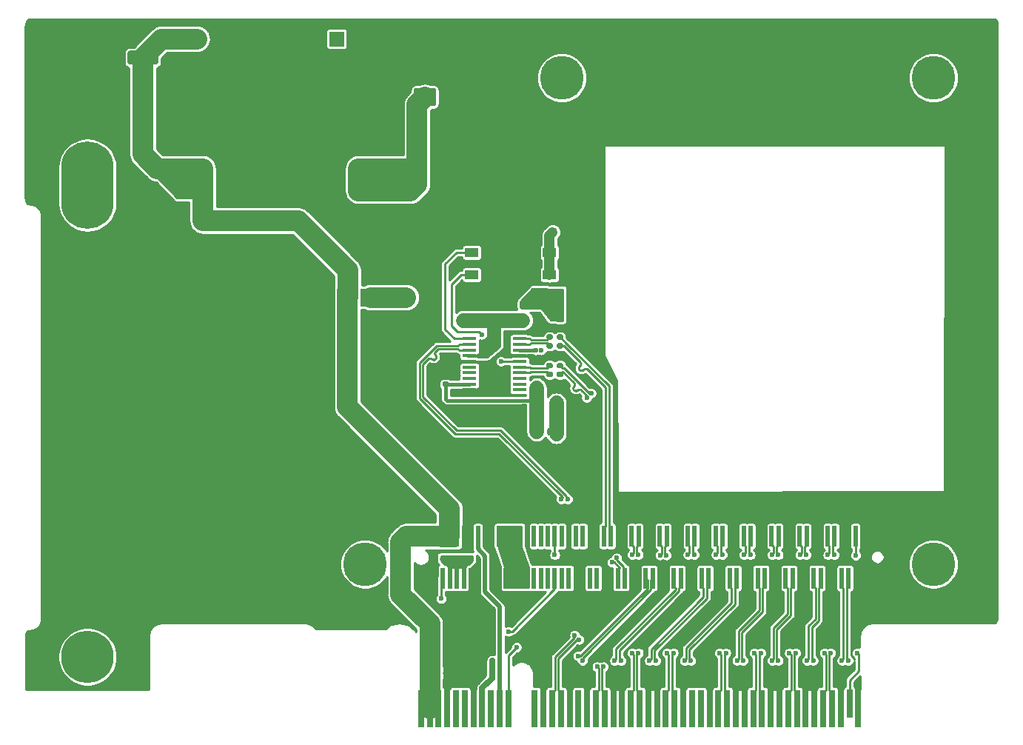
<source format=gtl>
%TF.GenerationSoftware,KiCad,Pcbnew,(5.1.9)-1*%
%TF.CreationDate,2021-05-24T00:29:36+08:00*%
%TF.ProjectId,V1,56312e6b-6963-4616-945f-706362585858,rev?*%
%TF.SameCoordinates,Original*%
%TF.FileFunction,Copper,L1,Top*%
%TF.FilePolarity,Positive*%
%FSLAX46Y46*%
G04 Gerber Fmt 4.6, Leading zero omitted, Abs format (unit mm)*
G04 Created by KiCad (PCBNEW (5.1.9)-1) date 2021-05-24 00:29:36*
%MOMM*%
%LPD*%
G01*
G04 APERTURE LIST*
%TA.AperFunction,SMDPad,CuDef*%
%ADD10R,1.570000X0.410000*%
%TD*%
%TA.AperFunction,SMDPad,CuDef*%
%ADD11R,1.500000X1.100000*%
%TD*%
%TA.AperFunction,ConnectorPad*%
%ADD12R,0.700000X4.300000*%
%TD*%
%TA.AperFunction,ConnectorPad*%
%ADD13R,0.700000X3.200000*%
%TD*%
%TA.AperFunction,ComponentPad*%
%ADD14O,6.000000X10.000000*%
%TD*%
%TA.AperFunction,ComponentPad*%
%ADD15C,6.000000*%
%TD*%
%TA.AperFunction,SMDPad,CuDef*%
%ADD16R,0.500000X2.400000*%
%TD*%
%TA.AperFunction,ComponentPad*%
%ADD17C,5.000000*%
%TD*%
%TA.AperFunction,ComponentPad*%
%ADD18R,1.700000X1.700000*%
%TD*%
%TA.AperFunction,ComponentPad*%
%ADD19O,1.700000X1.700000*%
%TD*%
%TA.AperFunction,SMDPad,CuDef*%
%ADD20R,2.400000X2.000000*%
%TD*%
%TA.AperFunction,ComponentPad*%
%ADD21C,1.700000*%
%TD*%
%TA.AperFunction,ConnectorPad*%
%ADD22O,4.240000X1.700000*%
%TD*%
%TA.AperFunction,ViaPad*%
%ADD23C,0.600000*%
%TD*%
%TA.AperFunction,ViaPad*%
%ADD24C,0.800000*%
%TD*%
%TA.AperFunction,Conductor*%
%ADD25C,2.400000*%
%TD*%
%TA.AperFunction,Conductor*%
%ADD26C,0.500000*%
%TD*%
%TA.AperFunction,Conductor*%
%ADD27C,0.700000*%
%TD*%
%TA.AperFunction,Conductor*%
%ADD28C,1.700000*%
%TD*%
%TA.AperFunction,Conductor*%
%ADD29C,0.250000*%
%TD*%
%TA.AperFunction,Conductor*%
%ADD30C,0.254000*%
%TD*%
%TA.AperFunction,Conductor*%
%ADD31C,0.381000*%
%TD*%
%TA.AperFunction,Conductor*%
%ADD32C,1.200000*%
%TD*%
%TA.AperFunction,Conductor*%
%ADD33C,0.100000*%
%TD*%
G04 APERTURE END LIST*
%TA.AperFunction,SMDPad,CuDef*%
G36*
G01*
X150025000Y-76337500D02*
X150025000Y-75862500D01*
G75*
G02*
X150262500Y-75625000I237500J0D01*
G01*
X150762500Y-75625000D01*
G75*
G02*
X151000000Y-75862500I0J-237500D01*
G01*
X151000000Y-76337500D01*
G75*
G02*
X150762500Y-76575000I-237500J0D01*
G01*
X150262500Y-76575000D01*
G75*
G02*
X150025000Y-76337500I0J237500D01*
G01*
G37*
%TD.AperFunction*%
%TA.AperFunction,SMDPad,CuDef*%
G36*
G01*
X148200000Y-76337500D02*
X148200000Y-75862500D01*
G75*
G02*
X148437500Y-75625000I237500J0D01*
G01*
X148937500Y-75625000D01*
G75*
G02*
X149175000Y-75862500I0J-237500D01*
G01*
X149175000Y-76337500D01*
G75*
G02*
X148937500Y-76575000I-237500J0D01*
G01*
X148437500Y-76575000D01*
G75*
G02*
X148200000Y-76337500I0J237500D01*
G01*
G37*
%TD.AperFunction*%
D10*
X139180000Y-88275000D03*
X139180000Y-88925000D03*
X139180000Y-89575000D03*
X139180000Y-90225000D03*
X139180000Y-90875000D03*
X139180000Y-91525000D03*
X139180000Y-92175000D03*
X139180000Y-92825000D03*
X139180000Y-93475000D03*
X139180000Y-94125000D03*
X144920000Y-94125000D03*
X144920000Y-93475000D03*
X144920000Y-92825000D03*
X144920000Y-92175000D03*
X144920000Y-91525000D03*
X144920000Y-90875000D03*
X144920000Y-90225000D03*
X144920000Y-89575000D03*
X144920000Y-88925000D03*
X144920000Y-88275000D03*
D11*
X139450000Y-80970000D03*
X148350000Y-80970000D03*
X139450000Y-78430000D03*
X148350000Y-78430000D03*
%TA.AperFunction,SMDPad,CuDef*%
G36*
G01*
X148710000Y-92190000D02*
X148710000Y-92510000D01*
G75*
G02*
X148550000Y-92670000I-160000J0D01*
G01*
X148155000Y-92670000D01*
G75*
G02*
X147995000Y-92510000I0J160000D01*
G01*
X147995000Y-92190000D01*
G75*
G02*
X148155000Y-92030000I160000J0D01*
G01*
X148550000Y-92030000D01*
G75*
G02*
X148710000Y-92190000I0J-160000D01*
G01*
G37*
%TD.AperFunction*%
%TA.AperFunction,SMDPad,CuDef*%
G36*
G01*
X149905000Y-92190000D02*
X149905000Y-92510000D01*
G75*
G02*
X149745000Y-92670000I-160000J0D01*
G01*
X149350000Y-92670000D01*
G75*
G02*
X149190000Y-92510000I0J160000D01*
G01*
X149190000Y-92190000D01*
G75*
G02*
X149350000Y-92030000I160000J0D01*
G01*
X149745000Y-92030000D01*
G75*
G02*
X149905000Y-92190000I0J-160000D01*
G01*
G37*
%TD.AperFunction*%
%TA.AperFunction,SMDPad,CuDef*%
G36*
G01*
X148710000Y-91190000D02*
X148710000Y-91510000D01*
G75*
G02*
X148550000Y-91670000I-160000J0D01*
G01*
X148155000Y-91670000D01*
G75*
G02*
X147995000Y-91510000I0J160000D01*
G01*
X147995000Y-91190000D01*
G75*
G02*
X148155000Y-91030000I160000J0D01*
G01*
X148550000Y-91030000D01*
G75*
G02*
X148710000Y-91190000I0J-160000D01*
G01*
G37*
%TD.AperFunction*%
%TA.AperFunction,SMDPad,CuDef*%
G36*
G01*
X149905000Y-91190000D02*
X149905000Y-91510000D01*
G75*
G02*
X149745000Y-91670000I-160000J0D01*
G01*
X149350000Y-91670000D01*
G75*
G02*
X149190000Y-91510000I0J160000D01*
G01*
X149190000Y-91190000D01*
G75*
G02*
X149350000Y-91030000I160000J0D01*
G01*
X149745000Y-91030000D01*
G75*
G02*
X149905000Y-91190000I0J-160000D01*
G01*
G37*
%TD.AperFunction*%
%TA.AperFunction,SMDPad,CuDef*%
G36*
G01*
X148710000Y-88940000D02*
X148710000Y-89260000D01*
G75*
G02*
X148550000Y-89420000I-160000J0D01*
G01*
X148155000Y-89420000D01*
G75*
G02*
X147995000Y-89260000I0J160000D01*
G01*
X147995000Y-88940000D01*
G75*
G02*
X148155000Y-88780000I160000J0D01*
G01*
X148550000Y-88780000D01*
G75*
G02*
X148710000Y-88940000I0J-160000D01*
G01*
G37*
%TD.AperFunction*%
%TA.AperFunction,SMDPad,CuDef*%
G36*
G01*
X149905000Y-88940000D02*
X149905000Y-89260000D01*
G75*
G02*
X149745000Y-89420000I-160000J0D01*
G01*
X149350000Y-89420000D01*
G75*
G02*
X149190000Y-89260000I0J160000D01*
G01*
X149190000Y-88940000D01*
G75*
G02*
X149350000Y-88780000I160000J0D01*
G01*
X149745000Y-88780000D01*
G75*
G02*
X149905000Y-88940000I0J-160000D01*
G01*
G37*
%TD.AperFunction*%
%TA.AperFunction,SMDPad,CuDef*%
G36*
G01*
X148710000Y-87940000D02*
X148710000Y-88260000D01*
G75*
G02*
X148550000Y-88420000I-160000J0D01*
G01*
X148155000Y-88420000D01*
G75*
G02*
X147995000Y-88260000I0J160000D01*
G01*
X147995000Y-87940000D01*
G75*
G02*
X148155000Y-87780000I160000J0D01*
G01*
X148550000Y-87780000D01*
G75*
G02*
X148710000Y-87940000I0J-160000D01*
G01*
G37*
%TD.AperFunction*%
%TA.AperFunction,SMDPad,CuDef*%
G36*
G01*
X149905000Y-87940000D02*
X149905000Y-88260000D01*
G75*
G02*
X149745000Y-88420000I-160000J0D01*
G01*
X149350000Y-88420000D01*
G75*
G02*
X149190000Y-88260000I0J160000D01*
G01*
X149190000Y-87940000D01*
G75*
G02*
X149350000Y-87780000I160000J0D01*
G01*
X149745000Y-87780000D01*
G75*
G02*
X149905000Y-87940000I0J-160000D01*
G01*
G37*
%TD.AperFunction*%
%TA.AperFunction,SMDPad,CuDef*%
G36*
G01*
X148100000Y-99137500D02*
X148100000Y-98662500D01*
G75*
G02*
X148337500Y-98425000I237500J0D01*
G01*
X148912500Y-98425000D01*
G75*
G02*
X149150000Y-98662500I0J-237500D01*
G01*
X149150000Y-99137500D01*
G75*
G02*
X148912500Y-99375000I-237500J0D01*
G01*
X148337500Y-99375000D01*
G75*
G02*
X148100000Y-99137500I0J237500D01*
G01*
G37*
%TD.AperFunction*%
%TA.AperFunction,SMDPad,CuDef*%
G36*
G01*
X146350000Y-99137500D02*
X146350000Y-98662500D01*
G75*
G02*
X146587500Y-98425000I237500J0D01*
G01*
X147162500Y-98425000D01*
G75*
G02*
X147400000Y-98662500I0J-237500D01*
G01*
X147400000Y-99137500D01*
G75*
G02*
X147162500Y-99375000I-237500J0D01*
G01*
X146587500Y-99375000D01*
G75*
G02*
X146350000Y-99137500I0J237500D01*
G01*
G37*
%TD.AperFunction*%
%TA.AperFunction,SMDPad,CuDef*%
G36*
G01*
X145637500Y-84925000D02*
X145162500Y-84925000D01*
G75*
G02*
X144925000Y-84687500I0J237500D01*
G01*
X144925000Y-84112500D01*
G75*
G02*
X145162500Y-83875000I237500J0D01*
G01*
X145637500Y-83875000D01*
G75*
G02*
X145875000Y-84112500I0J-237500D01*
G01*
X145875000Y-84687500D01*
G75*
G02*
X145637500Y-84925000I-237500J0D01*
G01*
G37*
%TD.AperFunction*%
%TA.AperFunction,SMDPad,CuDef*%
G36*
G01*
X145637500Y-86675000D02*
X145162500Y-86675000D01*
G75*
G02*
X144925000Y-86437500I0J237500D01*
G01*
X144925000Y-85862500D01*
G75*
G02*
X145162500Y-85625000I237500J0D01*
G01*
X145637500Y-85625000D01*
G75*
G02*
X145875000Y-85862500I0J-237500D01*
G01*
X145875000Y-86437500D01*
G75*
G02*
X145637500Y-86675000I-237500J0D01*
G01*
G37*
%TD.AperFunction*%
D12*
X147650000Y-130550000D03*
X146650000Y-130550000D03*
X152650000Y-130550000D03*
X151650000Y-130550000D03*
X150650000Y-130550000D03*
X149650000Y-130550000D03*
X148650000Y-130550000D03*
X143650000Y-130550000D03*
X142650000Y-130550000D03*
X141650000Y-130550000D03*
X140650000Y-130550000D03*
X139650000Y-130550000D03*
X138650000Y-130550000D03*
X137650000Y-130550000D03*
X136650000Y-130550000D03*
X135650000Y-130550000D03*
X134650000Y-130550000D03*
X133650000Y-130550000D03*
X153650000Y-130550000D03*
X154650000Y-130550000D03*
X155650000Y-130550000D03*
X156650000Y-130550000D03*
X157650000Y-130550000D03*
X158650000Y-130550000D03*
X159650000Y-130550000D03*
X160650000Y-130550000D03*
X161650000Y-130550000D03*
X162650000Y-130550000D03*
X163650000Y-130550000D03*
X164650000Y-130550000D03*
X165650000Y-130550000D03*
X166650000Y-130550000D03*
X167650000Y-130550000D03*
X168650000Y-130550000D03*
X169650000Y-130550000D03*
X170650000Y-130550000D03*
X171650000Y-130550000D03*
X172650000Y-130550000D03*
X173650000Y-130550000D03*
X174650000Y-130550000D03*
X175650000Y-130550000D03*
X176650000Y-130550000D03*
X177650000Y-130550000D03*
X178650000Y-130550000D03*
X179650000Y-130550000D03*
X180650000Y-130550000D03*
X181650000Y-130550000D03*
D13*
X182650000Y-130000000D03*
D12*
X183650000Y-130550000D03*
%TA.AperFunction,SMDPad,CuDef*%
G36*
G01*
X145625000Y-97137500D02*
X145625000Y-97612500D01*
G75*
G02*
X145387500Y-97850000I-237500J0D01*
G01*
X144787500Y-97850000D01*
G75*
G02*
X144550000Y-97612500I0J237500D01*
G01*
X144550000Y-97137500D01*
G75*
G02*
X144787500Y-96900000I237500J0D01*
G01*
X145387500Y-96900000D01*
G75*
G02*
X145625000Y-97137500I0J-237500D01*
G01*
G37*
%TD.AperFunction*%
%TA.AperFunction,SMDPad,CuDef*%
G36*
G01*
X147350000Y-97137500D02*
X147350000Y-97612500D01*
G75*
G02*
X147112500Y-97850000I-237500J0D01*
G01*
X146512500Y-97850000D01*
G75*
G02*
X146275000Y-97612500I0J237500D01*
G01*
X146275000Y-97137500D01*
G75*
G02*
X146512500Y-96900000I237500J0D01*
G01*
X147112500Y-96900000D01*
G75*
G02*
X147350000Y-97137500I0J-237500D01*
G01*
G37*
%TD.AperFunction*%
%TA.AperFunction,SMDPad,CuDef*%
G36*
G01*
X135700000Y-93320000D02*
X135700000Y-93630000D01*
G75*
G02*
X135545000Y-93785000I-155000J0D01*
G01*
X135120000Y-93785000D01*
G75*
G02*
X134965000Y-93630000I0J155000D01*
G01*
X134965000Y-93320000D01*
G75*
G02*
X135120000Y-93165000I155000J0D01*
G01*
X135545000Y-93165000D01*
G75*
G02*
X135700000Y-93320000I0J-155000D01*
G01*
G37*
%TD.AperFunction*%
%TA.AperFunction,SMDPad,CuDef*%
G36*
G01*
X136835000Y-93320000D02*
X136835000Y-93630000D01*
G75*
G02*
X136680000Y-93785000I-155000J0D01*
G01*
X136255000Y-93785000D01*
G75*
G02*
X136100000Y-93630000I0J155000D01*
G01*
X136100000Y-93320000D01*
G75*
G02*
X136255000Y-93165000I155000J0D01*
G01*
X136680000Y-93165000D01*
G75*
G02*
X136835000Y-93320000I0J-155000D01*
G01*
G37*
%TD.AperFunction*%
%TA.AperFunction,SMDPad,CuDef*%
G36*
G01*
X145800000Y-95870000D02*
X145800000Y-96180000D01*
G75*
G02*
X145645000Y-96335000I-155000J0D01*
G01*
X145220000Y-96335000D01*
G75*
G02*
X145065000Y-96180000I0J155000D01*
G01*
X145065000Y-95870000D01*
G75*
G02*
X145220000Y-95715000I155000J0D01*
G01*
X145645000Y-95715000D01*
G75*
G02*
X145800000Y-95870000I0J-155000D01*
G01*
G37*
%TD.AperFunction*%
%TA.AperFunction,SMDPad,CuDef*%
G36*
G01*
X146935000Y-95870000D02*
X146935000Y-96180000D01*
G75*
G02*
X146780000Y-96335000I-155000J0D01*
G01*
X146355000Y-96335000D01*
G75*
G02*
X146200000Y-96180000I0J155000D01*
G01*
X146200000Y-95870000D01*
G75*
G02*
X146355000Y-95715000I155000J0D01*
G01*
X146780000Y-95715000D01*
G75*
G02*
X146935000Y-95870000I0J-155000D01*
G01*
G37*
%TD.AperFunction*%
%TA.AperFunction,SMDPad,CuDef*%
G36*
G01*
X144112500Y-84925000D02*
X143637500Y-84925000D01*
G75*
G02*
X143400000Y-84687500I0J237500D01*
G01*
X143400000Y-84087500D01*
G75*
G02*
X143637500Y-83850000I237500J0D01*
G01*
X144112500Y-83850000D01*
G75*
G02*
X144350000Y-84087500I0J-237500D01*
G01*
X144350000Y-84687500D01*
G75*
G02*
X144112500Y-84925000I-237500J0D01*
G01*
G37*
%TD.AperFunction*%
%TA.AperFunction,SMDPad,CuDef*%
G36*
G01*
X144112500Y-86650000D02*
X143637500Y-86650000D01*
G75*
G02*
X143400000Y-86412500I0J237500D01*
G01*
X143400000Y-85812500D01*
G75*
G02*
X143637500Y-85575000I237500J0D01*
G01*
X144112500Y-85575000D01*
G75*
G02*
X144350000Y-85812500I0J-237500D01*
G01*
X144350000Y-86412500D01*
G75*
G02*
X144112500Y-86650000I-237500J0D01*
G01*
G37*
%TD.AperFunction*%
%TA.AperFunction,SMDPad,CuDef*%
G36*
G01*
X141505000Y-85025000D02*
X141195000Y-85025000D01*
G75*
G02*
X141040000Y-84870000I0J155000D01*
G01*
X141040000Y-84445000D01*
G75*
G02*
X141195000Y-84290000I155000J0D01*
G01*
X141505000Y-84290000D01*
G75*
G02*
X141660000Y-84445000I0J-155000D01*
G01*
X141660000Y-84870000D01*
G75*
G02*
X141505000Y-85025000I-155000J0D01*
G01*
G37*
%TD.AperFunction*%
%TA.AperFunction,SMDPad,CuDef*%
G36*
G01*
X141505000Y-86160000D02*
X141195000Y-86160000D01*
G75*
G02*
X141040000Y-86005000I0J155000D01*
G01*
X141040000Y-85580000D01*
G75*
G02*
X141195000Y-85425000I155000J0D01*
G01*
X141505000Y-85425000D01*
G75*
G02*
X141660000Y-85580000I0J-155000D01*
G01*
X141660000Y-86005000D01*
G75*
G02*
X141505000Y-86160000I-155000J0D01*
G01*
G37*
%TD.AperFunction*%
%TA.AperFunction,SMDPad,CuDef*%
G36*
G01*
X142530000Y-85025000D02*
X142220000Y-85025000D01*
G75*
G02*
X142065000Y-84870000I0J155000D01*
G01*
X142065000Y-84445000D01*
G75*
G02*
X142220000Y-84290000I155000J0D01*
G01*
X142530000Y-84290000D01*
G75*
G02*
X142685000Y-84445000I0J-155000D01*
G01*
X142685000Y-84870000D01*
G75*
G02*
X142530000Y-85025000I-155000J0D01*
G01*
G37*
%TD.AperFunction*%
%TA.AperFunction,SMDPad,CuDef*%
G36*
G01*
X142530000Y-86160000D02*
X142220000Y-86160000D01*
G75*
G02*
X142065000Y-86005000I0J155000D01*
G01*
X142065000Y-85580000D01*
G75*
G02*
X142220000Y-85425000I155000J0D01*
G01*
X142530000Y-85425000D01*
G75*
G02*
X142685000Y-85580000I0J-155000D01*
G01*
X142685000Y-86005000D01*
G75*
G02*
X142530000Y-86160000I-155000J0D01*
G01*
G37*
%TD.AperFunction*%
D14*
X95500000Y-70739000D03*
D15*
X95500000Y-124650001D03*
D16*
X183350000Y-110850000D03*
X182550000Y-110850000D03*
X181750000Y-110850000D03*
X180950000Y-110850000D03*
X180150000Y-110850000D03*
X179350000Y-110850000D03*
X178550000Y-110850000D03*
X177750000Y-110850000D03*
X176950000Y-110850000D03*
X176150000Y-110850000D03*
X175350000Y-110850000D03*
X174550000Y-110850000D03*
X173750000Y-110850000D03*
X172950000Y-110850000D03*
X172150000Y-110850000D03*
X171350000Y-110850000D03*
X170550000Y-110850000D03*
X169750000Y-110850000D03*
X168950000Y-110850000D03*
X168150000Y-110850000D03*
X167350000Y-110850000D03*
X166550000Y-110850000D03*
X165750000Y-110850000D03*
X164950000Y-110850000D03*
X164150000Y-110850000D03*
X163350000Y-110850000D03*
X162550000Y-110850000D03*
X161750000Y-110850000D03*
X160950000Y-110850000D03*
X160150000Y-110850000D03*
X159350000Y-110850000D03*
X158550000Y-110850000D03*
X157750000Y-110850000D03*
X156950000Y-110850000D03*
X156150000Y-110850000D03*
X155350000Y-110850000D03*
X154550000Y-110850000D03*
X153750000Y-110850000D03*
X152950000Y-110850000D03*
X152150000Y-110850000D03*
X151350000Y-110850000D03*
X150550000Y-110850000D03*
X149750000Y-110850000D03*
X148950000Y-110850000D03*
X148150000Y-110850000D03*
X147350000Y-110850000D03*
X146550000Y-110850000D03*
X145750000Y-110850000D03*
X144950000Y-110850000D03*
X144150000Y-110850000D03*
X143350000Y-110850000D03*
X142550000Y-110850000D03*
X141750000Y-110850000D03*
X140950000Y-110850000D03*
X140150000Y-110850000D03*
X139350000Y-110850000D03*
X138550000Y-110850000D03*
X137750000Y-110850000D03*
X136950000Y-110850000D03*
X136150000Y-110850000D03*
X183350000Y-115650000D03*
X182550000Y-115650000D03*
X181750000Y-115650000D03*
X180950000Y-115650000D03*
X180150000Y-115650000D03*
X179350000Y-115650000D03*
X178550000Y-115650000D03*
X177750000Y-115650000D03*
X176950000Y-115650000D03*
X176150000Y-115650000D03*
X175350000Y-115650000D03*
X174550000Y-115650000D03*
X173750000Y-115650000D03*
X172950000Y-115650000D03*
X172150000Y-115650000D03*
X171350000Y-115650000D03*
X170550000Y-115650000D03*
X169750000Y-115650000D03*
X168950000Y-115650000D03*
X168150000Y-115650000D03*
X167350000Y-115650000D03*
X166550000Y-115650000D03*
X165750000Y-115650000D03*
X164950000Y-115650000D03*
X164150000Y-115650000D03*
X163350000Y-115650000D03*
X162550000Y-115650000D03*
X161750000Y-115650000D03*
X160950000Y-115650000D03*
X160150000Y-115650000D03*
X159350000Y-115650000D03*
X158550000Y-115650000D03*
X157750000Y-115650000D03*
X156950000Y-115650000D03*
X156150000Y-115650000D03*
X155350000Y-115650000D03*
X154550000Y-115650000D03*
X153750000Y-115650000D03*
X152950000Y-115650000D03*
X152150000Y-115650000D03*
X151350000Y-115650000D03*
X150550000Y-115650000D03*
X149750000Y-115650000D03*
X148950000Y-115650000D03*
X148150000Y-115650000D03*
X147350000Y-115650000D03*
X146550000Y-115650000D03*
X145750000Y-115650000D03*
X144950000Y-115650000D03*
X144150000Y-115650000D03*
X143350000Y-115650000D03*
X142550000Y-115650000D03*
X141750000Y-115650000D03*
X140950000Y-115650000D03*
X140150000Y-115650000D03*
X139350000Y-115650000D03*
X138550000Y-115650000D03*
X137750000Y-115650000D03*
X136950000Y-115650000D03*
D17*
X192250000Y-114050000D03*
X192250000Y-58450000D03*
X149750000Y-58450000D03*
D16*
X136150000Y-115650000D03*
D17*
X127250000Y-114050000D03*
D18*
X124000000Y-54000000D03*
D19*
X126540000Y-54000000D03*
D18*
X108000000Y-54000000D03*
D19*
X110540000Y-54000000D03*
D20*
X127875000Y-83550000D03*
X125225000Y-83550000D03*
D21*
X126468000Y-71374000D03*
D22*
X127738000Y-71374000D03*
X127738000Y-68834000D03*
D21*
X126468000Y-68834000D03*
D22*
X127738000Y-61214000D03*
D21*
X126468000Y-58674000D03*
X126468000Y-61214000D03*
D22*
X127738000Y-58674000D03*
X107418000Y-61214000D03*
D21*
X108688000Y-61214000D03*
D22*
X107418000Y-58674000D03*
D21*
X108688000Y-58674000D03*
D22*
X107418000Y-71374000D03*
D21*
X108688000Y-71374000D03*
D22*
X107418000Y-68834000D03*
D21*
X108688000Y-68834000D03*
%TA.AperFunction,SMDPad,CuDef*%
G36*
G01*
X132574000Y-67046000D02*
X132574000Y-65796000D01*
G75*
G02*
X132824000Y-65546000I250000J0D01*
G01*
X133574000Y-65546000D01*
G75*
G02*
X133824000Y-65796000I0J-250000D01*
G01*
X133824000Y-67046000D01*
G75*
G02*
X133574000Y-67296000I-250000J0D01*
G01*
X132824000Y-67296000D01*
G75*
G02*
X132574000Y-67046000I0J250000D01*
G01*
G37*
%TD.AperFunction*%
%TA.AperFunction,SMDPad,CuDef*%
G36*
G01*
X135374000Y-67046000D02*
X135374000Y-65796000D01*
G75*
G02*
X135624000Y-65546000I250000J0D01*
G01*
X136374000Y-65546000D01*
G75*
G02*
X136624000Y-65796000I0J-250000D01*
G01*
X136624000Y-67046000D01*
G75*
G02*
X136374000Y-67296000I-250000J0D01*
G01*
X135624000Y-67296000D01*
G75*
G02*
X135374000Y-67046000I0J250000D01*
G01*
G37*
%TD.AperFunction*%
%TA.AperFunction,SMDPad,CuDef*%
G36*
G01*
X132574000Y-71237000D02*
X132574000Y-69987000D01*
G75*
G02*
X132824000Y-69737000I250000J0D01*
G01*
X133574000Y-69737000D01*
G75*
G02*
X133824000Y-69987000I0J-250000D01*
G01*
X133824000Y-71237000D01*
G75*
G02*
X133574000Y-71487000I-250000J0D01*
G01*
X132824000Y-71487000D01*
G75*
G02*
X132574000Y-71237000I0J250000D01*
G01*
G37*
%TD.AperFunction*%
%TA.AperFunction,SMDPad,CuDef*%
G36*
G01*
X135374000Y-71237000D02*
X135374000Y-69987000D01*
G75*
G02*
X135624000Y-69737000I250000J0D01*
G01*
X136374000Y-69737000D01*
G75*
G02*
X136624000Y-69987000I0J-250000D01*
G01*
X136624000Y-71237000D01*
G75*
G02*
X136374000Y-71487000I-250000J0D01*
G01*
X135624000Y-71487000D01*
G75*
G02*
X135374000Y-71237000I0J250000D01*
G01*
G37*
%TD.AperFunction*%
%TA.AperFunction,SMDPad,CuDef*%
G36*
G01*
X135113000Y-61681000D02*
X133063000Y-61681000D01*
G75*
G02*
X132813000Y-61431000I0J250000D01*
G01*
X132813000Y-59856000D01*
G75*
G02*
X133063000Y-59606000I250000J0D01*
G01*
X135113000Y-59606000D01*
G75*
G02*
X135363000Y-59856000I0J-250000D01*
G01*
X135363000Y-61431000D01*
G75*
G02*
X135113000Y-61681000I-250000J0D01*
G01*
G37*
%TD.AperFunction*%
%TA.AperFunction,SMDPad,CuDef*%
G36*
G01*
X135113000Y-55456000D02*
X133063000Y-55456000D01*
G75*
G02*
X132813000Y-55206000I0J250000D01*
G01*
X132813000Y-53631000D01*
G75*
G02*
X133063000Y-53381000I250000J0D01*
G01*
X135113000Y-53381000D01*
G75*
G02*
X135363000Y-53631000I0J-250000D01*
G01*
X135363000Y-55206000D01*
G75*
G02*
X135113000Y-55456000I-250000J0D01*
G01*
G37*
%TD.AperFunction*%
%TA.AperFunction,SMDPad,CuDef*%
G36*
G01*
X97986000Y-55584000D02*
X97986000Y-56684000D01*
G75*
G02*
X97736000Y-56934000I-250000J0D01*
G01*
X94736000Y-56934000D01*
G75*
G02*
X94486000Y-56684000I0J250000D01*
G01*
X94486000Y-55584000D01*
G75*
G02*
X94736000Y-55334000I250000J0D01*
G01*
X97736000Y-55334000D01*
G75*
G02*
X97986000Y-55584000I0J-250000D01*
G01*
G37*
%TD.AperFunction*%
%TA.AperFunction,SMDPad,CuDef*%
G36*
G01*
X103586000Y-55584000D02*
X103586000Y-56684000D01*
G75*
G02*
X103336000Y-56934000I-250000J0D01*
G01*
X100336000Y-56934000D01*
G75*
G02*
X100086000Y-56684000I0J250000D01*
G01*
X100086000Y-55584000D01*
G75*
G02*
X100336000Y-55334000I250000J0D01*
G01*
X103336000Y-55334000D01*
G75*
G02*
X103586000Y-55584000I0J-250000D01*
G01*
G37*
%TD.AperFunction*%
D23*
X129584000Y-82846000D03*
X130854000Y-82846000D03*
X129584000Y-84116000D03*
X130854000Y-84116000D03*
X132124000Y-82846000D03*
X132124000Y-84116000D03*
X134650000Y-126081000D03*
X134650000Y-126843000D03*
X135650000Y-126859000D03*
X135650000Y-126097000D03*
X156704000Y-107544000D03*
X172550000Y-113000000D03*
X175750000Y-113025000D03*
X178950000Y-113000000D03*
X182150000Y-113025000D03*
X145022000Y-76429000D03*
X142450000Y-76450000D03*
X181150000Y-126600000D03*
X177150000Y-126600000D03*
X179150000Y-126600000D03*
X173150000Y-126600000D03*
X175150000Y-126600000D03*
X171150000Y-126600000D03*
X169150000Y-126600000D03*
X157150000Y-126600000D03*
X155150000Y-126600000D03*
X152650000Y-126600000D03*
X150150000Y-126600000D03*
X159150000Y-126600000D03*
X147150000Y-126600000D03*
X147150000Y-121500000D03*
X161150000Y-126600000D03*
X163150000Y-126600000D03*
X169350000Y-112950000D03*
X166497000Y-126619000D03*
X137795000Y-126111000D03*
X138938000Y-126111000D03*
X165100000Y-126619000D03*
X166150000Y-112975000D03*
X162950000Y-113000000D03*
X159750000Y-113000000D03*
X152273000Y-113030000D03*
X152019000Y-117856000D03*
X112498000Y-60960000D03*
X142367000Y-66294000D03*
X144907000Y-66294000D03*
X147447000Y-66294000D03*
X149987000Y-66294000D03*
X142367000Y-68834000D03*
X144907000Y-68834000D03*
X147447000Y-68834000D03*
X149987000Y-68834000D03*
X115038000Y-60960000D03*
X117578000Y-60960000D03*
X112498000Y-63500000D03*
X115038000Y-63500000D03*
X117578000Y-63500000D03*
X112498000Y-66040000D03*
X115038000Y-66040000D03*
X117578000Y-66040000D03*
X112498000Y-68580000D03*
X115038000Y-68580000D03*
X117578000Y-68580000D03*
X112498000Y-71120000D03*
X115038000Y-71120000D03*
X117578000Y-71120000D03*
X143764000Y-107569000D03*
X146304000Y-107569000D03*
X148844000Y-107569000D03*
X151384000Y-107569000D03*
X159004000Y-107569000D03*
X161544000Y-107569000D03*
X164084000Y-107569000D03*
X166624000Y-107569000D03*
X169164000Y-107569000D03*
X171704000Y-107569000D03*
X174244000Y-107569000D03*
X176784000Y-107569000D03*
X179324000Y-107569000D03*
X181864000Y-107569000D03*
X184404000Y-107569000D03*
X186944000Y-107569000D03*
X189484000Y-107569000D03*
X192024000Y-107569000D03*
X96901000Y-109855000D03*
X99441000Y-109855000D03*
X101981000Y-109855000D03*
X104521000Y-109855000D03*
X107061000Y-109855000D03*
X109601000Y-109855000D03*
X112141000Y-109855000D03*
X114681000Y-109855000D03*
X117221000Y-109855000D03*
X119761000Y-109855000D03*
X96901000Y-112395000D03*
X99441000Y-112395000D03*
X101981000Y-112395000D03*
X104521000Y-112395000D03*
X107061000Y-112395000D03*
X109601000Y-112395000D03*
X112141000Y-112395000D03*
X114681000Y-112395000D03*
X117221000Y-112395000D03*
X119761000Y-112395000D03*
X96901000Y-114935000D03*
X99441000Y-114935000D03*
X101981000Y-114935000D03*
X104521000Y-114935000D03*
X107061000Y-114935000D03*
X109601000Y-114935000D03*
X112141000Y-114935000D03*
X114681000Y-114935000D03*
X117221000Y-114935000D03*
X119761000Y-114935000D03*
X94718000Y-61722000D03*
X97258000Y-61722000D03*
X99798000Y-61722000D03*
X94718000Y-64262000D03*
X97258000Y-64262000D03*
X99798000Y-64262000D03*
X144907000Y-73914000D03*
X147447000Y-71374000D03*
X149987000Y-73914000D03*
X147447000Y-73914000D03*
X142367000Y-73914000D03*
X142367000Y-71374000D03*
X144907000Y-71374000D03*
X149987000Y-71374000D03*
X183650000Y-127625000D03*
X185925000Y-118300000D03*
X187875000Y-118300000D03*
X189875000Y-118300000D03*
X191875000Y-118300000D03*
X194050000Y-118300000D03*
X196150000Y-118300000D03*
X156875000Y-112975000D03*
X149200000Y-121500000D03*
X154100000Y-107544000D03*
X149492000Y-96979000D03*
X149475000Y-95475000D03*
X148792000Y-96954000D03*
X149475000Y-96200000D03*
X148775000Y-95475000D03*
X148775000Y-96204000D03*
X149517000Y-85779000D03*
X148817000Y-85754000D03*
X149500000Y-85000000D03*
X148800000Y-85004000D03*
X142975000Y-112700000D03*
X143775000Y-112700000D03*
X144575000Y-112700000D03*
X143775000Y-113800000D03*
X144575000Y-113800000D03*
X145375000Y-113800000D03*
X141800000Y-127100000D03*
X141800000Y-126100000D03*
X141800000Y-125100000D03*
X149500000Y-84275000D03*
X148800000Y-84275000D03*
X144570152Y-123570152D03*
X148950000Y-113000000D03*
X143650000Y-121750000D03*
X150413500Y-106625000D03*
X149686500Y-106625000D03*
X162513500Y-124200000D03*
X168113500Y-112950000D03*
X161786500Y-124200000D03*
X167386500Y-112950000D03*
X164913500Y-112950000D03*
X158513500Y-124200000D03*
X164186500Y-112950000D03*
X157786500Y-124200000D03*
X154513500Y-125775000D03*
X161713500Y-113025000D03*
X153786500Y-125775000D03*
X160986500Y-113025000D03*
X157786500Y-112975000D03*
X151217966Y-122167966D03*
X158513500Y-112975000D03*
X151732034Y-122682034D03*
X164513500Y-125100000D03*
X163786500Y-125100000D03*
X160513500Y-125100000D03*
X159786500Y-125100000D03*
X156513500Y-125100000D03*
X155786500Y-125100000D03*
X151592966Y-124542966D03*
X152107034Y-125057034D03*
X183350000Y-113050000D03*
X183550000Y-124200000D03*
X135950000Y-118000000D03*
D24*
X136225000Y-113500000D03*
X137225000Y-113500000D03*
X139225000Y-113500000D03*
D23*
X130659000Y-68834000D03*
X131929000Y-68834000D03*
X130659000Y-70104000D03*
X131929000Y-70104000D03*
X130659000Y-71374000D03*
X131929000Y-71374000D03*
D24*
X138225000Y-113500000D03*
D23*
X138750000Y-86550000D03*
X139479000Y-86550000D03*
X139475000Y-85850000D03*
X140229000Y-86533000D03*
X140254000Y-85833000D03*
X138750000Y-85850000D03*
X146525000Y-93750000D03*
X146525000Y-94479000D03*
X147225000Y-94475000D03*
X146542000Y-95229000D03*
X147242000Y-95254000D03*
X147225000Y-93750000D03*
X147375000Y-89575000D03*
X146750000Y-89575000D03*
X182513500Y-125095000D03*
X181786500Y-125095000D03*
X178513500Y-125095000D03*
X177786500Y-125095000D03*
X167786500Y-124200000D03*
X170586500Y-113000000D03*
X168513500Y-124200000D03*
X171313500Y-113000000D03*
X171786500Y-124206000D03*
X173786500Y-113000000D03*
X172513500Y-124206000D03*
X174513500Y-113000000D03*
X175786500Y-124206000D03*
X176986500Y-113000000D03*
X176513500Y-124206000D03*
X177713500Y-113000000D03*
X179786500Y-124200000D03*
X180186500Y-113000000D03*
X180513500Y-124200000D03*
X180913500Y-113000000D03*
X169786500Y-125095000D03*
X170513500Y-125095000D03*
X173786500Y-125095000D03*
X174513500Y-125095000D03*
X156025733Y-113339505D03*
X153107034Y-94492966D03*
X155511665Y-113853573D03*
X152592966Y-95007034D03*
X142783019Y-90880957D03*
X140575000Y-87800000D03*
D25*
X108688000Y-68834000D02*
X108688000Y-71374000D01*
X108688000Y-68834000D02*
X106142000Y-68834000D01*
X101836000Y-67189000D02*
X101836000Y-56134000D01*
X108688000Y-68834000D02*
X103481000Y-68834000D01*
X103481000Y-68834000D02*
X101836000Y-67189000D01*
X103970000Y-54000000D02*
X108000000Y-54000000D01*
X101836000Y-56134000D02*
X103970000Y-54000000D01*
X108688000Y-74779000D02*
X108688000Y-71374000D01*
X131974000Y-110850000D02*
X135950000Y-110850000D01*
X131318000Y-111506000D02*
X131974000Y-110850000D01*
X131318000Y-117518000D02*
X131318000Y-111506000D01*
X134650000Y-120850000D02*
X131318000Y-117518000D01*
X134650000Y-130550000D02*
X134650000Y-120850000D01*
X119604000Y-74779000D02*
X108688000Y-74779000D01*
X125275000Y-80450000D02*
X119604000Y-74779000D01*
X125275000Y-83500000D02*
X125225000Y-83550000D01*
X125275000Y-80450000D02*
X125275000Y-83500000D01*
X125225000Y-83550000D02*
X125225000Y-96075000D01*
X136899999Y-107749999D02*
X136899999Y-110850000D01*
X125225000Y-96075000D02*
X136899999Y-107749999D01*
D26*
X181650000Y-127100000D02*
X181150000Y-126600000D01*
X178650000Y-127100000D02*
X179150000Y-126600000D01*
X178650000Y-130550000D02*
X178650000Y-127100000D01*
X177650000Y-127100000D02*
X177150000Y-126600000D01*
X177650000Y-130550000D02*
X177650000Y-127100000D01*
X174650000Y-127100000D02*
X175150000Y-126600000D01*
X174650000Y-130550000D02*
X174650000Y-127100000D01*
X173650000Y-127100000D02*
X173150000Y-126600000D01*
X173650000Y-130550000D02*
X173650000Y-127100000D01*
X170650000Y-130550000D02*
X170650000Y-127100000D01*
X170650000Y-127100000D02*
X171150000Y-126600000D01*
X169650000Y-130550000D02*
X169650000Y-127100000D01*
X169650000Y-127100000D02*
X169150000Y-126600000D01*
X160650000Y-130550000D02*
X160650000Y-127100000D01*
X160650000Y-127100000D02*
X161150000Y-126600000D01*
X163650000Y-130550000D02*
X163650000Y-127100000D01*
X163650000Y-127100000D02*
X163150000Y-126600000D01*
X147650000Y-127100000D02*
X147150000Y-126600000D01*
X147650000Y-130550000D02*
X147650000Y-127100000D01*
X150650000Y-127100000D02*
X150150000Y-126600000D01*
X150650000Y-130550000D02*
X150650000Y-127100000D01*
X155650000Y-127100000D02*
X155150000Y-126600000D01*
X155650000Y-130550000D02*
X155650000Y-127100000D01*
X156650000Y-127100000D02*
X157150000Y-126600000D01*
X156650000Y-130550000D02*
X156650000Y-127100000D01*
X159650000Y-127100000D02*
X159150000Y-126600000D01*
X159650000Y-130550000D02*
X159650000Y-127100000D01*
X139650000Y-126823000D02*
X138938000Y-126111000D01*
X139650000Y-130550000D02*
X139650000Y-126823000D01*
X136650000Y-127256000D02*
X137795000Y-126111000D01*
X136650000Y-130550000D02*
X136650000Y-127256000D01*
X152650000Y-130550000D02*
X152650000Y-126600000D01*
X166650000Y-126772000D02*
X166497000Y-126619000D01*
X166650000Y-130550000D02*
X166650000Y-126772000D01*
X181650000Y-130550000D02*
X181650000Y-127100000D01*
X183650000Y-127625000D02*
X183650000Y-130550000D01*
D27*
X140650000Y-130550000D02*
X140650000Y-128250000D01*
X140650000Y-128250000D02*
X141800000Y-127100000D01*
X141800000Y-127100000D02*
X141800000Y-126100000D01*
X141800000Y-126100000D02*
X141800000Y-125100000D01*
D28*
X149125000Y-95600000D02*
X149125000Y-99175000D01*
D26*
X140950000Y-117225000D02*
X140950000Y-115650000D01*
X142630308Y-118905308D02*
X140950000Y-117225000D01*
X142650000Y-118905308D02*
X142630308Y-118905308D01*
X142650000Y-130550000D02*
X142650000Y-118905308D01*
X140150000Y-112310002D02*
X140150000Y-110850000D01*
X140950000Y-113110002D02*
X140150000Y-112310002D01*
X140950000Y-115650000D02*
X140950000Y-113110002D01*
D29*
X143650000Y-130550000D02*
X143650000Y-124490304D01*
X143650000Y-124490304D02*
X144570152Y-123570152D01*
D30*
X148950000Y-110850000D02*
X148950000Y-113000000D01*
X144088602Y-121750000D02*
X148950000Y-116888602D01*
X148950000Y-116888602D02*
X148950000Y-115650000D01*
X143650000Y-121750000D02*
X144088602Y-121750000D01*
X135297204Y-89747204D02*
X135603908Y-89440500D01*
X135257098Y-89797497D02*
X135297204Y-89747204D01*
X135229187Y-89855454D02*
X135257098Y-89797497D01*
X138002499Y-89575000D02*
X139180000Y-89575000D01*
X135214873Y-89918168D02*
X135229187Y-89855454D01*
X135214873Y-89982496D02*
X135214873Y-89918168D01*
X135229187Y-90045210D02*
X135214873Y-89982496D01*
X135257098Y-90103167D02*
X135229187Y-90045210D01*
X134764690Y-90509708D02*
X134822647Y-90537619D01*
X135603908Y-89440500D02*
X137867999Y-89440500D01*
X134872940Y-90577726D02*
X134923235Y-90617832D01*
X134516977Y-90537619D02*
X134574934Y-90509708D01*
X134466684Y-90577726D02*
X134516977Y-90537619D01*
X133865500Y-94921092D02*
X133865500Y-91178908D01*
X133865500Y-91178908D02*
X134466684Y-90577726D01*
X137703908Y-98759500D02*
X133865500Y-94921092D01*
X134822647Y-90537619D02*
X134872940Y-90577726D01*
X150413500Y-106625000D02*
X150240500Y-106452000D01*
X142753908Y-98759500D02*
X137703908Y-98759500D01*
X135337313Y-90203754D02*
X135257098Y-90103167D01*
X134701976Y-90495394D02*
X134764690Y-90509708D01*
X150240500Y-106246092D02*
X142753908Y-98759500D01*
X135297204Y-90559718D02*
X135337313Y-90509424D01*
X150240500Y-106452000D02*
X150240500Y-106246092D01*
X134637648Y-90495394D02*
X134701976Y-90495394D01*
X135379538Y-90388753D02*
X135379538Y-90324425D01*
X134574934Y-90509708D02*
X134637648Y-90495394D01*
X134923235Y-90617832D02*
X134981192Y-90645743D01*
X134981192Y-90645743D02*
X135043906Y-90660057D01*
X135043906Y-90660057D02*
X135108234Y-90660057D01*
X135108234Y-90660057D02*
X135170948Y-90645743D01*
X135170948Y-90645743D02*
X135228905Y-90617832D01*
X135228905Y-90617832D02*
X135279198Y-90577725D01*
X135279198Y-90577725D02*
X135297204Y-90559718D01*
X135337313Y-90509424D02*
X135365224Y-90451467D01*
X135365224Y-90451467D02*
X135379538Y-90388753D01*
X135379538Y-90324425D02*
X135365224Y-90261711D01*
X137867999Y-89440500D02*
X138002499Y-89575000D01*
X135365224Y-90261711D02*
X135337313Y-90203754D01*
X149859500Y-106452000D02*
X149859500Y-106403908D01*
X149686500Y-106625000D02*
X149859500Y-106452000D01*
X149859500Y-106403908D02*
X142596092Y-99140500D01*
X142596092Y-99140500D02*
X137546092Y-99140500D01*
X137546092Y-99140500D02*
X133484500Y-95078908D01*
X133484500Y-95078908D02*
X133484500Y-91021092D01*
X138002499Y-88925000D02*
X139180000Y-88925000D01*
X137867999Y-89059500D02*
X138002499Y-88925000D01*
X135446092Y-89059500D02*
X137867999Y-89059500D01*
X133484500Y-91021092D02*
X135446092Y-89059500D01*
X162650000Y-128750000D02*
X162340500Y-128440500D01*
X162650000Y-130550000D02*
X162650000Y-128750000D01*
X162340500Y-124373000D02*
X162513500Y-124200000D01*
X162340500Y-128440500D02*
X162340500Y-124373000D01*
X167940500Y-112009500D02*
X167940500Y-112777000D01*
X168150000Y-111800000D02*
X167940500Y-112009500D01*
X168150000Y-110850000D02*
X168150000Y-111800000D01*
X167940500Y-112777000D02*
X168113500Y-112950000D01*
X161650000Y-128750000D02*
X161959500Y-128440500D01*
X161650000Y-130550000D02*
X161650000Y-128750000D01*
X161959500Y-124373000D02*
X161786500Y-124200000D01*
X161959500Y-128440500D02*
X161959500Y-124373000D01*
X167559500Y-112777000D02*
X167386500Y-112950000D01*
X167350000Y-111800000D02*
X167559500Y-112009500D01*
X167559500Y-112009500D02*
X167559500Y-112777000D01*
X167350000Y-110850000D02*
X167350000Y-111800000D01*
X164740500Y-112009500D02*
X164740500Y-112777000D01*
X164740500Y-112777000D02*
X164913500Y-112950000D01*
X164950000Y-111800000D02*
X164740500Y-112009500D01*
X164950000Y-110850000D02*
X164950000Y-111800000D01*
X158650000Y-128750000D02*
X158340500Y-128440500D01*
X158650000Y-130550000D02*
X158650000Y-128750000D01*
X158340500Y-124373000D02*
X158513500Y-124200000D01*
X158340500Y-128440500D02*
X158340500Y-124373000D01*
X164359500Y-112777000D02*
X164186500Y-112950000D01*
X164359500Y-112009500D02*
X164359500Y-112777000D01*
X164150000Y-111800000D02*
X164359500Y-112009500D01*
X164150000Y-110850000D02*
X164150000Y-111800000D01*
X157650000Y-128750000D02*
X157959500Y-128440500D01*
X157650000Y-130550000D02*
X157650000Y-128750000D01*
X157959500Y-124373000D02*
X157786500Y-124200000D01*
X157959500Y-128440500D02*
X157959500Y-124373000D01*
X154650000Y-128750000D02*
X154340500Y-128440500D01*
X154650000Y-130550000D02*
X154650000Y-128750000D01*
X154340500Y-125948000D02*
X154513500Y-125775000D01*
X154340500Y-128440500D02*
X154340500Y-125948000D01*
X161540500Y-112009500D02*
X161540500Y-112852000D01*
X161540500Y-112852000D02*
X161713500Y-113025000D01*
X161750000Y-111800000D02*
X161540500Y-112009500D01*
X161750000Y-110850000D02*
X161750000Y-111800000D01*
X153650000Y-128750000D02*
X153959500Y-128440500D01*
X153650000Y-130550000D02*
X153650000Y-128750000D01*
X153959500Y-125948000D02*
X153786500Y-125775000D01*
X153959500Y-128440500D02*
X153959500Y-125948000D01*
X161159500Y-112852000D02*
X160986500Y-113025000D01*
X161159500Y-112009500D02*
X161159500Y-112852000D01*
X160950000Y-111800000D02*
X161159500Y-112009500D01*
X160950000Y-110850000D02*
X160950000Y-111800000D01*
X157959500Y-112802000D02*
X157786500Y-112975000D01*
X157750000Y-111800000D02*
X157959500Y-112009500D01*
X157750000Y-110850000D02*
X157750000Y-111800000D01*
X157959500Y-112009500D02*
X157959500Y-112802000D01*
X148650000Y-128750000D02*
X148959500Y-128440500D01*
X148650000Y-130550000D02*
X148650000Y-128750000D01*
X151217966Y-122412626D02*
X151217966Y-122167966D01*
X148959500Y-124671092D02*
X151217966Y-122412626D01*
X148959500Y-128440500D02*
X148959500Y-124671092D01*
X158340500Y-112009500D02*
X158340500Y-112802000D01*
X158550000Y-111800000D02*
X158340500Y-112009500D01*
X158550000Y-110850000D02*
X158550000Y-111800000D01*
X158340500Y-112802000D02*
X158513500Y-112975000D01*
X149650000Y-128750000D02*
X149340500Y-128440500D01*
X149650000Y-130550000D02*
X149650000Y-128750000D01*
X151487374Y-122682034D02*
X151732034Y-122682034D01*
X149340500Y-124828908D02*
X151487374Y-122682034D01*
X149340500Y-128440500D02*
X149340500Y-124828908D01*
X169750000Y-116600000D02*
X169750000Y-115650000D01*
X164513500Y-125100000D02*
X164340500Y-124927000D01*
X169540500Y-118628908D02*
X169540500Y-116809500D01*
X164340500Y-124927000D02*
X164340500Y-123828908D01*
X164340500Y-123828908D02*
X169540500Y-118628908D01*
X169540500Y-116809500D02*
X169750000Y-116600000D01*
X169159500Y-118471092D02*
X169159500Y-116809500D01*
X163959500Y-123671092D02*
X169159500Y-118471092D01*
X163959500Y-124927000D02*
X163959500Y-123671092D01*
X163786500Y-125100000D02*
X163959500Y-124927000D01*
X168950000Y-116600000D02*
X168950000Y-115650000D01*
X169159500Y-116809500D02*
X168950000Y-116600000D01*
X160340500Y-124927000D02*
X160513500Y-125100000D01*
X166340500Y-117928908D02*
X160340500Y-123928908D01*
X166340500Y-116809500D02*
X166340500Y-117928908D01*
X160340500Y-123928908D02*
X160340500Y-124927000D01*
X166550000Y-116600000D02*
X166340500Y-116809500D01*
X166550000Y-115650000D02*
X166550000Y-116600000D01*
X165959500Y-117771092D02*
X159959500Y-123771092D01*
X165959500Y-116809500D02*
X165959500Y-117771092D01*
X159959500Y-124927000D02*
X159786500Y-125100000D01*
X159959500Y-123771092D02*
X159959500Y-124927000D01*
X165750000Y-116600000D02*
X165959500Y-116809500D01*
X165750000Y-115650000D02*
X165750000Y-116600000D01*
X156340500Y-124927000D02*
X156340500Y-123903908D01*
X156513500Y-125100000D02*
X156340500Y-124927000D01*
X163140500Y-117103908D02*
X163140500Y-116809500D01*
X156340500Y-123903908D02*
X163140500Y-117103908D01*
X163350000Y-116600000D02*
X163350000Y-115650000D01*
X163140500Y-116809500D02*
X163350000Y-116600000D01*
X155959500Y-124927000D02*
X155959500Y-123746092D01*
X155786500Y-125100000D02*
X155959500Y-124927000D01*
X162550000Y-116600000D02*
X162550000Y-115650000D01*
X162759500Y-116809500D02*
X162550000Y-116600000D01*
X162759500Y-116946092D02*
X162759500Y-116809500D01*
X155959500Y-123746092D02*
X162759500Y-116946092D01*
X159559500Y-115859500D02*
X159559500Y-116821092D01*
X151837626Y-124542966D02*
X151592966Y-124542966D01*
X159350000Y-115650000D02*
X159559500Y-115859500D01*
X159559500Y-116821092D02*
X151837626Y-124542966D01*
X152107034Y-124812374D02*
X152107034Y-125057034D01*
X159940500Y-115859500D02*
X159940500Y-116978908D01*
X159940500Y-116978908D02*
X152107034Y-124812374D01*
X160150000Y-115650000D02*
X159940500Y-115859500D01*
X183350000Y-110850000D02*
X183350000Y-113050000D01*
X183700000Y-124350000D02*
X183550000Y-124200000D01*
X183700000Y-126297038D02*
X183700000Y-124350000D01*
X182650000Y-127347038D02*
X183700000Y-126297038D01*
X182650000Y-130000000D02*
X182650000Y-127347038D01*
D29*
X135950000Y-115650000D02*
X135950000Y-118000000D01*
D25*
X133199000Y-61532500D02*
X134088000Y-60643500D01*
X132945000Y-68834000D02*
X133199000Y-68580000D01*
X126468000Y-68834000D02*
X132945000Y-68834000D01*
X133199000Y-70612000D02*
X133199000Y-68580000D01*
X133199000Y-68580000D02*
X133199000Y-61532500D01*
X132437000Y-71374000D02*
X133199000Y-70612000D01*
X126468000Y-71374000D02*
X132437000Y-71374000D01*
X126468000Y-71374000D02*
X126468000Y-68834000D01*
D26*
X138550000Y-113825000D02*
X138225000Y-113500000D01*
X138550000Y-115650000D02*
X138550000Y-113825000D01*
X137750000Y-113975000D02*
X138225000Y-113500000D01*
X137750000Y-115650000D02*
X137750000Y-113975000D01*
X136950000Y-113775000D02*
X137225000Y-113500000D01*
X136950000Y-115650000D02*
X136950000Y-113775000D01*
D25*
X127875000Y-83550000D02*
X131925000Y-83550000D01*
D28*
X145299980Y-86175000D02*
X138475000Y-86175000D01*
X146875000Y-98900000D02*
X146875000Y-93900000D01*
D31*
X139180000Y-93475000D02*
X136467500Y-93475000D01*
X136467500Y-93475000D02*
X136467500Y-95192500D01*
X146446510Y-95324490D02*
X146542000Y-95229000D01*
X136599490Y-95324490D02*
X146446510Y-95324490D01*
X136467500Y-95192500D02*
X136599490Y-95324490D01*
X144920000Y-89575000D02*
X146750000Y-89575000D01*
D30*
X182340500Y-124922000D02*
X182513500Y-125095000D01*
X182340500Y-116809500D02*
X182340500Y-124922000D01*
X182550000Y-116600000D02*
X182340500Y-116809500D01*
X182550000Y-115650000D02*
X182550000Y-116600000D01*
X181959500Y-124922000D02*
X181786500Y-125095000D01*
X181959500Y-116809500D02*
X181959500Y-124922000D01*
X181750000Y-116600000D02*
X181959500Y-116809500D01*
X181750000Y-115650000D02*
X181750000Y-116600000D01*
X179140500Y-116809500D02*
X179350000Y-116600000D01*
X179140500Y-120478908D02*
X179140500Y-116809500D01*
X178340500Y-121278908D02*
X179140500Y-120478908D01*
X179350000Y-116600000D02*
X179350000Y-115650000D01*
X178340500Y-124922000D02*
X178340500Y-121278908D01*
X178513500Y-125095000D02*
X178340500Y-124922000D01*
X177959500Y-124922000D02*
X177786500Y-125095000D01*
X177959500Y-121121092D02*
X177959500Y-124922000D01*
X178759500Y-120321092D02*
X177959500Y-121121092D01*
X178550000Y-116600000D02*
X178759500Y-116809500D01*
X178759500Y-116809500D02*
X178759500Y-120321092D01*
X178550000Y-115650000D02*
X178550000Y-116600000D01*
X167650000Y-128750000D02*
X167959500Y-128440500D01*
X167650000Y-130550000D02*
X167650000Y-128750000D01*
X167959500Y-124373000D02*
X167786500Y-124200000D01*
X167959500Y-128440500D02*
X167959500Y-124373000D01*
X170759500Y-112827000D02*
X170586500Y-113000000D01*
X170550000Y-111800000D02*
X170759500Y-112009500D01*
X170550000Y-110850000D02*
X170550000Y-111800000D01*
X170759500Y-112009500D02*
X170759500Y-112827000D01*
X168650000Y-128750000D02*
X168340500Y-128440500D01*
X168650000Y-130550000D02*
X168650000Y-128750000D01*
X168340500Y-124373000D02*
X168513500Y-124200000D01*
X168340500Y-128440500D02*
X168340500Y-124373000D01*
X171140500Y-112827000D02*
X171313500Y-113000000D01*
X171140500Y-112009500D02*
X171140500Y-112827000D01*
X171350000Y-111800000D02*
X171140500Y-112009500D01*
X171350000Y-110850000D02*
X171350000Y-111800000D01*
X171959500Y-128440500D02*
X171959500Y-124379000D01*
X171959500Y-124379000D02*
X171786500Y-124206000D01*
X171650000Y-128750000D02*
X171959500Y-128440500D01*
X171650000Y-130550000D02*
X171650000Y-128750000D01*
X173959500Y-112827000D02*
X173786500Y-113000000D01*
X173750000Y-111800000D02*
X173959500Y-112009500D01*
X173959500Y-112009500D02*
X173959500Y-112827000D01*
X173750000Y-110850000D02*
X173750000Y-111800000D01*
X172340500Y-124379000D02*
X172513500Y-124206000D01*
X172650000Y-128750000D02*
X172340500Y-128440500D01*
X172340500Y-128440500D02*
X172340500Y-124379000D01*
X172650000Y-130550000D02*
X172650000Y-128750000D01*
X174340500Y-112827000D02*
X174513500Y-113000000D01*
X174340500Y-112009500D02*
X174340500Y-112827000D01*
X174550000Y-111800000D02*
X174340500Y-112009500D01*
X174550000Y-110850000D02*
X174550000Y-111800000D01*
X175959500Y-128440500D02*
X175959500Y-124379000D01*
X175959500Y-124379000D02*
X175786500Y-124206000D01*
X175650000Y-128750000D02*
X175959500Y-128440500D01*
X175650000Y-130550000D02*
X175650000Y-128750000D01*
X177159500Y-112827000D02*
X176986500Y-113000000D01*
X177159500Y-112009500D02*
X177159500Y-112827000D01*
X176950000Y-111800000D02*
X177159500Y-112009500D01*
X176950000Y-110850000D02*
X176950000Y-111800000D01*
X176340500Y-124379000D02*
X176513500Y-124206000D01*
X176650000Y-128750000D02*
X176340500Y-128440500D01*
X176340500Y-128440500D02*
X176340500Y-124379000D01*
X176650000Y-130550000D02*
X176650000Y-128750000D01*
X177750000Y-111800000D02*
X177540500Y-112009500D01*
X177750000Y-110850000D02*
X177750000Y-111800000D01*
X177540500Y-112827000D02*
X177713500Y-113000000D01*
X177540500Y-112009500D02*
X177540500Y-112827000D01*
X179650000Y-128750000D02*
X179959500Y-128440500D01*
X179650000Y-130550000D02*
X179650000Y-128750000D01*
X179959500Y-124373000D02*
X179786500Y-124200000D01*
X179959500Y-128440500D02*
X179959500Y-124373000D01*
X180150000Y-111800000D02*
X180150000Y-110850000D01*
X180359500Y-112009500D02*
X180150000Y-111800000D01*
X180359500Y-112827000D02*
X180359500Y-112009500D01*
X180186500Y-113000000D02*
X180359500Y-112827000D01*
X180650000Y-128750000D02*
X180340500Y-128440500D01*
X180650000Y-130550000D02*
X180650000Y-128750000D01*
X180340500Y-124373000D02*
X180513500Y-124200000D01*
X180340500Y-128440500D02*
X180340500Y-124373000D01*
X180740500Y-112009500D02*
X180950000Y-111800000D01*
X180913500Y-113000000D02*
X180740500Y-112827000D01*
X180950000Y-111800000D02*
X180950000Y-110850000D01*
X180740500Y-112827000D02*
X180740500Y-112009500D01*
X172359500Y-116809500D02*
X172150000Y-116600000D01*
X172359500Y-119321092D02*
X172359500Y-116809500D01*
X172150000Y-116600000D02*
X172150000Y-115650000D01*
X169959500Y-121721092D02*
X172359500Y-119321092D01*
X169959500Y-124922000D02*
X169959500Y-121721092D01*
X169786500Y-125095000D02*
X169959500Y-124922000D01*
X172740500Y-116809500D02*
X172950000Y-116600000D01*
X172740500Y-119478908D02*
X172740500Y-116809500D01*
X170340500Y-121878908D02*
X172740500Y-119478908D01*
X172950000Y-116600000D02*
X172950000Y-115650000D01*
X170340500Y-124922000D02*
X170340500Y-121878908D01*
X170513500Y-125095000D02*
X170340500Y-124922000D01*
X175350000Y-116600000D02*
X175350000Y-115650000D01*
X175559500Y-116809500D02*
X175350000Y-116600000D01*
X175559500Y-119721092D02*
X175559500Y-116809500D01*
X173959500Y-121321092D02*
X175559500Y-119721092D01*
X173959500Y-124922000D02*
X173959500Y-121321092D01*
X173786500Y-125095000D02*
X173959500Y-124922000D01*
X175940500Y-116809500D02*
X176150000Y-116600000D01*
X176150000Y-116600000D02*
X176150000Y-115650000D01*
X175940500Y-119878908D02*
X175940500Y-116809500D01*
X174340500Y-121478908D02*
X175940500Y-119878908D01*
X174340500Y-124922000D02*
X174340500Y-121478908D01*
X174513500Y-125095000D02*
X174340500Y-124922000D01*
X150278093Y-88830593D02*
X149547500Y-88100000D01*
X155140500Y-93693000D02*
X150278093Y-88830593D01*
X155140500Y-109690500D02*
X155140500Y-93693000D01*
X155350000Y-109900000D02*
X155140500Y-109690500D01*
X155350000Y-110850000D02*
X155350000Y-109900000D01*
X154550000Y-109900000D02*
X154550000Y-110850000D01*
X154759500Y-109690500D02*
X154550000Y-109900000D01*
X154759500Y-93850816D02*
X154759500Y-109690500D01*
X152677870Y-91769186D02*
X154759500Y-93850816D01*
X152625347Y-91727300D02*
X152677870Y-91769186D01*
X152564821Y-91698152D02*
X152625347Y-91727300D01*
X152499326Y-91683203D02*
X152564821Y-91698152D01*
X151714336Y-91470564D02*
X151685188Y-91531090D01*
X152306127Y-91727300D02*
X152366653Y-91698152D01*
X151829342Y-91344922D02*
X151756221Y-91418042D01*
X149547500Y-89100000D02*
X150008684Y-89100000D01*
X151915323Y-91166379D02*
X151900374Y-91231873D01*
X152067436Y-91913338D02*
X152127962Y-91884191D01*
X151756221Y-91418042D02*
X151714336Y-91470564D01*
X151915323Y-91099200D02*
X151915323Y-91166379D01*
X151900374Y-91033706D02*
X151915323Y-91099200D01*
X151871227Y-90973180D02*
X151900374Y-91033706D01*
X151685188Y-91729258D02*
X151714336Y-91789784D01*
X151900374Y-91231873D02*
X151871227Y-91292399D01*
X151829342Y-90920658D02*
X151871227Y-90973180D01*
X151685188Y-91531090D02*
X151670239Y-91596585D01*
X152001942Y-91928287D02*
X152067436Y-91913338D01*
X150008684Y-89100000D02*
X151829342Y-90920658D01*
X151871227Y-91292399D02*
X151829342Y-91344922D01*
X151670239Y-91596585D02*
X151670239Y-91663763D01*
X152253605Y-91769185D02*
X152306127Y-91727300D01*
X151670239Y-91663763D02*
X151685188Y-91729258D01*
X151714336Y-91789784D02*
X151756221Y-91842306D01*
X151756221Y-91842306D02*
X151808743Y-91884191D01*
X151808743Y-91884191D02*
X151869269Y-91913338D01*
X151869269Y-91913338D02*
X151934763Y-91928287D01*
X152366653Y-91698152D02*
X152432148Y-91683203D01*
X151934763Y-91928287D02*
X152001942Y-91928287D01*
X152127962Y-91884191D02*
X152180485Y-91842306D01*
X152180485Y-91842306D02*
X152253605Y-91769185D01*
X152432148Y-91683203D02*
X152499326Y-91683203D01*
X156740500Y-114298932D02*
X156025733Y-113584165D01*
X156025733Y-113584165D02*
X156025733Y-113339505D01*
X156950000Y-114700000D02*
X156740500Y-114490500D01*
X156950000Y-115650000D02*
X156950000Y-114700000D01*
X156740500Y-114490500D02*
X156740500Y-114298932D01*
X149857000Y-91659500D02*
X149547500Y-91350000D01*
X150028908Y-91659500D02*
X149857000Y-91659500D01*
X152862374Y-94492966D02*
X150028908Y-91659500D01*
X153107034Y-94492966D02*
X152862374Y-94492966D01*
X155756325Y-113853573D02*
X155511665Y-113853573D01*
X156359500Y-114456748D02*
X155756325Y-113853573D01*
X156359500Y-114490500D02*
X156359500Y-114456748D01*
X156150000Y-114700000D02*
X156359500Y-114490500D01*
X156150000Y-115650000D02*
X156150000Y-114700000D01*
X149574160Y-92323340D02*
X149547500Y-92350000D01*
X149857000Y-92040500D02*
X149574160Y-92323340D01*
X149871092Y-92040500D02*
X149857000Y-92040500D01*
X151081412Y-93250820D02*
X149871092Y-92040500D01*
X151133984Y-93303393D02*
X151081412Y-93250820D01*
X151174169Y-93353784D02*
X151133984Y-93303393D01*
X151386952Y-94217196D02*
X151322500Y-94217197D01*
X151449788Y-94202854D02*
X151386952Y-94217196D01*
X151965296Y-94134704D02*
X151914906Y-94094519D01*
X151507859Y-94174890D02*
X151449788Y-94202854D01*
X152592966Y-94762374D02*
X151965296Y-94134704D01*
X151608640Y-94094518D02*
X151558250Y-94134705D01*
X151914906Y-94094519D02*
X151856835Y-94066553D01*
X151666711Y-94066554D02*
X151608640Y-94094518D01*
X151793999Y-94052211D02*
X151729547Y-94052212D01*
X151051491Y-93946189D02*
X151051492Y-93881737D01*
X151856835Y-94066553D02*
X151793999Y-94052211D01*
X151729547Y-94052212D02*
X151666711Y-94066554D01*
X151558250Y-94134705D02*
X151507859Y-94174890D01*
X152592966Y-95007034D02*
X152592966Y-94762374D01*
X151322500Y-94217197D02*
X151259664Y-94202855D01*
X151093799Y-94067096D02*
X151065833Y-94009025D01*
X151259664Y-94202855D02*
X151201593Y-94174889D01*
X151202134Y-93601979D02*
X151216476Y-93539143D01*
X151201593Y-94174889D02*
X151151202Y-94134704D01*
X151151202Y-94134704D02*
X151133983Y-94117485D01*
X151133983Y-94117485D02*
X151093799Y-94067096D01*
X151065833Y-94009025D02*
X151051491Y-93946189D01*
X151051492Y-93881737D02*
X151065834Y-93818901D01*
X151065834Y-93818901D02*
X151093798Y-93760830D01*
X151093798Y-93760830D02*
X151174168Y-93660048D01*
X151174168Y-93660048D02*
X151202134Y-93601979D01*
X151216476Y-93539143D02*
X151216475Y-93474689D01*
X151216475Y-93474689D02*
X151202133Y-93411853D01*
X151202133Y-93411853D02*
X151174169Y-93353784D01*
X142788976Y-90875000D02*
X142783019Y-90880957D01*
X144920000Y-90875000D02*
X142788976Y-90875000D01*
X140275001Y-87500001D02*
X137800001Y-87500001D01*
X140575000Y-87800000D02*
X140275001Y-87500001D01*
X137800001Y-87500001D02*
X137100000Y-86800000D01*
X137100000Y-86800000D02*
X137100000Y-82075000D01*
X138205000Y-80970000D02*
X139450000Y-80970000D01*
X137100000Y-82075000D02*
X138205000Y-80970000D01*
X137695000Y-78430000D02*
X139450000Y-78430000D01*
X136400000Y-79725000D02*
X137695000Y-78430000D01*
X136400000Y-87225000D02*
X136400000Y-79725000D01*
X137450000Y-88275000D02*
X136400000Y-87225000D01*
X139180000Y-88275000D02*
X137450000Y-88275000D01*
X146097501Y-91525000D02*
X144920000Y-91525000D01*
X146232001Y-91659500D02*
X146097501Y-91525000D01*
X148043000Y-91659500D02*
X146232001Y-91659500D01*
X148352500Y-91350000D02*
X148043000Y-91659500D01*
X146097501Y-92175000D02*
X144920000Y-92175000D01*
X146232001Y-92040500D02*
X146097501Y-92175000D01*
X148043000Y-92040500D02*
X146232001Y-92040500D01*
X148352500Y-92350000D02*
X148043000Y-92040500D01*
X146097501Y-88275000D02*
X144920000Y-88275000D01*
X148043000Y-88409500D02*
X146232001Y-88409500D01*
X148352500Y-88100000D02*
X148043000Y-88409500D01*
X146232001Y-88409500D02*
X146097501Y-88275000D01*
X146097501Y-88925000D02*
X144920000Y-88925000D01*
X148352500Y-89100000D02*
X148043000Y-88790500D01*
X148043000Y-88790500D02*
X146232001Y-88790500D01*
X146232001Y-88790500D02*
X146097501Y-88925000D01*
D32*
X148350000Y-76437500D02*
X148687500Y-76100000D01*
X148350000Y-80970000D02*
X148350000Y-76437500D01*
D30*
X145117157Y-112050000D02*
X145124513Y-112124689D01*
X145146299Y-112196508D01*
X145181678Y-112262696D01*
X145204721Y-112290774D01*
X145917489Y-114429079D01*
X145917489Y-114446629D01*
X145917157Y-114450000D01*
X145917157Y-116681469D01*
X143271489Y-116681469D01*
X143271489Y-114408469D01*
X143269049Y-114383693D01*
X143264972Y-114368308D01*
X142471489Y-111987859D01*
X142471489Y-109735469D01*
X145117157Y-109735469D01*
X145117157Y-112050000D01*
%TA.AperFunction,Conductor*%
D33*
G36*
X145117157Y-112050000D02*
G01*
X145124513Y-112124689D01*
X145146299Y-112196508D01*
X145181678Y-112262696D01*
X145204721Y-112290774D01*
X145917489Y-114429079D01*
X145917489Y-114446629D01*
X145917157Y-114450000D01*
X145917157Y-116681469D01*
X143271489Y-116681469D01*
X143271489Y-114408469D01*
X143269049Y-114383693D01*
X143264972Y-114368308D01*
X142471489Y-111987859D01*
X142471489Y-109735469D01*
X145117157Y-109735469D01*
X145117157Y-112050000D01*
G37*
%TD.AperFunction*%
D30*
X139497434Y-113622394D02*
X139047500Y-114072328D01*
X139025311Y-114074513D01*
X138953492Y-114096299D01*
X138887304Y-114131678D01*
X138829289Y-114179289D01*
X138781678Y-114237304D01*
X138746299Y-114303492D01*
X138724513Y-114375311D01*
X138722328Y-114397500D01*
X138721828Y-114398000D01*
X136777722Y-114398000D01*
X136775487Y-114375311D01*
X136753701Y-114303492D01*
X136718322Y-114237304D01*
X136670711Y-114179289D01*
X136612696Y-114131678D01*
X136546508Y-114096299D01*
X136474689Y-114074513D01*
X136400000Y-114067157D01*
X136396197Y-114067157D01*
X135951434Y-113622394D01*
X135951434Y-113152000D01*
X139497434Y-113152000D01*
X139497434Y-113622394D01*
%TA.AperFunction,Conductor*%
D33*
G36*
X139497434Y-113622394D02*
G01*
X139047500Y-114072328D01*
X139025311Y-114074513D01*
X138953492Y-114096299D01*
X138887304Y-114131678D01*
X138829289Y-114179289D01*
X138781678Y-114237304D01*
X138746299Y-114303492D01*
X138724513Y-114375311D01*
X138722328Y-114397500D01*
X138721828Y-114398000D01*
X136777722Y-114398000D01*
X136775487Y-114375311D01*
X136753701Y-114303492D01*
X136718322Y-114237304D01*
X136670711Y-114179289D01*
X136612696Y-114131678D01*
X136546508Y-114096299D01*
X136474689Y-114074513D01*
X136400000Y-114067157D01*
X136396197Y-114067157D01*
X135951434Y-113622394D01*
X135951434Y-113152000D01*
X139497434Y-113152000D01*
X139497434Y-113622394D01*
G37*
%TD.AperFunction*%
D30*
X137673000Y-111923000D02*
X135827000Y-111923000D01*
X135827000Y-109777000D01*
X137673000Y-109777000D01*
X137673000Y-111923000D01*
%TA.AperFunction,Conductor*%
D33*
G36*
X137673000Y-111923000D02*
G01*
X135827000Y-111923000D01*
X135827000Y-109777000D01*
X137673000Y-109777000D01*
X137673000Y-111923000D01*
G37*
%TD.AperFunction*%
D30*
X199150356Y-51743146D02*
X199246899Y-51772294D01*
X199335935Y-51819636D01*
X199414080Y-51883369D01*
X199478359Y-51961068D01*
X199526321Y-52049773D01*
X199556140Y-52146104D01*
X199569000Y-52268457D01*
X199569001Y-120226469D01*
X199556854Y-120350356D01*
X199527706Y-120446897D01*
X199480364Y-120535935D01*
X199416632Y-120614079D01*
X199338930Y-120678359D01*
X199250230Y-120726320D01*
X199153896Y-120756140D01*
X199031542Y-120769000D01*
X185369614Y-120769000D01*
X185355178Y-120767428D01*
X185348440Y-120767403D01*
X185291808Y-120767586D01*
X185265061Y-120770296D01*
X185238165Y-120770750D01*
X185231477Y-120771568D01*
X185033024Y-120797230D01*
X184990416Y-120807042D01*
X184947642Y-120816265D01*
X184941240Y-120818366D01*
X184751552Y-120882085D01*
X184711616Y-120900006D01*
X184671491Y-120917343D01*
X184665619Y-120920647D01*
X184491921Y-121019997D01*
X184456272Y-121045301D01*
X184420234Y-121070133D01*
X184415116Y-121074515D01*
X184264022Y-121205710D01*
X184233940Y-121237486D01*
X184203440Y-121268814D01*
X184199270Y-121274107D01*
X184076536Y-121432153D01*
X184053218Y-121469135D01*
X184029364Y-121505822D01*
X184026302Y-121511824D01*
X183936602Y-121690698D01*
X183920893Y-121731555D01*
X183904637Y-121772131D01*
X183902799Y-121778613D01*
X183849553Y-121971503D01*
X183842087Y-122014586D01*
X183834014Y-122057588D01*
X183833470Y-122064304D01*
X183818703Y-122263864D01*
X183819002Y-122276369D01*
X183819001Y-122276374D01*
X183819001Y-123574315D01*
X183748640Y-123545171D01*
X183617073Y-123519000D01*
X183482927Y-123519000D01*
X183351360Y-123545171D01*
X183227426Y-123596506D01*
X183115888Y-123671033D01*
X183021033Y-123765888D01*
X182946506Y-123877426D01*
X182895171Y-124001360D01*
X182869000Y-124132927D01*
X182869000Y-124267073D01*
X182895171Y-124398640D01*
X182946506Y-124522574D01*
X183021033Y-124634112D01*
X183115888Y-124728967D01*
X183192001Y-124779824D01*
X183192001Y-125015362D01*
X183168329Y-124896360D01*
X183116994Y-124772426D01*
X183042467Y-124660888D01*
X182947612Y-124566033D01*
X182848500Y-124499809D01*
X182848500Y-117228066D01*
X182874689Y-117225487D01*
X182946508Y-117203701D01*
X183012696Y-117168322D01*
X183070711Y-117120711D01*
X183118322Y-117062696D01*
X183153701Y-116996508D01*
X183175487Y-116924689D01*
X183182843Y-116850000D01*
X183182843Y-114450000D01*
X183175487Y-114375311D01*
X183153701Y-114303492D01*
X183118322Y-114237304D01*
X183070711Y-114179289D01*
X183012696Y-114131678D01*
X182946508Y-114096299D01*
X182874689Y-114074513D01*
X182800000Y-114067157D01*
X182300000Y-114067157D01*
X182225311Y-114074513D01*
X182153492Y-114096299D01*
X182150000Y-114098166D01*
X182146508Y-114096299D01*
X182074689Y-114074513D01*
X182000000Y-114067157D01*
X181500000Y-114067157D01*
X181425311Y-114074513D01*
X181353492Y-114096299D01*
X181287304Y-114131678D01*
X181229289Y-114179289D01*
X181181678Y-114237304D01*
X181146299Y-114303492D01*
X181124513Y-114375311D01*
X181117157Y-114450000D01*
X181117157Y-116850000D01*
X181124513Y-116924689D01*
X181146299Y-116996508D01*
X181181678Y-117062696D01*
X181229289Y-117120711D01*
X181287304Y-117168322D01*
X181353492Y-117203701D01*
X181425311Y-117225487D01*
X181451500Y-117228066D01*
X181451501Y-124499808D01*
X181352388Y-124566033D01*
X181257533Y-124660888D01*
X181183006Y-124772426D01*
X181131671Y-124896360D01*
X181105500Y-125027927D01*
X181105500Y-125162073D01*
X181131671Y-125293640D01*
X181183006Y-125417574D01*
X181257533Y-125529112D01*
X181352388Y-125623967D01*
X181463926Y-125698494D01*
X181587860Y-125749829D01*
X181719427Y-125776000D01*
X181853573Y-125776000D01*
X181985140Y-125749829D01*
X182109074Y-125698494D01*
X182150000Y-125671148D01*
X182190926Y-125698494D01*
X182314860Y-125749829D01*
X182446427Y-125776000D01*
X182580573Y-125776000D01*
X182712140Y-125749829D01*
X182836074Y-125698494D01*
X182947612Y-125623967D01*
X183042467Y-125529112D01*
X183116994Y-125417574D01*
X183168329Y-125293640D01*
X183192001Y-125174638D01*
X183192000Y-126086617D01*
X182308430Y-126970188D01*
X182289053Y-126986090D01*
X182273151Y-127005467D01*
X182273150Y-127005468D01*
X182225571Y-127063443D01*
X182178400Y-127151695D01*
X182149352Y-127247454D01*
X182139543Y-127347038D01*
X182142001Y-127371992D01*
X182142001Y-128052441D01*
X182087304Y-128081678D01*
X182029289Y-128129289D01*
X181981678Y-128187304D01*
X181946299Y-128253492D01*
X181924513Y-128325311D01*
X181917452Y-128397000D01*
X181382548Y-128397000D01*
X181375487Y-128325311D01*
X181353701Y-128253492D01*
X181318322Y-128187304D01*
X181270711Y-128129289D01*
X181212696Y-128081678D01*
X181146508Y-128046299D01*
X181074689Y-128024513D01*
X181000000Y-128017157D01*
X180848500Y-128017157D01*
X180848500Y-124795191D01*
X180947612Y-124728967D01*
X181042467Y-124634112D01*
X181116994Y-124522574D01*
X181168329Y-124398640D01*
X181194500Y-124267073D01*
X181194500Y-124132927D01*
X181168329Y-124001360D01*
X181116994Y-123877426D01*
X181042467Y-123765888D01*
X180947612Y-123671033D01*
X180836074Y-123596506D01*
X180712140Y-123545171D01*
X180580573Y-123519000D01*
X180446427Y-123519000D01*
X180314860Y-123545171D01*
X180190926Y-123596506D01*
X180150000Y-123623852D01*
X180109074Y-123596506D01*
X179985140Y-123545171D01*
X179853573Y-123519000D01*
X179719427Y-123519000D01*
X179587860Y-123545171D01*
X179463926Y-123596506D01*
X179352388Y-123671033D01*
X179257533Y-123765888D01*
X179183006Y-123877426D01*
X179131671Y-124001360D01*
X179105500Y-124132927D01*
X179105500Y-124267073D01*
X179131671Y-124398640D01*
X179183006Y-124522574D01*
X179257533Y-124634112D01*
X179352388Y-124728967D01*
X179451501Y-124795192D01*
X179451500Y-128017157D01*
X179300000Y-128017157D01*
X179225311Y-128024513D01*
X179153492Y-128046299D01*
X179087304Y-128081678D01*
X179029289Y-128129289D01*
X178981678Y-128187304D01*
X178946299Y-128253492D01*
X178924513Y-128325311D01*
X178917452Y-128397000D01*
X177382548Y-128397000D01*
X177375487Y-128325311D01*
X177353701Y-128253492D01*
X177318322Y-128187304D01*
X177270711Y-128129289D01*
X177212696Y-128081678D01*
X177146508Y-128046299D01*
X177074689Y-128024513D01*
X177000000Y-128017157D01*
X176848500Y-128017157D01*
X176848500Y-125027927D01*
X177105500Y-125027927D01*
X177105500Y-125162073D01*
X177131671Y-125293640D01*
X177183006Y-125417574D01*
X177257533Y-125529112D01*
X177352388Y-125623967D01*
X177463926Y-125698494D01*
X177587860Y-125749829D01*
X177719427Y-125776000D01*
X177853573Y-125776000D01*
X177985140Y-125749829D01*
X178109074Y-125698494D01*
X178150000Y-125671148D01*
X178190926Y-125698494D01*
X178314860Y-125749829D01*
X178446427Y-125776000D01*
X178580573Y-125776000D01*
X178712140Y-125749829D01*
X178836074Y-125698494D01*
X178947612Y-125623967D01*
X179042467Y-125529112D01*
X179116994Y-125417574D01*
X179168329Y-125293640D01*
X179194500Y-125162073D01*
X179194500Y-125027927D01*
X179168329Y-124896360D01*
X179116994Y-124772426D01*
X179042467Y-124660888D01*
X178947612Y-124566033D01*
X178848500Y-124499809D01*
X178848500Y-121489328D01*
X179482065Y-120855763D01*
X179501448Y-120839856D01*
X179564929Y-120762503D01*
X179612101Y-120674251D01*
X179641149Y-120578493D01*
X179648500Y-120503855D01*
X179648500Y-120503852D01*
X179650957Y-120478908D01*
X179648500Y-120453964D01*
X179648500Y-117228066D01*
X179674689Y-117225487D01*
X179746508Y-117203701D01*
X179812696Y-117168322D01*
X179870711Y-117120711D01*
X179918322Y-117062696D01*
X179953701Y-116996508D01*
X179975487Y-116924689D01*
X179982843Y-116850000D01*
X179982843Y-114450000D01*
X179975487Y-114375311D01*
X179953701Y-114303492D01*
X179918322Y-114237304D01*
X179870711Y-114179289D01*
X179812696Y-114131678D01*
X179746508Y-114096299D01*
X179674689Y-114074513D01*
X179600000Y-114067157D01*
X179100000Y-114067157D01*
X179025311Y-114074513D01*
X178953492Y-114096299D01*
X178950000Y-114098166D01*
X178946508Y-114096299D01*
X178874689Y-114074513D01*
X178800000Y-114067157D01*
X178300000Y-114067157D01*
X178225311Y-114074513D01*
X178153492Y-114096299D01*
X178087304Y-114131678D01*
X178029289Y-114179289D01*
X177981678Y-114237304D01*
X177946299Y-114303492D01*
X177924513Y-114375311D01*
X177917157Y-114450000D01*
X177917157Y-116850000D01*
X177924513Y-116924689D01*
X177946299Y-116996508D01*
X177981678Y-117062696D01*
X178029289Y-117120711D01*
X178087304Y-117168322D01*
X178153492Y-117203701D01*
X178225311Y-117225487D01*
X178251500Y-117228066D01*
X178251501Y-120110671D01*
X177617935Y-120744237D01*
X177598552Y-120760144D01*
X177535071Y-120837497D01*
X177487899Y-120925750D01*
X177458851Y-121021508D01*
X177452176Y-121089286D01*
X177449043Y-121121092D01*
X177451500Y-121146036D01*
X177451501Y-124499808D01*
X177352388Y-124566033D01*
X177257533Y-124660888D01*
X177183006Y-124772426D01*
X177131671Y-124896360D01*
X177105500Y-125027927D01*
X176848500Y-125027927D01*
X176848500Y-124801191D01*
X176947612Y-124734967D01*
X177042467Y-124640112D01*
X177116994Y-124528574D01*
X177168329Y-124404640D01*
X177194500Y-124273073D01*
X177194500Y-124138927D01*
X177168329Y-124007360D01*
X177116994Y-123883426D01*
X177042467Y-123771888D01*
X176947612Y-123677033D01*
X176836074Y-123602506D01*
X176712140Y-123551171D01*
X176580573Y-123525000D01*
X176446427Y-123525000D01*
X176314860Y-123551171D01*
X176190926Y-123602506D01*
X176150000Y-123629852D01*
X176109074Y-123602506D01*
X175985140Y-123551171D01*
X175853573Y-123525000D01*
X175719427Y-123525000D01*
X175587860Y-123551171D01*
X175463926Y-123602506D01*
X175352388Y-123677033D01*
X175257533Y-123771888D01*
X175183006Y-123883426D01*
X175131671Y-124007360D01*
X175105500Y-124138927D01*
X175105500Y-124273073D01*
X175131671Y-124404640D01*
X175183006Y-124528574D01*
X175257533Y-124640112D01*
X175352388Y-124734967D01*
X175451501Y-124801192D01*
X175451500Y-128017157D01*
X175300000Y-128017157D01*
X175225311Y-128024513D01*
X175153492Y-128046299D01*
X175087304Y-128081678D01*
X175029289Y-128129289D01*
X174981678Y-128187304D01*
X174946299Y-128253492D01*
X174924513Y-128325311D01*
X174917452Y-128397000D01*
X173382548Y-128397000D01*
X173375487Y-128325311D01*
X173353701Y-128253492D01*
X173318322Y-128187304D01*
X173270711Y-128129289D01*
X173212696Y-128081678D01*
X173146508Y-128046299D01*
X173074689Y-128024513D01*
X173000000Y-128017157D01*
X172848500Y-128017157D01*
X172848500Y-125027927D01*
X173105500Y-125027927D01*
X173105500Y-125162073D01*
X173131671Y-125293640D01*
X173183006Y-125417574D01*
X173257533Y-125529112D01*
X173352388Y-125623967D01*
X173463926Y-125698494D01*
X173587860Y-125749829D01*
X173719427Y-125776000D01*
X173853573Y-125776000D01*
X173985140Y-125749829D01*
X174109074Y-125698494D01*
X174150000Y-125671148D01*
X174190926Y-125698494D01*
X174314860Y-125749829D01*
X174446427Y-125776000D01*
X174580573Y-125776000D01*
X174712140Y-125749829D01*
X174836074Y-125698494D01*
X174947612Y-125623967D01*
X175042467Y-125529112D01*
X175116994Y-125417574D01*
X175168329Y-125293640D01*
X175194500Y-125162073D01*
X175194500Y-125027927D01*
X175168329Y-124896360D01*
X175116994Y-124772426D01*
X175042467Y-124660888D01*
X174947612Y-124566033D01*
X174848500Y-124499809D01*
X174848500Y-121689328D01*
X176282065Y-120255763D01*
X176301448Y-120239856D01*
X176364929Y-120162503D01*
X176412101Y-120074251D01*
X176441149Y-119978493D01*
X176448500Y-119903855D01*
X176448500Y-119903852D01*
X176450957Y-119878908D01*
X176448500Y-119853964D01*
X176448500Y-117228066D01*
X176474689Y-117225487D01*
X176546508Y-117203701D01*
X176612696Y-117168322D01*
X176670711Y-117120711D01*
X176718322Y-117062696D01*
X176753701Y-116996508D01*
X176775487Y-116924689D01*
X176782843Y-116850000D01*
X176782843Y-114450000D01*
X176775487Y-114375311D01*
X176753701Y-114303492D01*
X176718322Y-114237304D01*
X176670711Y-114179289D01*
X176612696Y-114131678D01*
X176546508Y-114096299D01*
X176474689Y-114074513D01*
X176400000Y-114067157D01*
X175900000Y-114067157D01*
X175825311Y-114074513D01*
X175753492Y-114096299D01*
X175750000Y-114098166D01*
X175746508Y-114096299D01*
X175674689Y-114074513D01*
X175600000Y-114067157D01*
X175100000Y-114067157D01*
X175025311Y-114074513D01*
X174953492Y-114096299D01*
X174887304Y-114131678D01*
X174829289Y-114179289D01*
X174781678Y-114237304D01*
X174746299Y-114303492D01*
X174724513Y-114375311D01*
X174717157Y-114450000D01*
X174717157Y-116850000D01*
X174724513Y-116924689D01*
X174746299Y-116996508D01*
X174781678Y-117062696D01*
X174829289Y-117120711D01*
X174887304Y-117168322D01*
X174953492Y-117203701D01*
X175025311Y-117225487D01*
X175051501Y-117228066D01*
X175051500Y-119510672D01*
X173617930Y-120944242D01*
X173598553Y-120960144D01*
X173582651Y-120979521D01*
X173582650Y-120979522D01*
X173535071Y-121037497D01*
X173492600Y-121116956D01*
X173487900Y-121125749D01*
X173458852Y-121221507D01*
X173458258Y-121227535D01*
X173449043Y-121321092D01*
X173451501Y-121346046D01*
X173451500Y-124499809D01*
X173352388Y-124566033D01*
X173257533Y-124660888D01*
X173183006Y-124772426D01*
X173131671Y-124896360D01*
X173105500Y-125027927D01*
X172848500Y-125027927D01*
X172848500Y-124801191D01*
X172947612Y-124734967D01*
X173042467Y-124640112D01*
X173116994Y-124528574D01*
X173168329Y-124404640D01*
X173194500Y-124273073D01*
X173194500Y-124138927D01*
X173168329Y-124007360D01*
X173116994Y-123883426D01*
X173042467Y-123771888D01*
X172947612Y-123677033D01*
X172836074Y-123602506D01*
X172712140Y-123551171D01*
X172580573Y-123525000D01*
X172446427Y-123525000D01*
X172314860Y-123551171D01*
X172190926Y-123602506D01*
X172150000Y-123629852D01*
X172109074Y-123602506D01*
X171985140Y-123551171D01*
X171853573Y-123525000D01*
X171719427Y-123525000D01*
X171587860Y-123551171D01*
X171463926Y-123602506D01*
X171352388Y-123677033D01*
X171257533Y-123771888D01*
X171183006Y-123883426D01*
X171131671Y-124007360D01*
X171105500Y-124138927D01*
X171105500Y-124273073D01*
X171131671Y-124404640D01*
X171183006Y-124528574D01*
X171257533Y-124640112D01*
X171352388Y-124734967D01*
X171451501Y-124801192D01*
X171451500Y-128017157D01*
X171300000Y-128017157D01*
X171225311Y-128024513D01*
X171153492Y-128046299D01*
X171087304Y-128081678D01*
X171029289Y-128129289D01*
X170981678Y-128187304D01*
X170946299Y-128253492D01*
X170924513Y-128325311D01*
X170917452Y-128397000D01*
X169382548Y-128397000D01*
X169375487Y-128325311D01*
X169353701Y-128253492D01*
X169318322Y-128187304D01*
X169270711Y-128129289D01*
X169212696Y-128081678D01*
X169146508Y-128046299D01*
X169074689Y-128024513D01*
X169000000Y-128017157D01*
X168848500Y-128017157D01*
X168848500Y-125027927D01*
X169105500Y-125027927D01*
X169105500Y-125162073D01*
X169131671Y-125293640D01*
X169183006Y-125417574D01*
X169257533Y-125529112D01*
X169352388Y-125623967D01*
X169463926Y-125698494D01*
X169587860Y-125749829D01*
X169719427Y-125776000D01*
X169853573Y-125776000D01*
X169985140Y-125749829D01*
X170109074Y-125698494D01*
X170150000Y-125671148D01*
X170190926Y-125698494D01*
X170314860Y-125749829D01*
X170446427Y-125776000D01*
X170580573Y-125776000D01*
X170712140Y-125749829D01*
X170836074Y-125698494D01*
X170947612Y-125623967D01*
X171042467Y-125529112D01*
X171116994Y-125417574D01*
X171168329Y-125293640D01*
X171194500Y-125162073D01*
X171194500Y-125027927D01*
X171168329Y-124896360D01*
X171116994Y-124772426D01*
X171042467Y-124660888D01*
X170947612Y-124566033D01*
X170848500Y-124499809D01*
X170848500Y-122089328D01*
X173082065Y-119855763D01*
X173101448Y-119839856D01*
X173164929Y-119762503D01*
X173212101Y-119674251D01*
X173241149Y-119578493D01*
X173248500Y-119503855D01*
X173248500Y-119503852D01*
X173250957Y-119478908D01*
X173248500Y-119453964D01*
X173248500Y-117228066D01*
X173274689Y-117225487D01*
X173346508Y-117203701D01*
X173412696Y-117168322D01*
X173470711Y-117120711D01*
X173518322Y-117062696D01*
X173553701Y-116996508D01*
X173575487Y-116924689D01*
X173582843Y-116850000D01*
X173582843Y-114450000D01*
X173575487Y-114375311D01*
X173553701Y-114303492D01*
X173518322Y-114237304D01*
X173470711Y-114179289D01*
X173412696Y-114131678D01*
X173346508Y-114096299D01*
X173274689Y-114074513D01*
X173200000Y-114067157D01*
X172700000Y-114067157D01*
X172625311Y-114074513D01*
X172553492Y-114096299D01*
X172550000Y-114098166D01*
X172546508Y-114096299D01*
X172474689Y-114074513D01*
X172400000Y-114067157D01*
X171900000Y-114067157D01*
X171825311Y-114074513D01*
X171753492Y-114096299D01*
X171687304Y-114131678D01*
X171629289Y-114179289D01*
X171581678Y-114237304D01*
X171546299Y-114303492D01*
X171524513Y-114375311D01*
X171517157Y-114450000D01*
X171517157Y-116850000D01*
X171524513Y-116924689D01*
X171546299Y-116996508D01*
X171581678Y-117062696D01*
X171629289Y-117120711D01*
X171687304Y-117168322D01*
X171753492Y-117203701D01*
X171825311Y-117225487D01*
X171851501Y-117228066D01*
X171851500Y-119110672D01*
X169617930Y-121344242D01*
X169598553Y-121360144D01*
X169582651Y-121379521D01*
X169582650Y-121379522D01*
X169535071Y-121437497D01*
X169493250Y-121515740D01*
X169487900Y-121525749D01*
X169459525Y-121619291D01*
X169458852Y-121621508D01*
X169449043Y-121721092D01*
X169451501Y-121746046D01*
X169451500Y-124499809D01*
X169352388Y-124566033D01*
X169257533Y-124660888D01*
X169183006Y-124772426D01*
X169131671Y-124896360D01*
X169105500Y-125027927D01*
X168848500Y-125027927D01*
X168848500Y-124795191D01*
X168947612Y-124728967D01*
X169042467Y-124634112D01*
X169116994Y-124522574D01*
X169168329Y-124398640D01*
X169194500Y-124267073D01*
X169194500Y-124132927D01*
X169168329Y-124001360D01*
X169116994Y-123877426D01*
X169042467Y-123765888D01*
X168947612Y-123671033D01*
X168836074Y-123596506D01*
X168712140Y-123545171D01*
X168580573Y-123519000D01*
X168446427Y-123519000D01*
X168314860Y-123545171D01*
X168190926Y-123596506D01*
X168150000Y-123623852D01*
X168109074Y-123596506D01*
X167985140Y-123545171D01*
X167853573Y-123519000D01*
X167719427Y-123519000D01*
X167587860Y-123545171D01*
X167463926Y-123596506D01*
X167352388Y-123671033D01*
X167257533Y-123765888D01*
X167183006Y-123877426D01*
X167131671Y-124001360D01*
X167105500Y-124132927D01*
X167105500Y-124267073D01*
X167131671Y-124398640D01*
X167183006Y-124522574D01*
X167257533Y-124634112D01*
X167352388Y-124728967D01*
X167451501Y-124795192D01*
X167451500Y-128017157D01*
X167300000Y-128017157D01*
X167225311Y-128024513D01*
X167153492Y-128046299D01*
X167087304Y-128081678D01*
X167029289Y-128129289D01*
X166981678Y-128187304D01*
X166946299Y-128253492D01*
X166924513Y-128325311D01*
X166917452Y-128397000D01*
X166382548Y-128397000D01*
X166375487Y-128325311D01*
X166353701Y-128253492D01*
X166318322Y-128187304D01*
X166270711Y-128129289D01*
X166212696Y-128081678D01*
X166146508Y-128046299D01*
X166074689Y-128024513D01*
X166000000Y-128017157D01*
X165300000Y-128017157D01*
X165225311Y-128024513D01*
X165153492Y-128046299D01*
X165150000Y-128048166D01*
X165146508Y-128046299D01*
X165074689Y-128024513D01*
X165000000Y-128017157D01*
X164300000Y-128017157D01*
X164225311Y-128024513D01*
X164153492Y-128046299D01*
X164087304Y-128081678D01*
X164029289Y-128129289D01*
X163981678Y-128187304D01*
X163946299Y-128253492D01*
X163924513Y-128325311D01*
X163917452Y-128397000D01*
X163382548Y-128397000D01*
X163375487Y-128325311D01*
X163353701Y-128253492D01*
X163318322Y-128187304D01*
X163270711Y-128129289D01*
X163212696Y-128081678D01*
X163146508Y-128046299D01*
X163074689Y-128024513D01*
X163000000Y-128017157D01*
X162848500Y-128017157D01*
X162848500Y-125032927D01*
X163105500Y-125032927D01*
X163105500Y-125167073D01*
X163131671Y-125298640D01*
X163183006Y-125422574D01*
X163257533Y-125534112D01*
X163352388Y-125628967D01*
X163463926Y-125703494D01*
X163587860Y-125754829D01*
X163719427Y-125781000D01*
X163853573Y-125781000D01*
X163985140Y-125754829D01*
X164109074Y-125703494D01*
X164150000Y-125676148D01*
X164190926Y-125703494D01*
X164314860Y-125754829D01*
X164446427Y-125781000D01*
X164580573Y-125781000D01*
X164712140Y-125754829D01*
X164836074Y-125703494D01*
X164947612Y-125628967D01*
X165042467Y-125534112D01*
X165116994Y-125422574D01*
X165168329Y-125298640D01*
X165194500Y-125167073D01*
X165194500Y-125032927D01*
X165168329Y-124901360D01*
X165116994Y-124777426D01*
X165042467Y-124665888D01*
X164947612Y-124571033D01*
X164848500Y-124504809D01*
X164848500Y-124039328D01*
X169882065Y-119005763D01*
X169901448Y-118989856D01*
X169964929Y-118912503D01*
X170012101Y-118824251D01*
X170041149Y-118728493D01*
X170048500Y-118653855D01*
X170048500Y-118653852D01*
X170050957Y-118628908D01*
X170048500Y-118603964D01*
X170048500Y-117228066D01*
X170074689Y-117225487D01*
X170146508Y-117203701D01*
X170212696Y-117168322D01*
X170270711Y-117120711D01*
X170318322Y-117062696D01*
X170353701Y-116996508D01*
X170375487Y-116924689D01*
X170382843Y-116850000D01*
X170382843Y-114450000D01*
X170375487Y-114375311D01*
X170353701Y-114303492D01*
X170318322Y-114237304D01*
X170270711Y-114179289D01*
X170212696Y-114131678D01*
X170146508Y-114096299D01*
X170074689Y-114074513D01*
X170000000Y-114067157D01*
X169500000Y-114067157D01*
X169425311Y-114074513D01*
X169353492Y-114096299D01*
X169350000Y-114098166D01*
X169346508Y-114096299D01*
X169274689Y-114074513D01*
X169200000Y-114067157D01*
X168700000Y-114067157D01*
X168625311Y-114074513D01*
X168553492Y-114096299D01*
X168487304Y-114131678D01*
X168429289Y-114179289D01*
X168381678Y-114237304D01*
X168346299Y-114303492D01*
X168324513Y-114375311D01*
X168317157Y-114450000D01*
X168317157Y-116850000D01*
X168324513Y-116924689D01*
X168346299Y-116996508D01*
X168381678Y-117062696D01*
X168429289Y-117120711D01*
X168487304Y-117168322D01*
X168553492Y-117203701D01*
X168625311Y-117225487D01*
X168651501Y-117228066D01*
X168651500Y-118260672D01*
X163617930Y-123294242D01*
X163598553Y-123310144D01*
X163582651Y-123329521D01*
X163582650Y-123329522D01*
X163535071Y-123387497D01*
X163494983Y-123462497D01*
X163487900Y-123475749D01*
X163461634Y-123562338D01*
X163458852Y-123571508D01*
X163449043Y-123671092D01*
X163451501Y-123696046D01*
X163451500Y-124504809D01*
X163352388Y-124571033D01*
X163257533Y-124665888D01*
X163183006Y-124777426D01*
X163131671Y-124901360D01*
X163105500Y-125032927D01*
X162848500Y-125032927D01*
X162848500Y-124795191D01*
X162947612Y-124728967D01*
X163042467Y-124634112D01*
X163116994Y-124522574D01*
X163168329Y-124398640D01*
X163194500Y-124267073D01*
X163194500Y-124132927D01*
X163168329Y-124001360D01*
X163116994Y-123877426D01*
X163042467Y-123765888D01*
X162947612Y-123671033D01*
X162836074Y-123596506D01*
X162712140Y-123545171D01*
X162580573Y-123519000D01*
X162446427Y-123519000D01*
X162314860Y-123545171D01*
X162190926Y-123596506D01*
X162150000Y-123623852D01*
X162109074Y-123596506D01*
X161985140Y-123545171D01*
X161853573Y-123519000D01*
X161719427Y-123519000D01*
X161587860Y-123545171D01*
X161463926Y-123596506D01*
X161352388Y-123671033D01*
X161257533Y-123765888D01*
X161183006Y-123877426D01*
X161131671Y-124001360D01*
X161105500Y-124132927D01*
X161105500Y-124267073D01*
X161131671Y-124398640D01*
X161183006Y-124522574D01*
X161257533Y-124634112D01*
X161352388Y-124728967D01*
X161451501Y-124795192D01*
X161451500Y-128017157D01*
X161300000Y-128017157D01*
X161225311Y-128024513D01*
X161153492Y-128046299D01*
X161087304Y-128081678D01*
X161029289Y-128129289D01*
X160981678Y-128187304D01*
X160946299Y-128253492D01*
X160924513Y-128325311D01*
X160917452Y-128397000D01*
X159382548Y-128397000D01*
X159375487Y-128325311D01*
X159353701Y-128253492D01*
X159318322Y-128187304D01*
X159270711Y-128129289D01*
X159212696Y-128081678D01*
X159146508Y-128046299D01*
X159074689Y-128024513D01*
X159000000Y-128017157D01*
X158848500Y-128017157D01*
X158848500Y-125032927D01*
X159105500Y-125032927D01*
X159105500Y-125167073D01*
X159131671Y-125298640D01*
X159183006Y-125422574D01*
X159257533Y-125534112D01*
X159352388Y-125628967D01*
X159463926Y-125703494D01*
X159587860Y-125754829D01*
X159719427Y-125781000D01*
X159853573Y-125781000D01*
X159985140Y-125754829D01*
X160109074Y-125703494D01*
X160150000Y-125676148D01*
X160190926Y-125703494D01*
X160314860Y-125754829D01*
X160446427Y-125781000D01*
X160580573Y-125781000D01*
X160712140Y-125754829D01*
X160836074Y-125703494D01*
X160947612Y-125628967D01*
X161042467Y-125534112D01*
X161116994Y-125422574D01*
X161168329Y-125298640D01*
X161194500Y-125167073D01*
X161194500Y-125032927D01*
X161168329Y-124901360D01*
X161116994Y-124777426D01*
X161042467Y-124665888D01*
X160947612Y-124571033D01*
X160848500Y-124504809D01*
X160848500Y-124139328D01*
X166682071Y-118305758D01*
X166701448Y-118289856D01*
X166740153Y-118242693D01*
X166764929Y-118212504D01*
X166812100Y-118124253D01*
X166821204Y-118094242D01*
X166841149Y-118028493D01*
X166848500Y-117953855D01*
X166848500Y-117953853D01*
X166850957Y-117928909D01*
X166848500Y-117903965D01*
X166848500Y-117228066D01*
X166874689Y-117225487D01*
X166946508Y-117203701D01*
X167012696Y-117168322D01*
X167070711Y-117120711D01*
X167118322Y-117062696D01*
X167153701Y-116996508D01*
X167175487Y-116924689D01*
X167182843Y-116850000D01*
X167182843Y-114450000D01*
X167175487Y-114375311D01*
X167153701Y-114303492D01*
X167118322Y-114237304D01*
X167070711Y-114179289D01*
X167012696Y-114131678D01*
X166946508Y-114096299D01*
X166874689Y-114074513D01*
X166800000Y-114067157D01*
X166300000Y-114067157D01*
X166225311Y-114074513D01*
X166153492Y-114096299D01*
X166150000Y-114098166D01*
X166146508Y-114096299D01*
X166074689Y-114074513D01*
X166000000Y-114067157D01*
X165500000Y-114067157D01*
X165425311Y-114074513D01*
X165353492Y-114096299D01*
X165287304Y-114131678D01*
X165229289Y-114179289D01*
X165181678Y-114237304D01*
X165146299Y-114303492D01*
X165124513Y-114375311D01*
X165117157Y-114450000D01*
X165117157Y-116850000D01*
X165124513Y-116924689D01*
X165146299Y-116996508D01*
X165181678Y-117062696D01*
X165229289Y-117120711D01*
X165287304Y-117168322D01*
X165353492Y-117203701D01*
X165425311Y-117225487D01*
X165451500Y-117228066D01*
X165451501Y-117560670D01*
X159617935Y-123394237D01*
X159598552Y-123410144D01*
X159535071Y-123487497D01*
X159487899Y-123575750D01*
X159458851Y-123671508D01*
X159453248Y-123728400D01*
X159449043Y-123771092D01*
X159451500Y-123796037D01*
X159451501Y-124504808D01*
X159352388Y-124571033D01*
X159257533Y-124665888D01*
X159183006Y-124777426D01*
X159131671Y-124901360D01*
X159105500Y-125032927D01*
X158848500Y-125032927D01*
X158848500Y-124795191D01*
X158947612Y-124728967D01*
X159042467Y-124634112D01*
X159116994Y-124522574D01*
X159168329Y-124398640D01*
X159194500Y-124267073D01*
X159194500Y-124132927D01*
X159168329Y-124001360D01*
X159116994Y-123877426D01*
X159042467Y-123765888D01*
X158947612Y-123671033D01*
X158836074Y-123596506D01*
X158712140Y-123545171D01*
X158580573Y-123519000D01*
X158446427Y-123519000D01*
X158314860Y-123545171D01*
X158190926Y-123596506D01*
X158150000Y-123623852D01*
X158109074Y-123596506D01*
X157985140Y-123545171D01*
X157853573Y-123519000D01*
X157719427Y-123519000D01*
X157587860Y-123545171D01*
X157463926Y-123596506D01*
X157352388Y-123671033D01*
X157257533Y-123765888D01*
X157183006Y-123877426D01*
X157131671Y-124001360D01*
X157105500Y-124132927D01*
X157105500Y-124267073D01*
X157131671Y-124398640D01*
X157183006Y-124522574D01*
X157257533Y-124634112D01*
X157352388Y-124728967D01*
X157451501Y-124795192D01*
X157451500Y-128017157D01*
X157300000Y-128017157D01*
X157225311Y-128024513D01*
X157153492Y-128046299D01*
X157087304Y-128081678D01*
X157029289Y-128129289D01*
X156981678Y-128187304D01*
X156946299Y-128253492D01*
X156924513Y-128325311D01*
X156917452Y-128397000D01*
X155382548Y-128397000D01*
X155375487Y-128325311D01*
X155353701Y-128253492D01*
X155318322Y-128187304D01*
X155270711Y-128129289D01*
X155212696Y-128081678D01*
X155146508Y-128046299D01*
X155074689Y-128024513D01*
X155000000Y-128017157D01*
X154848500Y-128017157D01*
X154848500Y-126370191D01*
X154947612Y-126303967D01*
X155042467Y-126209112D01*
X155116994Y-126097574D01*
X155168329Y-125973640D01*
X155194500Y-125842073D01*
X155194500Y-125707927D01*
X155168329Y-125576360D01*
X155116994Y-125452426D01*
X155042467Y-125340888D01*
X154947612Y-125246033D01*
X154836074Y-125171506D01*
X154712140Y-125120171D01*
X154580573Y-125094000D01*
X154446427Y-125094000D01*
X154314860Y-125120171D01*
X154190926Y-125171506D01*
X154150000Y-125198852D01*
X154109074Y-125171506D01*
X153985140Y-125120171D01*
X153853573Y-125094000D01*
X153719427Y-125094000D01*
X153587860Y-125120171D01*
X153463926Y-125171506D01*
X153352388Y-125246033D01*
X153257533Y-125340888D01*
X153183006Y-125452426D01*
X153131671Y-125576360D01*
X153105500Y-125707927D01*
X153105500Y-125842073D01*
X153131671Y-125973640D01*
X153183006Y-126097574D01*
X153257533Y-126209112D01*
X153352388Y-126303967D01*
X153451501Y-126370192D01*
X153451500Y-128017157D01*
X153300000Y-128017157D01*
X153225311Y-128024513D01*
X153153492Y-128046299D01*
X153087304Y-128081678D01*
X153029289Y-128129289D01*
X152981678Y-128187304D01*
X152946299Y-128253492D01*
X152924513Y-128325311D01*
X152917452Y-128397000D01*
X152382548Y-128397000D01*
X152375487Y-128325311D01*
X152353701Y-128253492D01*
X152318322Y-128187304D01*
X152270711Y-128129289D01*
X152212696Y-128081678D01*
X152146508Y-128046299D01*
X152074689Y-128024513D01*
X152000000Y-128017157D01*
X151300000Y-128017157D01*
X151225311Y-128024513D01*
X151153492Y-128046299D01*
X151087304Y-128081678D01*
X151029289Y-128129289D01*
X150981678Y-128187304D01*
X150946299Y-128253492D01*
X150924513Y-128325311D01*
X150917452Y-128397000D01*
X150382548Y-128397000D01*
X150375487Y-128325311D01*
X150353701Y-128253492D01*
X150318322Y-128187304D01*
X150270711Y-128129289D01*
X150212696Y-128081678D01*
X150146508Y-128046299D01*
X150074689Y-128024513D01*
X150000000Y-128017157D01*
X149848500Y-128017157D01*
X149848500Y-125039328D01*
X150411935Y-124475893D01*
X150911966Y-124475893D01*
X150911966Y-124610039D01*
X150938137Y-124741606D01*
X150989472Y-124865540D01*
X151063999Y-124977078D01*
X151158854Y-125071933D01*
X151270392Y-125146460D01*
X151394326Y-125197795D01*
X151442602Y-125207398D01*
X151452205Y-125255674D01*
X151503540Y-125379608D01*
X151578067Y-125491146D01*
X151672922Y-125586001D01*
X151784460Y-125660528D01*
X151908394Y-125711863D01*
X152039961Y-125738034D01*
X152174107Y-125738034D01*
X152305674Y-125711863D01*
X152429608Y-125660528D01*
X152541146Y-125586001D01*
X152636001Y-125491146D01*
X152710528Y-125379608D01*
X152761863Y-125255674D01*
X152788034Y-125124107D01*
X152788034Y-125032927D01*
X155105500Y-125032927D01*
X155105500Y-125167073D01*
X155131671Y-125298640D01*
X155183006Y-125422574D01*
X155257533Y-125534112D01*
X155352388Y-125628967D01*
X155463926Y-125703494D01*
X155587860Y-125754829D01*
X155719427Y-125781000D01*
X155853573Y-125781000D01*
X155985140Y-125754829D01*
X156109074Y-125703494D01*
X156150000Y-125676148D01*
X156190926Y-125703494D01*
X156314860Y-125754829D01*
X156446427Y-125781000D01*
X156580573Y-125781000D01*
X156712140Y-125754829D01*
X156836074Y-125703494D01*
X156947612Y-125628967D01*
X157042467Y-125534112D01*
X157116994Y-125422574D01*
X157168329Y-125298640D01*
X157194500Y-125167073D01*
X157194500Y-125032927D01*
X157168329Y-124901360D01*
X157116994Y-124777426D01*
X157042467Y-124665888D01*
X156947612Y-124571033D01*
X156848500Y-124504809D01*
X156848500Y-124114328D01*
X163482071Y-117480758D01*
X163501448Y-117464856D01*
X163540153Y-117417693D01*
X163564929Y-117387504D01*
X163612100Y-117299253D01*
X163617607Y-117281100D01*
X163633239Y-117229569D01*
X163674689Y-117225487D01*
X163746508Y-117203701D01*
X163812696Y-117168322D01*
X163870711Y-117120711D01*
X163918322Y-117062696D01*
X163953701Y-116996508D01*
X163975487Y-116924689D01*
X163982843Y-116850000D01*
X163982843Y-114450000D01*
X163975487Y-114375311D01*
X163953701Y-114303492D01*
X163918322Y-114237304D01*
X163870711Y-114179289D01*
X163812696Y-114131678D01*
X163746508Y-114096299D01*
X163674689Y-114074513D01*
X163600000Y-114067157D01*
X163100000Y-114067157D01*
X163025311Y-114074513D01*
X162953492Y-114096299D01*
X162950000Y-114098166D01*
X162946508Y-114096299D01*
X162874689Y-114074513D01*
X162800000Y-114067157D01*
X162300000Y-114067157D01*
X162225311Y-114074513D01*
X162153492Y-114096299D01*
X162087304Y-114131678D01*
X162029289Y-114179289D01*
X161981678Y-114237304D01*
X161946299Y-114303492D01*
X161924513Y-114375311D01*
X161917157Y-114450000D01*
X161917157Y-116850000D01*
X161924513Y-116924689D01*
X161946299Y-116996508D01*
X161961752Y-117025419D01*
X155617930Y-123369242D01*
X155598553Y-123385144D01*
X155582651Y-123404521D01*
X155582650Y-123404522D01*
X155535071Y-123462497D01*
X155490806Y-123545313D01*
X155487900Y-123550749D01*
X155484385Y-123562338D01*
X155458852Y-123646508D01*
X155449043Y-123746092D01*
X155451501Y-123771046D01*
X155451500Y-124504809D01*
X155352388Y-124571033D01*
X155257533Y-124665888D01*
X155183006Y-124777426D01*
X155131671Y-124901360D01*
X155105500Y-125032927D01*
X152788034Y-125032927D01*
X152788034Y-124989961D01*
X152764778Y-124873050D01*
X160282065Y-117355763D01*
X160301448Y-117339856D01*
X160364929Y-117262503D01*
X160380783Y-117232843D01*
X160400000Y-117232843D01*
X160474689Y-117225487D01*
X160546508Y-117203701D01*
X160612696Y-117168322D01*
X160670711Y-117120711D01*
X160718322Y-117062696D01*
X160753701Y-116996508D01*
X160775487Y-116924689D01*
X160782843Y-116850000D01*
X160782843Y-114450000D01*
X160775487Y-114375311D01*
X160753701Y-114303492D01*
X160718322Y-114237304D01*
X160670711Y-114179289D01*
X160612696Y-114131678D01*
X160546508Y-114096299D01*
X160474689Y-114074513D01*
X160400000Y-114067157D01*
X159900000Y-114067157D01*
X159825311Y-114074513D01*
X159753492Y-114096299D01*
X159750000Y-114098166D01*
X159746508Y-114096299D01*
X159674689Y-114074513D01*
X159600000Y-114067157D01*
X159100000Y-114067157D01*
X159025311Y-114074513D01*
X158953492Y-114096299D01*
X158887304Y-114131678D01*
X158829289Y-114179289D01*
X158781678Y-114237304D01*
X158746299Y-114303492D01*
X158724513Y-114375311D01*
X158717157Y-114450000D01*
X158717157Y-116850000D01*
X158724513Y-116924689D01*
X158727531Y-116934640D01*
X151776950Y-123885222D01*
X151660039Y-123861966D01*
X151525893Y-123861966D01*
X151394326Y-123888137D01*
X151270392Y-123939472D01*
X151158854Y-124013999D01*
X151063999Y-124108854D01*
X150989472Y-124220392D01*
X150938137Y-124344326D01*
X150911966Y-124475893D01*
X150411935Y-124475893D01*
X151548050Y-123339778D01*
X151664961Y-123363034D01*
X151799107Y-123363034D01*
X151930674Y-123336863D01*
X152054608Y-123285528D01*
X152166146Y-123211001D01*
X152261001Y-123116146D01*
X152335528Y-123004608D01*
X152386863Y-122880674D01*
X152413034Y-122749107D01*
X152413034Y-122614961D01*
X152386863Y-122483394D01*
X152335528Y-122359460D01*
X152261001Y-122247922D01*
X152166146Y-122153067D01*
X152054608Y-122078540D01*
X151930674Y-122027205D01*
X151882398Y-122017602D01*
X151872795Y-121969326D01*
X151821460Y-121845392D01*
X151746933Y-121733854D01*
X151652078Y-121638999D01*
X151540540Y-121564472D01*
X151416606Y-121513137D01*
X151285039Y-121486966D01*
X151150893Y-121486966D01*
X151019326Y-121513137D01*
X150895392Y-121564472D01*
X150783854Y-121638999D01*
X150688999Y-121733854D01*
X150614472Y-121845392D01*
X150563137Y-121969326D01*
X150536966Y-122100893D01*
X150536966Y-122235039D01*
X150560222Y-122351950D01*
X148617930Y-124294242D01*
X148598553Y-124310144D01*
X148582651Y-124329521D01*
X148582650Y-124329522D01*
X148535071Y-124387497D01*
X148501449Y-124450400D01*
X148487900Y-124475749D01*
X148460507Y-124566053D01*
X148458852Y-124571508D01*
X148449043Y-124671092D01*
X148451501Y-124696046D01*
X148451500Y-128017157D01*
X148300000Y-128017157D01*
X148225311Y-128024513D01*
X148153492Y-128046299D01*
X148087304Y-128081678D01*
X148029289Y-128129289D01*
X147981678Y-128187304D01*
X147946299Y-128253492D01*
X147924513Y-128325311D01*
X147917452Y-128397000D01*
X147382548Y-128397000D01*
X147375487Y-128325311D01*
X147353701Y-128253492D01*
X147318322Y-128187304D01*
X147270711Y-128129289D01*
X147212696Y-128081678D01*
X147146508Y-128046299D01*
X147074689Y-128024513D01*
X147000000Y-128017157D01*
X146531000Y-128017157D01*
X146531000Y-126528832D01*
X146528850Y-126507003D01*
X146528850Y-126494678D01*
X146528221Y-126488693D01*
X146507554Y-126304441D01*
X146499429Y-126266216D01*
X146491845Y-126227914D01*
X146490066Y-126222165D01*
X146490066Y-126222163D01*
X146490064Y-126222157D01*
X146434005Y-126045435D01*
X146418624Y-126009549D01*
X146403730Y-125973413D01*
X146400867Y-125968119D01*
X146311546Y-125805645D01*
X146289483Y-125773423D01*
X146267858Y-125740875D01*
X146264022Y-125736238D01*
X146144844Y-125594209D01*
X146116934Y-125566877D01*
X146089410Y-125539160D01*
X146084752Y-125535361D01*
X146084746Y-125535355D01*
X146084739Y-125535351D01*
X145940251Y-125419179D01*
X145907565Y-125397790D01*
X145875180Y-125375946D01*
X145869874Y-125373125D01*
X145869866Y-125373120D01*
X145869858Y-125373117D01*
X145705557Y-125287222D01*
X145669355Y-125272595D01*
X145633326Y-125257450D01*
X145627564Y-125255710D01*
X145449701Y-125203363D01*
X145411324Y-125196042D01*
X145373064Y-125188188D01*
X145367084Y-125187602D01*
X145367074Y-125187600D01*
X145367065Y-125187600D01*
X145182431Y-125170797D01*
X145143401Y-125171069D01*
X145104304Y-125170797D01*
X145098315Y-125171384D01*
X144913923Y-125190765D01*
X144875660Y-125198619D01*
X144837289Y-125205939D01*
X144831533Y-125207677D01*
X144831524Y-125207679D01*
X144831516Y-125207683D01*
X144654411Y-125262505D01*
X144618431Y-125277629D01*
X144582180Y-125292276D01*
X144576866Y-125295101D01*
X144413773Y-125383285D01*
X144381353Y-125405152D01*
X144348700Y-125426520D01*
X144344045Y-125430316D01*
X144344037Y-125430322D01*
X144344030Y-125430329D01*
X144201177Y-125548508D01*
X144173656Y-125576222D01*
X144156000Y-125593512D01*
X144156000Y-124699895D01*
X144604744Y-124251152D01*
X144637225Y-124251152D01*
X144768792Y-124224981D01*
X144892726Y-124173646D01*
X145004264Y-124099119D01*
X145099119Y-124004264D01*
X145173646Y-123892726D01*
X145224981Y-123768792D01*
X145251152Y-123637225D01*
X145251152Y-123503079D01*
X145224981Y-123371512D01*
X145173646Y-123247578D01*
X145099119Y-123136040D01*
X145004264Y-123041185D01*
X144892726Y-122966658D01*
X144768792Y-122915323D01*
X144637225Y-122889152D01*
X144503079Y-122889152D01*
X144371512Y-122915323D01*
X144247578Y-122966658D01*
X144136040Y-123041185D01*
X144041185Y-123136040D01*
X143966658Y-123247578D01*
X143915323Y-123371512D01*
X143889152Y-123503079D01*
X143889152Y-123535560D01*
X143309780Y-124114933D01*
X143290474Y-124130777D01*
X143281000Y-124142321D01*
X143281000Y-122322473D01*
X143327426Y-122353494D01*
X143451360Y-122404829D01*
X143582927Y-122431000D01*
X143717073Y-122431000D01*
X143848640Y-122404829D01*
X143972574Y-122353494D01*
X144084112Y-122278967D01*
X144104154Y-122258925D01*
X144113546Y-122258000D01*
X144113549Y-122258000D01*
X144188187Y-122250649D01*
X144283945Y-122221601D01*
X144372197Y-122174429D01*
X144449550Y-122110948D01*
X144465457Y-122091565D01*
X149291571Y-117265452D01*
X149310948Y-117249550D01*
X149331095Y-117225000D01*
X149350074Y-117201874D01*
X149353492Y-117203701D01*
X149425311Y-117225487D01*
X149500000Y-117232843D01*
X150000000Y-117232843D01*
X150074689Y-117225487D01*
X150146508Y-117203701D01*
X150150000Y-117201834D01*
X150153492Y-117203701D01*
X150225311Y-117225487D01*
X150300000Y-117232843D01*
X150800000Y-117232843D01*
X150874689Y-117225487D01*
X150946508Y-117203701D01*
X151012696Y-117168322D01*
X151070711Y-117120711D01*
X151118322Y-117062696D01*
X151153701Y-116996508D01*
X151175487Y-116924689D01*
X151182843Y-116850000D01*
X151182843Y-114450000D01*
X152317157Y-114450000D01*
X152317157Y-116850000D01*
X152324513Y-116924689D01*
X152346299Y-116996508D01*
X152381678Y-117062696D01*
X152429289Y-117120711D01*
X152487304Y-117168322D01*
X152553492Y-117203701D01*
X152625311Y-117225487D01*
X152700000Y-117232843D01*
X153200000Y-117232843D01*
X153274689Y-117225487D01*
X153346508Y-117203701D01*
X153350000Y-117201834D01*
X153353492Y-117203701D01*
X153425311Y-117225487D01*
X153500000Y-117232843D01*
X154000000Y-117232843D01*
X154074689Y-117225487D01*
X154146508Y-117203701D01*
X154212696Y-117168322D01*
X154270711Y-117120711D01*
X154318322Y-117062696D01*
X154353701Y-116996508D01*
X154375487Y-116924689D01*
X154382843Y-116850000D01*
X154382843Y-114450000D01*
X154375487Y-114375311D01*
X154353701Y-114303492D01*
X154318322Y-114237304D01*
X154270711Y-114179289D01*
X154212696Y-114131678D01*
X154146508Y-114096299D01*
X154074689Y-114074513D01*
X154000000Y-114067157D01*
X153500000Y-114067157D01*
X153425311Y-114074513D01*
X153353492Y-114096299D01*
X153350000Y-114098166D01*
X153346508Y-114096299D01*
X153274689Y-114074513D01*
X153200000Y-114067157D01*
X152700000Y-114067157D01*
X152625311Y-114074513D01*
X152553492Y-114096299D01*
X152487304Y-114131678D01*
X152429289Y-114179289D01*
X152381678Y-114237304D01*
X152346299Y-114303492D01*
X152324513Y-114375311D01*
X152317157Y-114450000D01*
X151182843Y-114450000D01*
X151175487Y-114375311D01*
X151153701Y-114303492D01*
X151118322Y-114237304D01*
X151070711Y-114179289D01*
X151012696Y-114131678D01*
X150946508Y-114096299D01*
X150874689Y-114074513D01*
X150800000Y-114067157D01*
X150300000Y-114067157D01*
X150225311Y-114074513D01*
X150153492Y-114096299D01*
X150150000Y-114098166D01*
X150146508Y-114096299D01*
X150074689Y-114074513D01*
X150000000Y-114067157D01*
X149500000Y-114067157D01*
X149425311Y-114074513D01*
X149353492Y-114096299D01*
X149350000Y-114098166D01*
X149346508Y-114096299D01*
X149274689Y-114074513D01*
X149200000Y-114067157D01*
X148700000Y-114067157D01*
X148625311Y-114074513D01*
X148553492Y-114096299D01*
X148550000Y-114098166D01*
X148546508Y-114096299D01*
X148474689Y-114074513D01*
X148400000Y-114067157D01*
X147900000Y-114067157D01*
X147825311Y-114074513D01*
X147753492Y-114096299D01*
X147750000Y-114098166D01*
X147746508Y-114096299D01*
X147674689Y-114074513D01*
X147600000Y-114067157D01*
X147100000Y-114067157D01*
X147025311Y-114074513D01*
X146953492Y-114096299D01*
X146950000Y-114098166D01*
X146946508Y-114096299D01*
X146874689Y-114074513D01*
X146800000Y-114067157D01*
X146332327Y-114067157D01*
X146238775Y-113786500D01*
X154830665Y-113786500D01*
X154830665Y-113920646D01*
X154856836Y-114052213D01*
X154908171Y-114176147D01*
X154982698Y-114287685D01*
X155077553Y-114382540D01*
X155189091Y-114457067D01*
X155313025Y-114508402D01*
X155444592Y-114534573D01*
X155517157Y-114534573D01*
X155517157Y-116850000D01*
X155524513Y-116924689D01*
X155546299Y-116996508D01*
X155581678Y-117062696D01*
X155629289Y-117120711D01*
X155687304Y-117168322D01*
X155753492Y-117203701D01*
X155825311Y-117225487D01*
X155900000Y-117232843D01*
X156400000Y-117232843D01*
X156474689Y-117225487D01*
X156546508Y-117203701D01*
X156550000Y-117201834D01*
X156553492Y-117203701D01*
X156625311Y-117225487D01*
X156700000Y-117232843D01*
X157200000Y-117232843D01*
X157274689Y-117225487D01*
X157346508Y-117203701D01*
X157412696Y-117168322D01*
X157470711Y-117120711D01*
X157518322Y-117062696D01*
X157553701Y-116996508D01*
X157575487Y-116924689D01*
X157582843Y-116850000D01*
X157582843Y-114450000D01*
X157575487Y-114375311D01*
X157553701Y-114303492D01*
X157518322Y-114237304D01*
X157470711Y-114179289D01*
X157412696Y-114131678D01*
X157346508Y-114096299D01*
X157274689Y-114074513D01*
X157200000Y-114067157D01*
X157192628Y-114067157D01*
X157164929Y-114015336D01*
X157117350Y-113957361D01*
X157101448Y-113937984D01*
X157082070Y-113922082D01*
X156683477Y-113523489D01*
X156706733Y-113406578D01*
X156706733Y-113272432D01*
X156680562Y-113140865D01*
X156629227Y-113016931D01*
X156556394Y-112907927D01*
X157105500Y-112907927D01*
X157105500Y-113042073D01*
X157131671Y-113173640D01*
X157183006Y-113297574D01*
X157257533Y-113409112D01*
X157352388Y-113503967D01*
X157463926Y-113578494D01*
X157587860Y-113629829D01*
X157719427Y-113656000D01*
X157853573Y-113656000D01*
X157985140Y-113629829D01*
X158109074Y-113578494D01*
X158150000Y-113551148D01*
X158190926Y-113578494D01*
X158314860Y-113629829D01*
X158446427Y-113656000D01*
X158580573Y-113656000D01*
X158712140Y-113629829D01*
X158836074Y-113578494D01*
X158947612Y-113503967D01*
X159042467Y-113409112D01*
X159116994Y-113297574D01*
X159168329Y-113173640D01*
X159194500Y-113042073D01*
X159194500Y-112957927D01*
X160305500Y-112957927D01*
X160305500Y-113092073D01*
X160331671Y-113223640D01*
X160383006Y-113347574D01*
X160457533Y-113459112D01*
X160552388Y-113553967D01*
X160663926Y-113628494D01*
X160787860Y-113679829D01*
X160919427Y-113706000D01*
X161053573Y-113706000D01*
X161185140Y-113679829D01*
X161309074Y-113628494D01*
X161350000Y-113601148D01*
X161390926Y-113628494D01*
X161514860Y-113679829D01*
X161646427Y-113706000D01*
X161780573Y-113706000D01*
X161912140Y-113679829D01*
X162036074Y-113628494D01*
X162147612Y-113553967D01*
X162242467Y-113459112D01*
X162316994Y-113347574D01*
X162368329Y-113223640D01*
X162394500Y-113092073D01*
X162394500Y-112957927D01*
X162379582Y-112882927D01*
X163505500Y-112882927D01*
X163505500Y-113017073D01*
X163531671Y-113148640D01*
X163583006Y-113272574D01*
X163657533Y-113384112D01*
X163752388Y-113478967D01*
X163863926Y-113553494D01*
X163987860Y-113604829D01*
X164119427Y-113631000D01*
X164253573Y-113631000D01*
X164385140Y-113604829D01*
X164509074Y-113553494D01*
X164550000Y-113526148D01*
X164590926Y-113553494D01*
X164714860Y-113604829D01*
X164846427Y-113631000D01*
X164980573Y-113631000D01*
X165112140Y-113604829D01*
X165236074Y-113553494D01*
X165347612Y-113478967D01*
X165442467Y-113384112D01*
X165516994Y-113272574D01*
X165568329Y-113148640D01*
X165594500Y-113017073D01*
X165594500Y-112882927D01*
X166705500Y-112882927D01*
X166705500Y-113017073D01*
X166731671Y-113148640D01*
X166783006Y-113272574D01*
X166857533Y-113384112D01*
X166952388Y-113478967D01*
X167063926Y-113553494D01*
X167187860Y-113604829D01*
X167319427Y-113631000D01*
X167453573Y-113631000D01*
X167585140Y-113604829D01*
X167709074Y-113553494D01*
X167750000Y-113526148D01*
X167790926Y-113553494D01*
X167914860Y-113604829D01*
X168046427Y-113631000D01*
X168180573Y-113631000D01*
X168312140Y-113604829D01*
X168436074Y-113553494D01*
X168547612Y-113478967D01*
X168642467Y-113384112D01*
X168716994Y-113272574D01*
X168768329Y-113148640D01*
X168794500Y-113017073D01*
X168794500Y-112932927D01*
X169905500Y-112932927D01*
X169905500Y-113067073D01*
X169931671Y-113198640D01*
X169983006Y-113322574D01*
X170057533Y-113434112D01*
X170152388Y-113528967D01*
X170263926Y-113603494D01*
X170387860Y-113654829D01*
X170519427Y-113681000D01*
X170653573Y-113681000D01*
X170785140Y-113654829D01*
X170909074Y-113603494D01*
X170950000Y-113576148D01*
X170990926Y-113603494D01*
X171114860Y-113654829D01*
X171246427Y-113681000D01*
X171380573Y-113681000D01*
X171512140Y-113654829D01*
X171636074Y-113603494D01*
X171747612Y-113528967D01*
X171842467Y-113434112D01*
X171916994Y-113322574D01*
X171968329Y-113198640D01*
X171994500Y-113067073D01*
X171994500Y-112932927D01*
X173105500Y-112932927D01*
X173105500Y-113067073D01*
X173131671Y-113198640D01*
X173183006Y-113322574D01*
X173257533Y-113434112D01*
X173352388Y-113528967D01*
X173463926Y-113603494D01*
X173587860Y-113654829D01*
X173719427Y-113681000D01*
X173853573Y-113681000D01*
X173985140Y-113654829D01*
X174109074Y-113603494D01*
X174150000Y-113576148D01*
X174190926Y-113603494D01*
X174314860Y-113654829D01*
X174446427Y-113681000D01*
X174580573Y-113681000D01*
X174712140Y-113654829D01*
X174836074Y-113603494D01*
X174947612Y-113528967D01*
X175042467Y-113434112D01*
X175116994Y-113322574D01*
X175168329Y-113198640D01*
X175194500Y-113067073D01*
X175194500Y-112932927D01*
X176305500Y-112932927D01*
X176305500Y-113067073D01*
X176331671Y-113198640D01*
X176383006Y-113322574D01*
X176457533Y-113434112D01*
X176552388Y-113528967D01*
X176663926Y-113603494D01*
X176787860Y-113654829D01*
X176919427Y-113681000D01*
X177053573Y-113681000D01*
X177185140Y-113654829D01*
X177309074Y-113603494D01*
X177350000Y-113576148D01*
X177390926Y-113603494D01*
X177514860Y-113654829D01*
X177646427Y-113681000D01*
X177780573Y-113681000D01*
X177912140Y-113654829D01*
X178036074Y-113603494D01*
X178147612Y-113528967D01*
X178242467Y-113434112D01*
X178316994Y-113322574D01*
X178368329Y-113198640D01*
X178394500Y-113067073D01*
X178394500Y-112932927D01*
X179505500Y-112932927D01*
X179505500Y-113067073D01*
X179531671Y-113198640D01*
X179583006Y-113322574D01*
X179657533Y-113434112D01*
X179752388Y-113528967D01*
X179863926Y-113603494D01*
X179987860Y-113654829D01*
X180119427Y-113681000D01*
X180253573Y-113681000D01*
X180385140Y-113654829D01*
X180509074Y-113603494D01*
X180550000Y-113576148D01*
X180590926Y-113603494D01*
X180714860Y-113654829D01*
X180846427Y-113681000D01*
X180980573Y-113681000D01*
X181112140Y-113654829D01*
X181236074Y-113603494D01*
X181347612Y-113528967D01*
X181442467Y-113434112D01*
X181516994Y-113322574D01*
X181568329Y-113198640D01*
X181594500Y-113067073D01*
X181594500Y-112982927D01*
X182669000Y-112982927D01*
X182669000Y-113117073D01*
X182695171Y-113248640D01*
X182746506Y-113372574D01*
X182821033Y-113484112D01*
X182915888Y-113578967D01*
X183027426Y-113653494D01*
X183151360Y-113704829D01*
X183282927Y-113731000D01*
X183417073Y-113731000D01*
X183548640Y-113704829D01*
X183672574Y-113653494D01*
X183784112Y-113578967D01*
X183878967Y-113484112D01*
X183953494Y-113372574D01*
X184004829Y-113248640D01*
X184019859Y-113173078D01*
X185069000Y-113173078D01*
X185069000Y-113326922D01*
X185099013Y-113477809D01*
X185157887Y-113619942D01*
X185243358Y-113747859D01*
X185352141Y-113856642D01*
X185480058Y-113942113D01*
X185622191Y-114000987D01*
X185773078Y-114031000D01*
X185926922Y-114031000D01*
X186077809Y-114000987D01*
X186219942Y-113942113D01*
X186347859Y-113856642D01*
X186438255Y-113766246D01*
X189369000Y-113766246D01*
X189369000Y-114333754D01*
X189479715Y-114890357D01*
X189696891Y-115414665D01*
X190012181Y-115886530D01*
X190413470Y-116287819D01*
X190885335Y-116603109D01*
X191409643Y-116820285D01*
X191966246Y-116931000D01*
X192533754Y-116931000D01*
X193090357Y-116820285D01*
X193614665Y-116603109D01*
X194086530Y-116287819D01*
X194487819Y-115886530D01*
X194803109Y-115414665D01*
X195020285Y-114890357D01*
X195131000Y-114333754D01*
X195131000Y-113766246D01*
X195020285Y-113209643D01*
X194803109Y-112685335D01*
X194487819Y-112213470D01*
X194086530Y-111812181D01*
X193614665Y-111496891D01*
X193090357Y-111279715D01*
X192533754Y-111169000D01*
X191966246Y-111169000D01*
X191409643Y-111279715D01*
X190885335Y-111496891D01*
X190413470Y-111812181D01*
X190012181Y-112213470D01*
X189696891Y-112685335D01*
X189479715Y-113209643D01*
X189369000Y-113766246D01*
X186438255Y-113766246D01*
X186456642Y-113747859D01*
X186542113Y-113619942D01*
X186600987Y-113477809D01*
X186631000Y-113326922D01*
X186631000Y-113173078D01*
X186600987Y-113022191D01*
X186542113Y-112880058D01*
X186456642Y-112752141D01*
X186347859Y-112643358D01*
X186219942Y-112557887D01*
X186077809Y-112499013D01*
X185926922Y-112469000D01*
X185773078Y-112469000D01*
X185622191Y-112499013D01*
X185480058Y-112557887D01*
X185352141Y-112643358D01*
X185243358Y-112752141D01*
X185157887Y-112880058D01*
X185099013Y-113022191D01*
X185069000Y-113173078D01*
X184019859Y-113173078D01*
X184031000Y-113117073D01*
X184031000Y-112982927D01*
X184004829Y-112851360D01*
X183953494Y-112727426D01*
X183878967Y-112615888D01*
X183858000Y-112594921D01*
X183858000Y-112331142D01*
X183870711Y-112320711D01*
X183918322Y-112262696D01*
X183953701Y-112196508D01*
X183975487Y-112124689D01*
X183982843Y-112050000D01*
X183982843Y-109650000D01*
X183975487Y-109575311D01*
X183953701Y-109503492D01*
X183918322Y-109437304D01*
X183870711Y-109379289D01*
X183812696Y-109331678D01*
X183746508Y-109296299D01*
X183674689Y-109274513D01*
X183600000Y-109267157D01*
X183100000Y-109267157D01*
X183025311Y-109274513D01*
X182953492Y-109296299D01*
X182887304Y-109331678D01*
X182829289Y-109379289D01*
X182781678Y-109437304D01*
X182746299Y-109503492D01*
X182724513Y-109575311D01*
X182717157Y-109650000D01*
X182717157Y-112050000D01*
X182724513Y-112124689D01*
X182746299Y-112196508D01*
X182781678Y-112262696D01*
X182829289Y-112320711D01*
X182842001Y-112331143D01*
X182842001Y-112594920D01*
X182821033Y-112615888D01*
X182746506Y-112727426D01*
X182695171Y-112851360D01*
X182669000Y-112982927D01*
X181594500Y-112982927D01*
X181594500Y-112932927D01*
X181568329Y-112801360D01*
X181516994Y-112677426D01*
X181442467Y-112565888D01*
X181347612Y-112471033D01*
X181277962Y-112424494D01*
X181346508Y-112403701D01*
X181412696Y-112368322D01*
X181470711Y-112320711D01*
X181518322Y-112262696D01*
X181553701Y-112196508D01*
X181575487Y-112124689D01*
X181582843Y-112050000D01*
X181582843Y-109650000D01*
X181575487Y-109575311D01*
X181553701Y-109503492D01*
X181518322Y-109437304D01*
X181470711Y-109379289D01*
X181412696Y-109331678D01*
X181346508Y-109296299D01*
X181274689Y-109274513D01*
X181200000Y-109267157D01*
X180700000Y-109267157D01*
X180625311Y-109274513D01*
X180553492Y-109296299D01*
X180550000Y-109298166D01*
X180546508Y-109296299D01*
X180474689Y-109274513D01*
X180400000Y-109267157D01*
X179900000Y-109267157D01*
X179825311Y-109274513D01*
X179753492Y-109296299D01*
X179687304Y-109331678D01*
X179629289Y-109379289D01*
X179581678Y-109437304D01*
X179546299Y-109503492D01*
X179524513Y-109575311D01*
X179517157Y-109650000D01*
X179517157Y-112050000D01*
X179524513Y-112124689D01*
X179546299Y-112196508D01*
X179581678Y-112262696D01*
X179629289Y-112320711D01*
X179687304Y-112368322D01*
X179753492Y-112403701D01*
X179822038Y-112424494D01*
X179752388Y-112471033D01*
X179657533Y-112565888D01*
X179583006Y-112677426D01*
X179531671Y-112801360D01*
X179505500Y-112932927D01*
X178394500Y-112932927D01*
X178368329Y-112801360D01*
X178316994Y-112677426D01*
X178242467Y-112565888D01*
X178147612Y-112471033D01*
X178077962Y-112424494D01*
X178146508Y-112403701D01*
X178212696Y-112368322D01*
X178270711Y-112320711D01*
X178318322Y-112262696D01*
X178353701Y-112196508D01*
X178375487Y-112124689D01*
X178382843Y-112050000D01*
X178382843Y-109650000D01*
X178375487Y-109575311D01*
X178353701Y-109503492D01*
X178318322Y-109437304D01*
X178270711Y-109379289D01*
X178212696Y-109331678D01*
X178146508Y-109296299D01*
X178074689Y-109274513D01*
X178000000Y-109267157D01*
X177500000Y-109267157D01*
X177425311Y-109274513D01*
X177353492Y-109296299D01*
X177350000Y-109298166D01*
X177346508Y-109296299D01*
X177274689Y-109274513D01*
X177200000Y-109267157D01*
X176700000Y-109267157D01*
X176625311Y-109274513D01*
X176553492Y-109296299D01*
X176487304Y-109331678D01*
X176429289Y-109379289D01*
X176381678Y-109437304D01*
X176346299Y-109503492D01*
X176324513Y-109575311D01*
X176317157Y-109650000D01*
X176317157Y-112050000D01*
X176324513Y-112124689D01*
X176346299Y-112196508D01*
X176381678Y-112262696D01*
X176429289Y-112320711D01*
X176487304Y-112368322D01*
X176553492Y-112403701D01*
X176622038Y-112424494D01*
X176552388Y-112471033D01*
X176457533Y-112565888D01*
X176383006Y-112677426D01*
X176331671Y-112801360D01*
X176305500Y-112932927D01*
X175194500Y-112932927D01*
X175168329Y-112801360D01*
X175116994Y-112677426D01*
X175042467Y-112565888D01*
X174947612Y-112471033D01*
X174877962Y-112424494D01*
X174946508Y-112403701D01*
X175012696Y-112368322D01*
X175070711Y-112320711D01*
X175118322Y-112262696D01*
X175153701Y-112196508D01*
X175175487Y-112124689D01*
X175182843Y-112050000D01*
X175182843Y-109650000D01*
X175175487Y-109575311D01*
X175153701Y-109503492D01*
X175118322Y-109437304D01*
X175070711Y-109379289D01*
X175012696Y-109331678D01*
X174946508Y-109296299D01*
X174874689Y-109274513D01*
X174800000Y-109267157D01*
X174300000Y-109267157D01*
X174225311Y-109274513D01*
X174153492Y-109296299D01*
X174150000Y-109298166D01*
X174146508Y-109296299D01*
X174074689Y-109274513D01*
X174000000Y-109267157D01*
X173500000Y-109267157D01*
X173425311Y-109274513D01*
X173353492Y-109296299D01*
X173287304Y-109331678D01*
X173229289Y-109379289D01*
X173181678Y-109437304D01*
X173146299Y-109503492D01*
X173124513Y-109575311D01*
X173117157Y-109650000D01*
X173117157Y-112050000D01*
X173124513Y-112124689D01*
X173146299Y-112196508D01*
X173181678Y-112262696D01*
X173229289Y-112320711D01*
X173287304Y-112368322D01*
X173353492Y-112403701D01*
X173422038Y-112424494D01*
X173352388Y-112471033D01*
X173257533Y-112565888D01*
X173183006Y-112677426D01*
X173131671Y-112801360D01*
X173105500Y-112932927D01*
X171994500Y-112932927D01*
X171968329Y-112801360D01*
X171916994Y-112677426D01*
X171842467Y-112565888D01*
X171747612Y-112471033D01*
X171677962Y-112424494D01*
X171746508Y-112403701D01*
X171812696Y-112368322D01*
X171870711Y-112320711D01*
X171918322Y-112262696D01*
X171953701Y-112196508D01*
X171975487Y-112124689D01*
X171982843Y-112050000D01*
X171982843Y-109650000D01*
X171975487Y-109575311D01*
X171953701Y-109503492D01*
X171918322Y-109437304D01*
X171870711Y-109379289D01*
X171812696Y-109331678D01*
X171746508Y-109296299D01*
X171674689Y-109274513D01*
X171600000Y-109267157D01*
X171100000Y-109267157D01*
X171025311Y-109274513D01*
X170953492Y-109296299D01*
X170950000Y-109298166D01*
X170946508Y-109296299D01*
X170874689Y-109274513D01*
X170800000Y-109267157D01*
X170300000Y-109267157D01*
X170225311Y-109274513D01*
X170153492Y-109296299D01*
X170087304Y-109331678D01*
X170029289Y-109379289D01*
X169981678Y-109437304D01*
X169946299Y-109503492D01*
X169924513Y-109575311D01*
X169917157Y-109650000D01*
X169917157Y-112050000D01*
X169924513Y-112124689D01*
X169946299Y-112196508D01*
X169981678Y-112262696D01*
X170029289Y-112320711D01*
X170087304Y-112368322D01*
X170153492Y-112403701D01*
X170222038Y-112424494D01*
X170152388Y-112471033D01*
X170057533Y-112565888D01*
X169983006Y-112677426D01*
X169931671Y-112801360D01*
X169905500Y-112932927D01*
X168794500Y-112932927D01*
X168794500Y-112882927D01*
X168768329Y-112751360D01*
X168716994Y-112627426D01*
X168642467Y-112515888D01*
X168547612Y-112421033D01*
X168529427Y-112408882D01*
X168546508Y-112403701D01*
X168612696Y-112368322D01*
X168670711Y-112320711D01*
X168718322Y-112262696D01*
X168753701Y-112196508D01*
X168775487Y-112124689D01*
X168782843Y-112050000D01*
X168782843Y-109650000D01*
X168775487Y-109575311D01*
X168753701Y-109503492D01*
X168718322Y-109437304D01*
X168670711Y-109379289D01*
X168612696Y-109331678D01*
X168546508Y-109296299D01*
X168474689Y-109274513D01*
X168400000Y-109267157D01*
X167900000Y-109267157D01*
X167825311Y-109274513D01*
X167753492Y-109296299D01*
X167750000Y-109298166D01*
X167746508Y-109296299D01*
X167674689Y-109274513D01*
X167600000Y-109267157D01*
X167100000Y-109267157D01*
X167025311Y-109274513D01*
X166953492Y-109296299D01*
X166887304Y-109331678D01*
X166829289Y-109379289D01*
X166781678Y-109437304D01*
X166746299Y-109503492D01*
X166724513Y-109575311D01*
X166717157Y-109650000D01*
X166717157Y-112050000D01*
X166724513Y-112124689D01*
X166746299Y-112196508D01*
X166781678Y-112262696D01*
X166829289Y-112320711D01*
X166887304Y-112368322D01*
X166953492Y-112403701D01*
X166970573Y-112408882D01*
X166952388Y-112421033D01*
X166857533Y-112515888D01*
X166783006Y-112627426D01*
X166731671Y-112751360D01*
X166705500Y-112882927D01*
X165594500Y-112882927D01*
X165568329Y-112751360D01*
X165516994Y-112627426D01*
X165442467Y-112515888D01*
X165347612Y-112421033D01*
X165329427Y-112408882D01*
X165346508Y-112403701D01*
X165412696Y-112368322D01*
X165470711Y-112320711D01*
X165518322Y-112262696D01*
X165553701Y-112196508D01*
X165575487Y-112124689D01*
X165582843Y-112050000D01*
X165582843Y-109650000D01*
X165575487Y-109575311D01*
X165553701Y-109503492D01*
X165518322Y-109437304D01*
X165470711Y-109379289D01*
X165412696Y-109331678D01*
X165346508Y-109296299D01*
X165274689Y-109274513D01*
X165200000Y-109267157D01*
X164700000Y-109267157D01*
X164625311Y-109274513D01*
X164553492Y-109296299D01*
X164550000Y-109298166D01*
X164546508Y-109296299D01*
X164474689Y-109274513D01*
X164400000Y-109267157D01*
X163900000Y-109267157D01*
X163825311Y-109274513D01*
X163753492Y-109296299D01*
X163687304Y-109331678D01*
X163629289Y-109379289D01*
X163581678Y-109437304D01*
X163546299Y-109503492D01*
X163524513Y-109575311D01*
X163517157Y-109650000D01*
X163517157Y-112050000D01*
X163524513Y-112124689D01*
X163546299Y-112196508D01*
X163581678Y-112262696D01*
X163629289Y-112320711D01*
X163687304Y-112368322D01*
X163753492Y-112403701D01*
X163770573Y-112408882D01*
X163752388Y-112421033D01*
X163657533Y-112515888D01*
X163583006Y-112627426D01*
X163531671Y-112751360D01*
X163505500Y-112882927D01*
X162379582Y-112882927D01*
X162368329Y-112826360D01*
X162316994Y-112702426D01*
X162242467Y-112590888D01*
X162147612Y-112496033D01*
X162048500Y-112429809D01*
X162048500Y-112428066D01*
X162074689Y-112425487D01*
X162146508Y-112403701D01*
X162212696Y-112368322D01*
X162270711Y-112320711D01*
X162318322Y-112262696D01*
X162353701Y-112196508D01*
X162375487Y-112124689D01*
X162382843Y-112050000D01*
X162382843Y-109650000D01*
X162375487Y-109575311D01*
X162353701Y-109503492D01*
X162318322Y-109437304D01*
X162270711Y-109379289D01*
X162212696Y-109331678D01*
X162146508Y-109296299D01*
X162074689Y-109274513D01*
X162000000Y-109267157D01*
X161500000Y-109267157D01*
X161425311Y-109274513D01*
X161353492Y-109296299D01*
X161350000Y-109298166D01*
X161346508Y-109296299D01*
X161274689Y-109274513D01*
X161200000Y-109267157D01*
X160700000Y-109267157D01*
X160625311Y-109274513D01*
X160553492Y-109296299D01*
X160487304Y-109331678D01*
X160429289Y-109379289D01*
X160381678Y-109437304D01*
X160346299Y-109503492D01*
X160324513Y-109575311D01*
X160317157Y-109650000D01*
X160317157Y-112050000D01*
X160324513Y-112124689D01*
X160346299Y-112196508D01*
X160381678Y-112262696D01*
X160429289Y-112320711D01*
X160487304Y-112368322D01*
X160553492Y-112403701D01*
X160625311Y-112425487D01*
X160651500Y-112428066D01*
X160651500Y-112429808D01*
X160552388Y-112496033D01*
X160457533Y-112590888D01*
X160383006Y-112702426D01*
X160331671Y-112826360D01*
X160305500Y-112957927D01*
X159194500Y-112957927D01*
X159194500Y-112907927D01*
X159168329Y-112776360D01*
X159116994Y-112652426D01*
X159042467Y-112540888D01*
X158947612Y-112446033D01*
X158903694Y-112416688D01*
X158946508Y-112403701D01*
X159012696Y-112368322D01*
X159070711Y-112320711D01*
X159118322Y-112262696D01*
X159153701Y-112196508D01*
X159175487Y-112124689D01*
X159182843Y-112050000D01*
X159182843Y-109650000D01*
X159175487Y-109575311D01*
X159153701Y-109503492D01*
X159118322Y-109437304D01*
X159070711Y-109379289D01*
X159012696Y-109331678D01*
X158946508Y-109296299D01*
X158874689Y-109274513D01*
X158800000Y-109267157D01*
X158300000Y-109267157D01*
X158225311Y-109274513D01*
X158153492Y-109296299D01*
X158150000Y-109298166D01*
X158146508Y-109296299D01*
X158074689Y-109274513D01*
X158000000Y-109267157D01*
X157500000Y-109267157D01*
X157425311Y-109274513D01*
X157353492Y-109296299D01*
X157287304Y-109331678D01*
X157229289Y-109379289D01*
X157181678Y-109437304D01*
X157146299Y-109503492D01*
X157124513Y-109575311D01*
X157117157Y-109650000D01*
X157117157Y-112050000D01*
X157124513Y-112124689D01*
X157146299Y-112196508D01*
X157181678Y-112262696D01*
X157229289Y-112320711D01*
X157287304Y-112368322D01*
X157353492Y-112403701D01*
X157396306Y-112416688D01*
X157352388Y-112446033D01*
X157257533Y-112540888D01*
X157183006Y-112652426D01*
X157131671Y-112776360D01*
X157105500Y-112907927D01*
X156556394Y-112907927D01*
X156554700Y-112905393D01*
X156459845Y-112810538D01*
X156348307Y-112736011D01*
X156224373Y-112684676D01*
X156092806Y-112658505D01*
X155958660Y-112658505D01*
X155827093Y-112684676D01*
X155703159Y-112736011D01*
X155591621Y-112810538D01*
X155496766Y-112905393D01*
X155422239Y-113016931D01*
X155370904Y-113140865D01*
X155361301Y-113189141D01*
X155313025Y-113198744D01*
X155189091Y-113250079D01*
X155077553Y-113324606D01*
X154982698Y-113419461D01*
X154908171Y-113530999D01*
X154856836Y-113654933D01*
X154830665Y-113786500D01*
X146238775Y-113786500D01*
X145625489Y-111946642D01*
X145625489Y-109650000D01*
X145917157Y-109650000D01*
X145917157Y-112050000D01*
X145924513Y-112124689D01*
X145946299Y-112196508D01*
X145981678Y-112262696D01*
X146029289Y-112320711D01*
X146087304Y-112368322D01*
X146153492Y-112403701D01*
X146225311Y-112425487D01*
X146300000Y-112432843D01*
X146800000Y-112432843D01*
X146874689Y-112425487D01*
X146946508Y-112403701D01*
X146950000Y-112401834D01*
X146953492Y-112403701D01*
X147025311Y-112425487D01*
X147100000Y-112432843D01*
X147600000Y-112432843D01*
X147674689Y-112425487D01*
X147746508Y-112403701D01*
X147750000Y-112401834D01*
X147753492Y-112403701D01*
X147825311Y-112425487D01*
X147900000Y-112432843D01*
X148400000Y-112432843D01*
X148442001Y-112428706D01*
X148442001Y-112544920D01*
X148421033Y-112565888D01*
X148346506Y-112677426D01*
X148295171Y-112801360D01*
X148269000Y-112932927D01*
X148269000Y-113067073D01*
X148295171Y-113198640D01*
X148346506Y-113322574D01*
X148421033Y-113434112D01*
X148515888Y-113528967D01*
X148627426Y-113603494D01*
X148751360Y-113654829D01*
X148882927Y-113681000D01*
X149017073Y-113681000D01*
X149148640Y-113654829D01*
X149272574Y-113603494D01*
X149384112Y-113528967D01*
X149478967Y-113434112D01*
X149553494Y-113322574D01*
X149604829Y-113198640D01*
X149631000Y-113067073D01*
X149631000Y-112932927D01*
X149604829Y-112801360D01*
X149553494Y-112677426D01*
X149478967Y-112565888D01*
X149458000Y-112544921D01*
X149458000Y-112428706D01*
X149500000Y-112432843D01*
X150000000Y-112432843D01*
X150074689Y-112425487D01*
X150146508Y-112403701D01*
X150212696Y-112368322D01*
X150270711Y-112320711D01*
X150318322Y-112262696D01*
X150353701Y-112196508D01*
X150375487Y-112124689D01*
X150382843Y-112050000D01*
X150382843Y-109650000D01*
X150717157Y-109650000D01*
X150717157Y-112050000D01*
X150724513Y-112124689D01*
X150746299Y-112196508D01*
X150781678Y-112262696D01*
X150829289Y-112320711D01*
X150887304Y-112368322D01*
X150953492Y-112403701D01*
X151025311Y-112425487D01*
X151100000Y-112432843D01*
X151600000Y-112432843D01*
X151674689Y-112425487D01*
X151746508Y-112403701D01*
X151750000Y-112401834D01*
X151753492Y-112403701D01*
X151825311Y-112425487D01*
X151900000Y-112432843D01*
X152400000Y-112432843D01*
X152474689Y-112425487D01*
X152546508Y-112403701D01*
X152612696Y-112368322D01*
X152670711Y-112320711D01*
X152718322Y-112262696D01*
X152753701Y-112196508D01*
X152775487Y-112124689D01*
X152782843Y-112050000D01*
X152782843Y-109650000D01*
X152775487Y-109575311D01*
X152753701Y-109503492D01*
X152718322Y-109437304D01*
X152670711Y-109379289D01*
X152612696Y-109331678D01*
X152546508Y-109296299D01*
X152474689Y-109274513D01*
X152400000Y-109267157D01*
X151900000Y-109267157D01*
X151825311Y-109274513D01*
X151753492Y-109296299D01*
X151750000Y-109298166D01*
X151746508Y-109296299D01*
X151674689Y-109274513D01*
X151600000Y-109267157D01*
X151100000Y-109267157D01*
X151025311Y-109274513D01*
X150953492Y-109296299D01*
X150887304Y-109331678D01*
X150829289Y-109379289D01*
X150781678Y-109437304D01*
X150746299Y-109503492D01*
X150724513Y-109575311D01*
X150717157Y-109650000D01*
X150382843Y-109650000D01*
X150375487Y-109575311D01*
X150353701Y-109503492D01*
X150318322Y-109437304D01*
X150270711Y-109379289D01*
X150212696Y-109331678D01*
X150146508Y-109296299D01*
X150074689Y-109274513D01*
X150000000Y-109267157D01*
X149500000Y-109267157D01*
X149425311Y-109274513D01*
X149353492Y-109296299D01*
X149350000Y-109298166D01*
X149346508Y-109296299D01*
X149274689Y-109274513D01*
X149200000Y-109267157D01*
X148700000Y-109267157D01*
X148625311Y-109274513D01*
X148553492Y-109296299D01*
X148550000Y-109298166D01*
X148546508Y-109296299D01*
X148474689Y-109274513D01*
X148400000Y-109267157D01*
X147900000Y-109267157D01*
X147825311Y-109274513D01*
X147753492Y-109296299D01*
X147750000Y-109298166D01*
X147746508Y-109296299D01*
X147674689Y-109274513D01*
X147600000Y-109267157D01*
X147100000Y-109267157D01*
X147025311Y-109274513D01*
X146953492Y-109296299D01*
X146950000Y-109298166D01*
X146946508Y-109296299D01*
X146874689Y-109274513D01*
X146800000Y-109267157D01*
X146300000Y-109267157D01*
X146225311Y-109274513D01*
X146153492Y-109296299D01*
X146087304Y-109331678D01*
X146029289Y-109379289D01*
X145981678Y-109437304D01*
X145946299Y-109503492D01*
X145924513Y-109575311D01*
X145917157Y-109650000D01*
X145625489Y-109650000D01*
X145625489Y-109608469D01*
X145618168Y-109534140D01*
X145596487Y-109462667D01*
X145561279Y-109396797D01*
X145513897Y-109339061D01*
X145456161Y-109291679D01*
X145390291Y-109256471D01*
X145318818Y-109234790D01*
X145244489Y-109227469D01*
X142344489Y-109227469D01*
X142270160Y-109234790D01*
X142198687Y-109256471D01*
X142132817Y-109291679D01*
X142075081Y-109339061D01*
X142068425Y-109347171D01*
X142029289Y-109379289D01*
X141981678Y-109437304D01*
X141946299Y-109503492D01*
X141924513Y-109575311D01*
X141917157Y-109650000D01*
X141917157Y-112050000D01*
X141924513Y-112124689D01*
X141946299Y-112196508D01*
X141981678Y-112262696D01*
X142029289Y-112320711D01*
X142053615Y-112340675D01*
X142727998Y-114363823D01*
X142724513Y-114375311D01*
X142717157Y-114450000D01*
X142717157Y-116850000D01*
X142724513Y-116924689D01*
X142746299Y-116996508D01*
X142781678Y-117062696D01*
X142829289Y-117120711D01*
X142887304Y-117168322D01*
X142953492Y-117203701D01*
X143025311Y-117225487D01*
X143100000Y-117232843D01*
X143600000Y-117232843D01*
X143674689Y-117225487D01*
X143746508Y-117203701D01*
X143750000Y-117201834D01*
X143753492Y-117203701D01*
X143825311Y-117225487D01*
X143900000Y-117232843D01*
X144400000Y-117232843D01*
X144474689Y-117225487D01*
X144546508Y-117203701D01*
X144550000Y-117201834D01*
X144553492Y-117203701D01*
X144625311Y-117225487D01*
X144700000Y-117232843D01*
X145200000Y-117232843D01*
X145274689Y-117225487D01*
X145346508Y-117203701D01*
X145350000Y-117201834D01*
X145353492Y-117203701D01*
X145425311Y-117225487D01*
X145500000Y-117232843D01*
X146000000Y-117232843D01*
X146074689Y-117225487D01*
X146146508Y-117203701D01*
X146150000Y-117201834D01*
X146153492Y-117203701D01*
X146225311Y-117225487D01*
X146300000Y-117232843D01*
X146800000Y-117232843D01*
X146874689Y-117225487D01*
X146946508Y-117203701D01*
X146950000Y-117201834D01*
X146953492Y-117203701D01*
X147025311Y-117225487D01*
X147100000Y-117232843D01*
X147600000Y-117232843D01*
X147674689Y-117225487D01*
X147746508Y-117203701D01*
X147750000Y-117201834D01*
X147753492Y-117203701D01*
X147825311Y-117225487D01*
X147888473Y-117231708D01*
X143973235Y-121146947D01*
X143972574Y-121146506D01*
X143848640Y-121095171D01*
X143717073Y-121069000D01*
X143582927Y-121069000D01*
X143451360Y-121095171D01*
X143327426Y-121146506D01*
X143281000Y-121177527D01*
X143281000Y-118936306D01*
X143284053Y-118905308D01*
X143271870Y-118781610D01*
X143235789Y-118662666D01*
X143177196Y-118553047D01*
X143098343Y-118456965D01*
X143002261Y-118378112D01*
X142987695Y-118370326D01*
X141581000Y-116963632D01*
X141581000Y-116868713D01*
X141582843Y-116850000D01*
X141582843Y-114450000D01*
X141581000Y-114431287D01*
X141581000Y-113140992D01*
X141584052Y-113110002D01*
X141581000Y-113079011D01*
X141581000Y-113079004D01*
X141571870Y-112986304D01*
X141535789Y-112867360D01*
X141477196Y-112757741D01*
X141398343Y-112661659D01*
X141374268Y-112641901D01*
X140782800Y-112050434D01*
X140782843Y-112050000D01*
X140782843Y-109650000D01*
X140775487Y-109575311D01*
X140753701Y-109503492D01*
X140718322Y-109437304D01*
X140670711Y-109379289D01*
X140612696Y-109331678D01*
X140546508Y-109296299D01*
X140474689Y-109274513D01*
X140400000Y-109267157D01*
X139900000Y-109267157D01*
X139825311Y-109274513D01*
X139753492Y-109296299D01*
X139687304Y-109331678D01*
X139629289Y-109379289D01*
X139581678Y-109437304D01*
X139546299Y-109503492D01*
X139524513Y-109575311D01*
X139517157Y-109650000D01*
X139517157Y-112050000D01*
X139519000Y-112068715D01*
X139519000Y-112279011D01*
X139515948Y-112310002D01*
X139519000Y-112340992D01*
X139519000Y-112340999D01*
X139528130Y-112433699D01*
X139564211Y-112552643D01*
X139613043Y-112644000D01*
X135824434Y-112644000D01*
X135750105Y-112651321D01*
X135678632Y-112673002D01*
X135612762Y-112708210D01*
X135555026Y-112755592D01*
X135507644Y-112813328D01*
X135472436Y-112879198D01*
X135450755Y-112950671D01*
X135443434Y-113025000D01*
X135443434Y-113675000D01*
X135450755Y-113749329D01*
X135472436Y-113820802D01*
X135507644Y-113886672D01*
X135555026Y-113944408D01*
X135723141Y-114112523D01*
X135687304Y-114131678D01*
X135629289Y-114179289D01*
X135581678Y-114237304D01*
X135546299Y-114303492D01*
X135524513Y-114375311D01*
X135517157Y-114450000D01*
X135517157Y-115386387D01*
X135480255Y-115455426D01*
X135451322Y-115550808D01*
X135444000Y-115625147D01*
X135444001Y-117542920D01*
X135421033Y-117565888D01*
X135346506Y-117677426D01*
X135295171Y-117801360D01*
X135269000Y-117932927D01*
X135269000Y-118067073D01*
X135295171Y-118198640D01*
X135346506Y-118322574D01*
X135421033Y-118434112D01*
X135515888Y-118528967D01*
X135627426Y-118603494D01*
X135751360Y-118654829D01*
X135882927Y-118681000D01*
X136017073Y-118681000D01*
X136148640Y-118654829D01*
X136272574Y-118603494D01*
X136384112Y-118528967D01*
X136478967Y-118434112D01*
X136553494Y-118322574D01*
X136604829Y-118198640D01*
X136631000Y-118067073D01*
X136631000Y-117932927D01*
X136604829Y-117801360D01*
X136553494Y-117677426D01*
X136478967Y-117565888D01*
X136456000Y-117542921D01*
X136456000Y-117227328D01*
X136474689Y-117225487D01*
X136546508Y-117203701D01*
X136550000Y-117201834D01*
X136553492Y-117203701D01*
X136625311Y-117225487D01*
X136700000Y-117232843D01*
X137200000Y-117232843D01*
X137274689Y-117225487D01*
X137346508Y-117203701D01*
X137350000Y-117201834D01*
X137353492Y-117203701D01*
X137425311Y-117225487D01*
X137500000Y-117232843D01*
X138000000Y-117232843D01*
X138074689Y-117225487D01*
X138146508Y-117203701D01*
X138150000Y-117201834D01*
X138153492Y-117203701D01*
X138225311Y-117225487D01*
X138300000Y-117232843D01*
X138800000Y-117232843D01*
X138874689Y-117225487D01*
X138946508Y-117203701D01*
X139012696Y-117168322D01*
X139070711Y-117120711D01*
X139118322Y-117062696D01*
X139153701Y-116996508D01*
X139175487Y-116924689D01*
X139182843Y-116850000D01*
X139182843Y-114655407D01*
X139893842Y-113944408D01*
X139941224Y-113886672D01*
X139976432Y-113820802D01*
X139998113Y-113749329D01*
X140005434Y-113675000D01*
X140005434Y-113579768D01*
X140006000Y-113576922D01*
X140006000Y-113423078D01*
X140005434Y-113420232D01*
X140005434Y-113057804D01*
X140319001Y-113371372D01*
X140319000Y-114431282D01*
X140317157Y-114450000D01*
X140317157Y-116850000D01*
X140319000Y-116868715D01*
X140319000Y-117194009D01*
X140315948Y-117225000D01*
X140319000Y-117255990D01*
X140319000Y-117255997D01*
X140328130Y-117348697D01*
X140364211Y-117467641D01*
X140422804Y-117577260D01*
X140501657Y-117673343D01*
X140525737Y-117693105D01*
X142019001Y-119186370D01*
X142019001Y-124402541D01*
X141943301Y-124379578D01*
X141800000Y-124365464D01*
X141656700Y-124379578D01*
X141518906Y-124421377D01*
X141391915Y-124489256D01*
X141280606Y-124580605D01*
X141189257Y-124691914D01*
X141121378Y-124818905D01*
X141079579Y-124956699D01*
X141069001Y-125064099D01*
X141069000Y-126135900D01*
X141069001Y-126135909D01*
X141069000Y-126797210D01*
X140158489Y-127707722D01*
X140130606Y-127730605D01*
X140107723Y-127758488D01*
X140107720Y-127758491D01*
X140039256Y-127841914D01*
X139971377Y-127968906D01*
X139950245Y-128038571D01*
X139936986Y-128082283D01*
X139929579Y-128106700D01*
X139915465Y-128250000D01*
X139919001Y-128285901D01*
X139919001Y-128381278D01*
X139917452Y-128397000D01*
X139382548Y-128397000D01*
X139375487Y-128325311D01*
X139353701Y-128253492D01*
X139318322Y-128187304D01*
X139270711Y-128129289D01*
X139212696Y-128081678D01*
X139146508Y-128046299D01*
X139074689Y-128024513D01*
X139000000Y-128017157D01*
X138300000Y-128017157D01*
X138225311Y-128024513D01*
X138153492Y-128046299D01*
X138150000Y-128048166D01*
X138146508Y-128046299D01*
X138074689Y-128024513D01*
X138000000Y-128017157D01*
X137300000Y-128017157D01*
X137225311Y-128024513D01*
X137153492Y-128046299D01*
X137087304Y-128081678D01*
X137029289Y-128129289D01*
X136981678Y-128187304D01*
X136946299Y-128253492D01*
X136924513Y-128325311D01*
X136917452Y-128397000D01*
X136382548Y-128397000D01*
X136375487Y-128325311D01*
X136353701Y-128253492D01*
X136318322Y-128187304D01*
X136270711Y-128129289D01*
X136231000Y-128096699D01*
X136231000Y-127215239D01*
X136253494Y-127181574D01*
X136304829Y-127057640D01*
X136331000Y-126926073D01*
X136331000Y-126791927D01*
X136304829Y-126660360D01*
X136253494Y-126536426D01*
X136231000Y-126502761D01*
X136231000Y-126453239D01*
X136253494Y-126419574D01*
X136304829Y-126295640D01*
X136331000Y-126164073D01*
X136331000Y-126029927D01*
X136304829Y-125898360D01*
X136253494Y-125774426D01*
X136231000Y-125740761D01*
X136231000Y-120927653D01*
X136238648Y-120850000D01*
X136231000Y-120772347D01*
X136231000Y-120772337D01*
X136208124Y-120540070D01*
X136117720Y-120242050D01*
X136028029Y-120074250D01*
X135970913Y-119967393D01*
X135822852Y-119786980D01*
X135822845Y-119786973D01*
X135773344Y-119726656D01*
X135713027Y-119677155D01*
X132899000Y-116863130D01*
X132899000Y-113886344D01*
X133024649Y-114011993D01*
X133185322Y-114119351D01*
X133363853Y-114193301D01*
X133553380Y-114231000D01*
X133746620Y-114231000D01*
X133936147Y-114193301D01*
X134114678Y-114119351D01*
X134275351Y-114011993D01*
X134411993Y-113875351D01*
X134519351Y-113714678D01*
X134593301Y-113536147D01*
X134631000Y-113346620D01*
X134631000Y-113153380D01*
X134593301Y-112963853D01*
X134519351Y-112785322D01*
X134411993Y-112624649D01*
X134275351Y-112488007D01*
X134190034Y-112431000D01*
X135881287Y-112431000D01*
X135900000Y-112432843D01*
X136400000Y-112432843D01*
X136418713Y-112431000D01*
X136681287Y-112431000D01*
X136700000Y-112432843D01*
X136841049Y-112432843D01*
X136899999Y-112438649D01*
X136958949Y-112432843D01*
X137200000Y-112432843D01*
X137218713Y-112431000D01*
X137481287Y-112431000D01*
X137500000Y-112432843D01*
X138000000Y-112432843D01*
X138074689Y-112425487D01*
X138146508Y-112403701D01*
X138212696Y-112368322D01*
X138270711Y-112320711D01*
X138318322Y-112262696D01*
X138353701Y-112196508D01*
X138375487Y-112124689D01*
X138382843Y-112050000D01*
X138382843Y-111408093D01*
X138458123Y-111159930D01*
X138480999Y-110927663D01*
X138480999Y-107827651D01*
X138488647Y-107749999D01*
X138480999Y-107672346D01*
X138480999Y-107672336D01*
X138458123Y-107440069D01*
X138367719Y-107142049D01*
X138220912Y-106867392D01*
X138072850Y-106686979D01*
X138072849Y-106686978D01*
X138023343Y-106626655D01*
X137963022Y-106577151D01*
X126806000Y-95420130D01*
X126806000Y-91021092D01*
X132974043Y-91021092D01*
X132976501Y-91046046D01*
X132976500Y-95053964D01*
X132974043Y-95078908D01*
X132976500Y-95103852D01*
X132976500Y-95103854D01*
X132983851Y-95178492D01*
X133012899Y-95274250D01*
X133060071Y-95362503D01*
X133123552Y-95439856D01*
X133142935Y-95455763D01*
X137169241Y-99482070D01*
X137185144Y-99501448D01*
X137204521Y-99517350D01*
X137262496Y-99564929D01*
X137331305Y-99601708D01*
X137350749Y-99612101D01*
X137446507Y-99641149D01*
X137521145Y-99648500D01*
X137521147Y-99648500D01*
X137546091Y-99650957D01*
X137571035Y-99648500D01*
X142385672Y-99648500D01*
X149070292Y-106333121D01*
X149031671Y-106426360D01*
X149005500Y-106557927D01*
X149005500Y-106692073D01*
X149031671Y-106823640D01*
X149083006Y-106947574D01*
X149157533Y-107059112D01*
X149252388Y-107153967D01*
X149363926Y-107228494D01*
X149487860Y-107279829D01*
X149619427Y-107306000D01*
X149753573Y-107306000D01*
X149885140Y-107279829D01*
X150009074Y-107228494D01*
X150050000Y-107201148D01*
X150090926Y-107228494D01*
X150214860Y-107279829D01*
X150346427Y-107306000D01*
X150480573Y-107306000D01*
X150612140Y-107279829D01*
X150736074Y-107228494D01*
X150847612Y-107153967D01*
X150942467Y-107059112D01*
X151016994Y-106947574D01*
X151068329Y-106823640D01*
X151094500Y-106692073D01*
X151094500Y-106557927D01*
X151068329Y-106426360D01*
X151016994Y-106302426D01*
X150942467Y-106190888D01*
X150847612Y-106096033D01*
X150736074Y-106021506D01*
X150685209Y-106000437D01*
X150664929Y-105962496D01*
X150617350Y-105904521D01*
X150601448Y-105885144D01*
X150582071Y-105869242D01*
X143130763Y-98417935D01*
X143114856Y-98398552D01*
X143037503Y-98335071D01*
X142949251Y-98287899D01*
X142853493Y-98258851D01*
X142778855Y-98251500D01*
X142778852Y-98251500D01*
X142753908Y-98249043D01*
X142728964Y-98251500D01*
X137914328Y-98251500D01*
X134373500Y-94710672D01*
X134373500Y-93320000D01*
X135717157Y-93320000D01*
X135717157Y-93630000D01*
X135727492Y-93734928D01*
X135758098Y-93835824D01*
X135807800Y-93928810D01*
X135874688Y-94010312D01*
X135896000Y-94027803D01*
X135896001Y-95164416D01*
X135893235Y-95192500D01*
X135904269Y-95304533D01*
X135936948Y-95412261D01*
X135990016Y-95511544D01*
X135990017Y-95511545D01*
X136061434Y-95598567D01*
X136083244Y-95616466D01*
X136175520Y-95708742D01*
X136193423Y-95730557D01*
X136280445Y-95801974D01*
X136379728Y-95855042D01*
X136444265Y-95874619D01*
X136487456Y-95887721D01*
X136599489Y-95898755D01*
X136627563Y-95895990D01*
X145644001Y-95895990D01*
X145644000Y-98960471D01*
X145661812Y-99141317D01*
X145732202Y-99373362D01*
X145846509Y-99587215D01*
X146000340Y-99774660D01*
X146187784Y-99928491D01*
X146401637Y-100042798D01*
X146633682Y-100113188D01*
X146875000Y-100136956D01*
X147116317Y-100113188D01*
X147348362Y-100042798D01*
X147562215Y-99928491D01*
X147749660Y-99774660D01*
X147903491Y-99587216D01*
X147906188Y-99582170D01*
X147980664Y-99643291D01*
X147982203Y-99648363D01*
X148096510Y-99862216D01*
X148250341Y-100049660D01*
X148437785Y-100203491D01*
X148651638Y-100317798D01*
X148883683Y-100388188D01*
X149125000Y-100411956D01*
X149366318Y-100388188D01*
X149598363Y-100317798D01*
X149812216Y-100203491D01*
X149999660Y-100049660D01*
X150153491Y-99862216D01*
X150267798Y-99648363D01*
X150338188Y-99416318D01*
X150356000Y-99235472D01*
X150356000Y-95539528D01*
X150338188Y-95358682D01*
X150267798Y-95126637D01*
X150153491Y-94912784D01*
X149999660Y-94725340D01*
X149812215Y-94571509D01*
X149598362Y-94457202D01*
X149366317Y-94386812D01*
X149125000Y-94363044D01*
X148883682Y-94386812D01*
X148651637Y-94457202D01*
X148437784Y-94571509D01*
X148250340Y-94725340D01*
X148106000Y-94901220D01*
X148106000Y-93839528D01*
X148088188Y-93658682D01*
X148017798Y-93426637D01*
X147903491Y-93212784D01*
X147749660Y-93025340D01*
X147562216Y-92871509D01*
X147348363Y-92757202D01*
X147116318Y-92686812D01*
X146875000Y-92663044D01*
X146633683Y-92686812D01*
X146401638Y-92757202D01*
X146187785Y-92871509D01*
X146087843Y-92953529D01*
X146087843Y-92684506D01*
X146097501Y-92685457D01*
X146122445Y-92683000D01*
X146122448Y-92683000D01*
X146197086Y-92675649D01*
X146292844Y-92646601D01*
X146381096Y-92599429D01*
X146443154Y-92548500D01*
X147615949Y-92548500D01*
X147622588Y-92615903D01*
X147653478Y-92717737D01*
X147703643Y-92811587D01*
X147771152Y-92893848D01*
X147853413Y-92961357D01*
X147947263Y-93011522D01*
X148049097Y-93042412D01*
X148155000Y-93052843D01*
X148550000Y-93052843D01*
X148655903Y-93042412D01*
X148757737Y-93011522D01*
X148851587Y-92961357D01*
X148933848Y-92893848D01*
X148950000Y-92874166D01*
X148966152Y-92893848D01*
X149048413Y-92961357D01*
X149142263Y-93011522D01*
X149244097Y-93042412D01*
X149350000Y-93052843D01*
X149745000Y-93052843D01*
X149850903Y-93042412D01*
X149952737Y-93011522D01*
X150046587Y-92961357D01*
X150061385Y-92949213D01*
X150639837Y-93527666D01*
X150628378Y-93556466D01*
X150615865Y-93582451D01*
X150599898Y-93610408D01*
X150586299Y-93651093D01*
X150571554Y-93691412D01*
X150566606Y-93723234D01*
X150560193Y-93751331D01*
X150550845Y-93782145D01*
X150546639Y-93824846D01*
X150541236Y-93867420D01*
X150543492Y-93899544D01*
X150543492Y-93928375D01*
X150541235Y-93960506D01*
X150546636Y-94003067D01*
X150550841Y-94045766D01*
X150560191Y-94076592D01*
X150566608Y-94104704D01*
X150571557Y-94136528D01*
X150586296Y-94176826D01*
X150599897Y-94217518D01*
X150615870Y-94245485D01*
X150628380Y-94271462D01*
X150640286Y-94301387D01*
X150663631Y-94337409D01*
X150685941Y-94374045D01*
X150707732Y-94397752D01*
X150707862Y-94397914D01*
X150709554Y-94401080D01*
X150739017Y-94436980D01*
X150752368Y-94453722D01*
X150754858Y-94456283D01*
X150757133Y-94459055D01*
X150759159Y-94461081D01*
X150761196Y-94464039D01*
X150783239Y-94485472D01*
X150804651Y-94507493D01*
X150807606Y-94509528D01*
X150809632Y-94511554D01*
X150812404Y-94513829D01*
X150814968Y-94516322D01*
X150831720Y-94529681D01*
X150867607Y-94559133D01*
X150870775Y-94560826D01*
X150870939Y-94560957D01*
X150894644Y-94582747D01*
X150931289Y-94605062D01*
X150967305Y-94628403D01*
X150997224Y-94640307D01*
X151023204Y-94652818D01*
X151051171Y-94668791D01*
X151091863Y-94682392D01*
X151132161Y-94697131D01*
X151163986Y-94702080D01*
X151192097Y-94708497D01*
X151222923Y-94717847D01*
X151265620Y-94722052D01*
X151308182Y-94727453D01*
X151340313Y-94725196D01*
X151369145Y-94725196D01*
X151401269Y-94727452D01*
X151443843Y-94722049D01*
X151486544Y-94717843D01*
X151517358Y-94708495D01*
X151545455Y-94702082D01*
X151577277Y-94697134D01*
X151617596Y-94682389D01*
X151658281Y-94668790D01*
X151686238Y-94652823D01*
X151712223Y-94640310D01*
X151741023Y-94628851D01*
X151935222Y-94823050D01*
X151911966Y-94939961D01*
X151911966Y-95074107D01*
X151938137Y-95205674D01*
X151989472Y-95329608D01*
X152063999Y-95441146D01*
X152158854Y-95536001D01*
X152270392Y-95610528D01*
X152394326Y-95661863D01*
X152525893Y-95688034D01*
X152660039Y-95688034D01*
X152791606Y-95661863D01*
X152915540Y-95610528D01*
X153027078Y-95536001D01*
X153121933Y-95441146D01*
X153196460Y-95329608D01*
X153247795Y-95205674D01*
X153257398Y-95157398D01*
X153305674Y-95147795D01*
X153429608Y-95096460D01*
X153541146Y-95021933D01*
X153636001Y-94927078D01*
X153710528Y-94815540D01*
X153761863Y-94691606D01*
X153788034Y-94560039D01*
X153788034Y-94425893D01*
X153761863Y-94294326D01*
X153710528Y-94170392D01*
X153636001Y-94058854D01*
X153541146Y-93963999D01*
X153429608Y-93889472D01*
X153305674Y-93838137D01*
X153174107Y-93811966D01*
X153039961Y-93811966D01*
X152923050Y-93835222D01*
X150405763Y-91317935D01*
X150389856Y-91298552D01*
X150312503Y-91235071D01*
X150287843Y-91221890D01*
X150287843Y-91190000D01*
X150277412Y-91084097D01*
X150246522Y-90982263D01*
X150196357Y-90888413D01*
X150128848Y-90806152D01*
X150046587Y-90738643D01*
X149952737Y-90688478D01*
X149850903Y-90657588D01*
X149745000Y-90647157D01*
X149350000Y-90647157D01*
X149244097Y-90657588D01*
X149142263Y-90688478D01*
X149048413Y-90738643D01*
X148966152Y-90806152D01*
X148950000Y-90825834D01*
X148933848Y-90806152D01*
X148851587Y-90738643D01*
X148757737Y-90688478D01*
X148655903Y-90657588D01*
X148550000Y-90647157D01*
X148155000Y-90647157D01*
X148049097Y-90657588D01*
X147947263Y-90688478D01*
X147853413Y-90738643D01*
X147771152Y-90806152D01*
X147703643Y-90888413D01*
X147653478Y-90982263D01*
X147622588Y-91084097D01*
X147615949Y-91151500D01*
X146443154Y-91151500D01*
X146381096Y-91100571D01*
X146292844Y-91053399D01*
X146197086Y-91024351D01*
X146122448Y-91017000D01*
X146122445Y-91017000D01*
X146097501Y-91014543D01*
X146087843Y-91015494D01*
X146087843Y-90670000D01*
X146080487Y-90595311D01*
X146058701Y-90523492D01*
X146023322Y-90457304D01*
X145975711Y-90399289D01*
X145917696Y-90351678D01*
X145851508Y-90316299D01*
X145779689Y-90294513D01*
X145705000Y-90287157D01*
X144135000Y-90287157D01*
X144060311Y-90294513D01*
X143988492Y-90316299D01*
X143922304Y-90351678D01*
X143903634Y-90367000D01*
X143232141Y-90367000D01*
X143217131Y-90351990D01*
X143105593Y-90277463D01*
X142981659Y-90226128D01*
X142850092Y-90199957D01*
X142715946Y-90199957D01*
X142584379Y-90226128D01*
X142460445Y-90277463D01*
X142348907Y-90351990D01*
X142254052Y-90446845D01*
X142179525Y-90558383D01*
X142128190Y-90682317D01*
X142102019Y-90813884D01*
X142102019Y-90948030D01*
X142128190Y-91079597D01*
X142179525Y-91203531D01*
X142254052Y-91315069D01*
X142348907Y-91409924D01*
X142460445Y-91484451D01*
X142584379Y-91535786D01*
X142715946Y-91561957D01*
X142850092Y-91561957D01*
X142981659Y-91535786D01*
X143105593Y-91484451D01*
X143217131Y-91409924D01*
X143244055Y-91383000D01*
X143752157Y-91383000D01*
X143752157Y-91730000D01*
X143759513Y-91804689D01*
X143773258Y-91850000D01*
X143759513Y-91895311D01*
X143752157Y-91970000D01*
X143752157Y-92380000D01*
X143759513Y-92454689D01*
X143773258Y-92500000D01*
X143759513Y-92545311D01*
X143752157Y-92620000D01*
X143752157Y-93030000D01*
X143759513Y-93104689D01*
X143773258Y-93150000D01*
X143759513Y-93195311D01*
X143752157Y-93270000D01*
X143752157Y-93680000D01*
X143759513Y-93754689D01*
X143773258Y-93800000D01*
X143759513Y-93845311D01*
X143752157Y-93920000D01*
X143752157Y-94330000D01*
X143759513Y-94404689D01*
X143781299Y-94476508D01*
X143816678Y-94542696D01*
X143864289Y-94600711D01*
X143922304Y-94648322D01*
X143988492Y-94683701D01*
X144060311Y-94705487D01*
X144135000Y-94712843D01*
X145644001Y-94712843D01*
X145644001Y-94752990D01*
X137039000Y-94752990D01*
X137039000Y-94046500D01*
X138290685Y-94046500D01*
X138320311Y-94055487D01*
X138395000Y-94062843D01*
X139965000Y-94062843D01*
X140039689Y-94055487D01*
X140111508Y-94033701D01*
X140177696Y-93998322D01*
X140235711Y-93950711D01*
X140283322Y-93892696D01*
X140318701Y-93826508D01*
X140340487Y-93754689D01*
X140347843Y-93680000D01*
X140347843Y-93270000D01*
X140340487Y-93195311D01*
X140326742Y-93150000D01*
X140340487Y-93104689D01*
X140347843Y-93030000D01*
X140347843Y-92620000D01*
X140340487Y-92545311D01*
X140326742Y-92500000D01*
X140340487Y-92454689D01*
X140347843Y-92380000D01*
X140347843Y-91970000D01*
X140340487Y-91895311D01*
X140326742Y-91850000D01*
X140340487Y-91804689D01*
X140347843Y-91730000D01*
X140347843Y-91320000D01*
X140340487Y-91245311D01*
X140318701Y-91173492D01*
X140283322Y-91107304D01*
X140235711Y-91049289D01*
X140177696Y-91001678D01*
X140111508Y-90966299D01*
X140039689Y-90944513D01*
X139965000Y-90937157D01*
X138395000Y-90937157D01*
X138320311Y-90944513D01*
X138248492Y-90966299D01*
X138182304Y-91001678D01*
X138124289Y-91049289D01*
X138076678Y-91107304D01*
X138041299Y-91173492D01*
X138019513Y-91245311D01*
X138012157Y-91320000D01*
X138012157Y-91730000D01*
X138019513Y-91804689D01*
X138033258Y-91850000D01*
X138019513Y-91895311D01*
X138012157Y-91970000D01*
X138012157Y-92380000D01*
X138019513Y-92454689D01*
X138033258Y-92500000D01*
X138019513Y-92545311D01*
X138012157Y-92620000D01*
X138012157Y-92903500D01*
X137016217Y-92903500D01*
X136978810Y-92872800D01*
X136885824Y-92823098D01*
X136784928Y-92792492D01*
X136680000Y-92782157D01*
X136255000Y-92782157D01*
X136150072Y-92792492D01*
X136049176Y-92823098D01*
X135956190Y-92872800D01*
X135874688Y-92939688D01*
X135807800Y-93021190D01*
X135758098Y-93114176D01*
X135727492Y-93215072D01*
X135717157Y-93320000D01*
X134373500Y-93320000D01*
X134373500Y-91389329D01*
X134690761Y-91072069D01*
X134718872Y-91083253D01*
X134744730Y-91095705D01*
X134772700Y-91111680D01*
X134813406Y-91125286D01*
X134853690Y-91140019D01*
X134885507Y-91144967D01*
X134913496Y-91151355D01*
X134944321Y-91160706D01*
X134987044Y-91164914D01*
X135029589Y-91170313D01*
X135061705Y-91168057D01*
X135090434Y-91168057D01*
X135122550Y-91170313D01*
X135165095Y-91164914D01*
X135207819Y-91160706D01*
X135238644Y-91151355D01*
X135266632Y-91144967D01*
X135298451Y-91140019D01*
X135338739Y-91125284D01*
X135379440Y-91111680D01*
X135407408Y-91095706D01*
X135433271Y-91083251D01*
X135463194Y-91071346D01*
X135499197Y-91048013D01*
X135535853Y-91025691D01*
X135559566Y-91003894D01*
X135559630Y-91003842D01*
X135562804Y-91002146D01*
X135598663Y-90972716D01*
X135615433Y-90959342D01*
X135618007Y-90956839D01*
X135620778Y-90954565D01*
X135623583Y-90951760D01*
X135626532Y-90949729D01*
X135647548Y-90928116D01*
X135669204Y-90907059D01*
X135671245Y-90904095D01*
X135674063Y-90901277D01*
X135676324Y-90898522D01*
X135678816Y-90895959D01*
X135692202Y-90879174D01*
X135721641Y-90843301D01*
X135723330Y-90840142D01*
X135723377Y-90840082D01*
X135745172Y-90816372D01*
X135767490Y-90779722D01*
X135790823Y-90743719D01*
X135802729Y-90713796D01*
X135815186Y-90687929D01*
X135831161Y-90659959D01*
X135844767Y-90619253D01*
X135859500Y-90578969D01*
X135864448Y-90547152D01*
X135870836Y-90519163D01*
X135880187Y-90488338D01*
X135884395Y-90445615D01*
X135889794Y-90403070D01*
X135887538Y-90370954D01*
X135887538Y-90342224D01*
X135889794Y-90310108D01*
X135884394Y-90267559D01*
X135880187Y-90224841D01*
X135870837Y-90194019D01*
X135864448Y-90166026D01*
X135859500Y-90134209D01*
X135844767Y-90093925D01*
X135831161Y-90053219D01*
X135815186Y-90025249D01*
X135802730Y-89999384D01*
X135791548Y-89971280D01*
X135814328Y-89948500D01*
X137656846Y-89948500D01*
X137718904Y-89999429D01*
X137807156Y-90046601D01*
X137902914Y-90075649D01*
X137977552Y-90083000D01*
X137977555Y-90083000D01*
X138002499Y-90085457D01*
X138012157Y-90084506D01*
X138012157Y-90430000D01*
X138019513Y-90504689D01*
X138041299Y-90576508D01*
X138076678Y-90642696D01*
X138124289Y-90700711D01*
X138182304Y-90748322D01*
X138248492Y-90783701D01*
X138320311Y-90805487D01*
X138395000Y-90812843D01*
X138639932Y-90812843D01*
X138673784Y-90823299D01*
X138748076Y-90830995D01*
X141223076Y-90843495D01*
X141333583Y-90827700D01*
X141402743Y-90799499D01*
X141465073Y-90758348D01*
X142990073Y-89520848D01*
X143059379Y-89447364D01*
X143096815Y-89382734D01*
X143120924Y-89312043D01*
X143130778Y-89238007D01*
X143148480Y-88719788D01*
X143148696Y-88704726D01*
X143145273Y-88070000D01*
X143752157Y-88070000D01*
X143752157Y-88480000D01*
X143759513Y-88554689D01*
X143773258Y-88600000D01*
X143759513Y-88645311D01*
X143752157Y-88720000D01*
X143752157Y-89130000D01*
X143759513Y-89204689D01*
X143773258Y-89250000D01*
X143759513Y-89295311D01*
X143752157Y-89370000D01*
X143752157Y-89780000D01*
X143759513Y-89854689D01*
X143781299Y-89926508D01*
X143816678Y-89992696D01*
X143864289Y-90050711D01*
X143922304Y-90098322D01*
X143988492Y-90133701D01*
X144060311Y-90155487D01*
X144135000Y-90162843D01*
X145705000Y-90162843D01*
X145779689Y-90155487D01*
X145809315Y-90146500D01*
X146379543Y-90146500D01*
X146427426Y-90178494D01*
X146551360Y-90229829D01*
X146682927Y-90256000D01*
X146817073Y-90256000D01*
X146948640Y-90229829D01*
X147062500Y-90182667D01*
X147176360Y-90229829D01*
X147307927Y-90256000D01*
X147442073Y-90256000D01*
X147573640Y-90229829D01*
X147697574Y-90178494D01*
X147809112Y-90103967D01*
X147903967Y-90009112D01*
X147978494Y-89897574D01*
X148025072Y-89785124D01*
X148049097Y-89792412D01*
X148155000Y-89802843D01*
X148550000Y-89802843D01*
X148655903Y-89792412D01*
X148757737Y-89761522D01*
X148851587Y-89711357D01*
X148933848Y-89643848D01*
X148950000Y-89624166D01*
X148966152Y-89643848D01*
X149048413Y-89711357D01*
X149142263Y-89761522D01*
X149244097Y-89792412D01*
X149350000Y-89802843D01*
X149745000Y-89802843D01*
X149850903Y-89792412D01*
X149952007Y-89761743D01*
X151329114Y-91138850D01*
X151328269Y-91139909D01*
X151306477Y-91163617D01*
X151284166Y-91200255D01*
X151260823Y-91236273D01*
X151248917Y-91266198D01*
X151235226Y-91294628D01*
X151219252Y-91322596D01*
X151205650Y-91363291D01*
X151190911Y-91403589D01*
X151185962Y-91435412D01*
X151178940Y-91466179D01*
X151169590Y-91497001D01*
X151165383Y-91539712D01*
X151159983Y-91582267D01*
X151162239Y-91614387D01*
X151162239Y-91645961D01*
X151159983Y-91678081D01*
X151165383Y-91720632D01*
X151169590Y-91763348D01*
X151178941Y-91794174D01*
X151185962Y-91824936D01*
X151190911Y-91856759D01*
X151205650Y-91897057D01*
X151219252Y-91937752D01*
X151235226Y-91965720D01*
X151248917Y-91994150D01*
X151260823Y-92024075D01*
X151284166Y-92060093D01*
X151306477Y-92096731D01*
X151328269Y-92120439D01*
X151347946Y-92145113D01*
X151366213Y-92171638D01*
X151396977Y-92201550D01*
X151426889Y-92232314D01*
X151453409Y-92250577D01*
X151478089Y-92270259D01*
X151501801Y-92292055D01*
X151538447Y-92314369D01*
X151574452Y-92337703D01*
X151604372Y-92349608D01*
X151632817Y-92363305D01*
X151660774Y-92379273D01*
X151701475Y-92392878D01*
X151741774Y-92407616D01*
X151773591Y-92412564D01*
X151804349Y-92419584D01*
X151835178Y-92428936D01*
X151877903Y-92433144D01*
X151920442Y-92438543D01*
X151952562Y-92436287D01*
X151984141Y-92436287D01*
X152016261Y-92438543D01*
X152058819Y-92433142D01*
X152101527Y-92428936D01*
X152132349Y-92419586D01*
X152163119Y-92412563D01*
X152194931Y-92407616D01*
X152235236Y-92392876D01*
X152275931Y-92379273D01*
X152303888Y-92363305D01*
X152332320Y-92349614D01*
X152362249Y-92337706D01*
X152398260Y-92314368D01*
X152434903Y-92292055D01*
X152458611Y-92270263D01*
X152459677Y-92269413D01*
X154251500Y-94061237D01*
X154251501Y-109271934D01*
X154225311Y-109274513D01*
X154153492Y-109296299D01*
X154087304Y-109331678D01*
X154029289Y-109379289D01*
X153981678Y-109437304D01*
X153946299Y-109503492D01*
X153924513Y-109575311D01*
X153917157Y-109650000D01*
X153917157Y-112050000D01*
X153924513Y-112124689D01*
X153946299Y-112196508D01*
X153981678Y-112262696D01*
X154029289Y-112320711D01*
X154087304Y-112368322D01*
X154153492Y-112403701D01*
X154225311Y-112425487D01*
X154300000Y-112432843D01*
X154800000Y-112432843D01*
X154874689Y-112425487D01*
X154946508Y-112403701D01*
X154950000Y-112401834D01*
X154953492Y-112403701D01*
X155025311Y-112425487D01*
X155100000Y-112432843D01*
X155600000Y-112432843D01*
X155674689Y-112425487D01*
X155746508Y-112403701D01*
X155812696Y-112368322D01*
X155870711Y-112320711D01*
X155918322Y-112262696D01*
X155953701Y-112196508D01*
X155975487Y-112124689D01*
X155982843Y-112050000D01*
X155982843Y-109650000D01*
X155975487Y-109575311D01*
X155953701Y-109503492D01*
X155918322Y-109437304D01*
X155870711Y-109379289D01*
X155812696Y-109331678D01*
X155746508Y-109296299D01*
X155674689Y-109274513D01*
X155648500Y-109271934D01*
X155648500Y-93717944D01*
X155650957Y-93693000D01*
X155648495Y-93668006D01*
X155641149Y-93593415D01*
X155612101Y-93497657D01*
X155590143Y-93456576D01*
X155564929Y-93409404D01*
X155536786Y-93375112D01*
X155501448Y-93332052D01*
X155482065Y-93316145D01*
X152315761Y-90149841D01*
X154551021Y-90149841D01*
X154555851Y-90184739D01*
X154564967Y-90207906D01*
X156048162Y-93105927D01*
X156098002Y-102550670D01*
X156098004Y-102551000D01*
X156123004Y-105726000D01*
X156125481Y-105749981D01*
X156132747Y-105773793D01*
X156144519Y-105795731D01*
X156160345Y-105814950D01*
X156179616Y-105830712D01*
X156201592Y-105842412D01*
X156225428Y-105849600D01*
X156250209Y-105852000D01*
X193388209Y-105791000D01*
X193412576Y-105788600D01*
X193436411Y-105781411D01*
X193458387Y-105769710D01*
X193477658Y-105753947D01*
X193493483Y-105734728D01*
X193505254Y-105712790D01*
X193512520Y-105688977D01*
X193515000Y-105664205D01*
X193578500Y-66294205D01*
X193576060Y-66269224D01*
X193568833Y-66245399D01*
X193557097Y-66223443D01*
X193541303Y-66204197D01*
X193522057Y-66188403D01*
X193500101Y-66176667D01*
X193476276Y-66169440D01*
X193451500Y-66167000D01*
X154716500Y-66167000D01*
X154691924Y-66169400D01*
X154668089Y-66176589D01*
X154646113Y-66188290D01*
X154626842Y-66204053D01*
X154611017Y-66223272D01*
X154599246Y-66245210D01*
X154591980Y-66269023D01*
X154589500Y-66293795D01*
X154551021Y-90149841D01*
X152315761Y-90149841D01*
X150287843Y-88121923D01*
X150287843Y-87940000D01*
X150277412Y-87834097D01*
X150246522Y-87732263D01*
X150196357Y-87638413D01*
X150128848Y-87556152D01*
X150046587Y-87488643D01*
X149952737Y-87438478D01*
X149850903Y-87407588D01*
X149745000Y-87397157D01*
X149350000Y-87397157D01*
X149244097Y-87407588D01*
X149142263Y-87438478D01*
X149048413Y-87488643D01*
X148966152Y-87556152D01*
X148950000Y-87575834D01*
X148933848Y-87556152D01*
X148851587Y-87488643D01*
X148757737Y-87438478D01*
X148655903Y-87407588D01*
X148550000Y-87397157D01*
X148155000Y-87397157D01*
X148049097Y-87407588D01*
X147947263Y-87438478D01*
X147853413Y-87488643D01*
X147771152Y-87556152D01*
X147703643Y-87638413D01*
X147653478Y-87732263D01*
X147622588Y-87834097D01*
X147615949Y-87901500D01*
X146443154Y-87901500D01*
X146381096Y-87850571D01*
X146292844Y-87803399D01*
X146197086Y-87774351D01*
X146122448Y-87767000D01*
X146122445Y-87767000D01*
X146097501Y-87764543D01*
X146072557Y-87767000D01*
X145936366Y-87767000D01*
X145917696Y-87751678D01*
X145851508Y-87716299D01*
X145779689Y-87694513D01*
X145705000Y-87687157D01*
X144135000Y-87687157D01*
X144060311Y-87694513D01*
X143988492Y-87716299D01*
X143922304Y-87751678D01*
X143864289Y-87799289D01*
X143816678Y-87857304D01*
X143781299Y-87923492D01*
X143759513Y-87995311D01*
X143752157Y-88070000D01*
X143145273Y-88070000D01*
X143141691Y-87406000D01*
X145360452Y-87406000D01*
X145541298Y-87388188D01*
X145773343Y-87317798D01*
X145987196Y-87203491D01*
X146174640Y-87049660D01*
X146328471Y-86862216D01*
X146442778Y-86648363D01*
X146513168Y-86416318D01*
X146536936Y-86175000D01*
X146513168Y-85933682D01*
X146442778Y-85701637D01*
X146328471Y-85487784D01*
X146174640Y-85300340D01*
X146135198Y-85267971D01*
X147184396Y-85279015D01*
X148096554Y-86480394D01*
X148173499Y-86556363D01*
X148237620Y-86594665D01*
X148307981Y-86619721D01*
X148381878Y-86630569D01*
X149956878Y-86705569D01*
X150049329Y-86698679D01*
X150120802Y-86676998D01*
X150186672Y-86641790D01*
X150244408Y-86594408D01*
X150291790Y-86536672D01*
X150326998Y-86470802D01*
X150348679Y-86399329D01*
X150356000Y-86325000D01*
X150356000Y-82500000D01*
X150349183Y-82428249D01*
X150327995Y-82356629D01*
X150293242Y-82290517D01*
X150246259Y-82232457D01*
X150188852Y-82184677D01*
X150123226Y-82149016D01*
X150051905Y-82126842D01*
X149977628Y-82119009D01*
X146352628Y-82094009D01*
X146272367Y-82101993D01*
X146201088Y-82124306D01*
X146135533Y-82160096D01*
X146078219Y-82207987D01*
X144678219Y-83632987D01*
X144633210Y-83688328D01*
X144598002Y-83754198D01*
X144576321Y-83825671D01*
X144569000Y-83900000D01*
X144569000Y-83942282D01*
X144554077Y-83991477D01*
X144542157Y-84112500D01*
X144542157Y-84687500D01*
X144554077Y-84808523D01*
X144571590Y-84866257D01*
X144571992Y-84872653D01*
X144588215Y-84944000D01*
X138414528Y-84944000D01*
X138233682Y-84961812D01*
X138001637Y-85032202D01*
X137787784Y-85146509D01*
X137608000Y-85294054D01*
X137608000Y-82285420D01*
X138322202Y-81571219D01*
X138324513Y-81594689D01*
X138346299Y-81666508D01*
X138381678Y-81732696D01*
X138429289Y-81790711D01*
X138487304Y-81838322D01*
X138553492Y-81873701D01*
X138625311Y-81895487D01*
X138700000Y-81902843D01*
X140200000Y-81902843D01*
X140274689Y-81895487D01*
X140346508Y-81873701D01*
X140412696Y-81838322D01*
X140470711Y-81790711D01*
X140518322Y-81732696D01*
X140553701Y-81666508D01*
X140575487Y-81594689D01*
X140582843Y-81520000D01*
X140582843Y-80420000D01*
X140575487Y-80345311D01*
X140553701Y-80273492D01*
X140518322Y-80207304D01*
X140470711Y-80149289D01*
X140412696Y-80101678D01*
X140346508Y-80066299D01*
X140274689Y-80044513D01*
X140200000Y-80037157D01*
X138700000Y-80037157D01*
X138625311Y-80044513D01*
X138553492Y-80066299D01*
X138487304Y-80101678D01*
X138429289Y-80149289D01*
X138381678Y-80207304D01*
X138346299Y-80273492D01*
X138324513Y-80345311D01*
X138317157Y-80420000D01*
X138317157Y-80462000D01*
X138229944Y-80462000D01*
X138205000Y-80459543D01*
X138180056Y-80462000D01*
X138180053Y-80462000D01*
X138105415Y-80469351D01*
X138009657Y-80498399D01*
X137968576Y-80520357D01*
X137921404Y-80545571D01*
X137894017Y-80568047D01*
X137844052Y-80609052D01*
X137828150Y-80628429D01*
X136908000Y-81548580D01*
X136908000Y-79935420D01*
X137905420Y-78938000D01*
X138317157Y-78938000D01*
X138317157Y-78980000D01*
X138324513Y-79054689D01*
X138346299Y-79126508D01*
X138381678Y-79192696D01*
X138429289Y-79250711D01*
X138487304Y-79298322D01*
X138553492Y-79333701D01*
X138625311Y-79355487D01*
X138700000Y-79362843D01*
X140200000Y-79362843D01*
X140274689Y-79355487D01*
X140346508Y-79333701D01*
X140412696Y-79298322D01*
X140470711Y-79250711D01*
X140518322Y-79192696D01*
X140553701Y-79126508D01*
X140575487Y-79054689D01*
X140582843Y-78980000D01*
X140582843Y-77880000D01*
X147217157Y-77880000D01*
X147217157Y-78980000D01*
X147224513Y-79054689D01*
X147246299Y-79126508D01*
X147281678Y-79192696D01*
X147329289Y-79250711D01*
X147369000Y-79283301D01*
X147369000Y-80116699D01*
X147329289Y-80149289D01*
X147281678Y-80207304D01*
X147246299Y-80273492D01*
X147224513Y-80345311D01*
X147217157Y-80420000D01*
X147217157Y-81520000D01*
X147224513Y-81594689D01*
X147246299Y-81666508D01*
X147281678Y-81732696D01*
X147329289Y-81790711D01*
X147387304Y-81838322D01*
X147453492Y-81873701D01*
X147525311Y-81895487D01*
X147600000Y-81902843D01*
X148045731Y-81902843D01*
X148157690Y-81936805D01*
X148350000Y-81955746D01*
X148542309Y-81936805D01*
X148654268Y-81902843D01*
X149100000Y-81902843D01*
X149174689Y-81895487D01*
X149246508Y-81873701D01*
X149312696Y-81838322D01*
X149370711Y-81790711D01*
X149418322Y-81732696D01*
X149453701Y-81666508D01*
X149475487Y-81594689D01*
X149482843Y-81520000D01*
X149482843Y-80420000D01*
X149475487Y-80345311D01*
X149453701Y-80273492D01*
X149418322Y-80207304D01*
X149370711Y-80149289D01*
X149331000Y-80116699D01*
X149331000Y-79283301D01*
X149370711Y-79250711D01*
X149418322Y-79192696D01*
X149453701Y-79126508D01*
X149475487Y-79054689D01*
X149482843Y-78980000D01*
X149482843Y-77880000D01*
X149475487Y-77805311D01*
X149453701Y-77733492D01*
X149418322Y-77667304D01*
X149370711Y-77609289D01*
X149331000Y-77576699D01*
X149331000Y-76843843D01*
X149415245Y-76759598D01*
X149507118Y-76647650D01*
X149598211Y-76477228D01*
X149654305Y-76292310D01*
X149673246Y-76100001D01*
X149654305Y-75907691D01*
X149598211Y-75722772D01*
X149507118Y-75552350D01*
X149384527Y-75402973D01*
X149235150Y-75280382D01*
X149064728Y-75189289D01*
X148879809Y-75133195D01*
X148687499Y-75114254D01*
X148495190Y-75133195D01*
X148310272Y-75189289D01*
X148139850Y-75280382D01*
X148027902Y-75372255D01*
X147690402Y-75709755D01*
X147652973Y-75740472D01*
X147622256Y-75777901D01*
X147622255Y-75777902D01*
X147530382Y-75889850D01*
X147439289Y-76060272D01*
X147383195Y-76245191D01*
X147364254Y-76437500D01*
X147369001Y-76485696D01*
X147369001Y-77576699D01*
X147329289Y-77609289D01*
X147281678Y-77667304D01*
X147246299Y-77733492D01*
X147224513Y-77805311D01*
X147217157Y-77880000D01*
X140582843Y-77880000D01*
X140575487Y-77805311D01*
X140553701Y-77733492D01*
X140518322Y-77667304D01*
X140470711Y-77609289D01*
X140412696Y-77561678D01*
X140346508Y-77526299D01*
X140274689Y-77504513D01*
X140200000Y-77497157D01*
X138700000Y-77497157D01*
X138625311Y-77504513D01*
X138553492Y-77526299D01*
X138487304Y-77561678D01*
X138429289Y-77609289D01*
X138381678Y-77667304D01*
X138346299Y-77733492D01*
X138324513Y-77805311D01*
X138317157Y-77880000D01*
X138317157Y-77922000D01*
X137719944Y-77922000D01*
X137695000Y-77919543D01*
X137670056Y-77922000D01*
X137670053Y-77922000D01*
X137595415Y-77929351D01*
X137499657Y-77958399D01*
X137411405Y-78005571D01*
X137334052Y-78069052D01*
X137318145Y-78088435D01*
X136058430Y-79348150D01*
X136039053Y-79364052D01*
X136023151Y-79383429D01*
X136023150Y-79383430D01*
X135975571Y-79441405D01*
X135928400Y-79529657D01*
X135899352Y-79625416D01*
X135889543Y-79725000D01*
X135892001Y-79749954D01*
X135892000Y-87200056D01*
X135889543Y-87225000D01*
X135892000Y-87249944D01*
X135892000Y-87249946D01*
X135899351Y-87324584D01*
X135928399Y-87420342D01*
X135975571Y-87508595D01*
X136039052Y-87585948D01*
X136058435Y-87601855D01*
X137008079Y-88551500D01*
X135471035Y-88551500D01*
X135446091Y-88549043D01*
X135421147Y-88551500D01*
X135421145Y-88551500D01*
X135346507Y-88558851D01*
X135250749Y-88587899D01*
X135209668Y-88609857D01*
X135162496Y-88635071D01*
X135117850Y-88671711D01*
X135085144Y-88698552D01*
X135069242Y-88717929D01*
X133142930Y-90644242D01*
X133123553Y-90660144D01*
X133107651Y-90679521D01*
X133107650Y-90679522D01*
X133060071Y-90737497D01*
X133021516Y-90809629D01*
X133012900Y-90825749D01*
X132984161Y-90920491D01*
X132983852Y-90921508D01*
X132974043Y-91021092D01*
X126806000Y-91021092D01*
X126806000Y-84932843D01*
X127108257Y-84932843D01*
X127267050Y-85017720D01*
X127565070Y-85108124D01*
X127797337Y-85131000D01*
X132002663Y-85131000D01*
X132234930Y-85108124D01*
X132532950Y-85017720D01*
X132807606Y-84870913D01*
X133048344Y-84673344D01*
X133245913Y-84432606D01*
X133392720Y-84157950D01*
X133483124Y-83859930D01*
X133513649Y-83550000D01*
X133483124Y-83240070D01*
X133392720Y-82942050D01*
X133245913Y-82667394D01*
X133048344Y-82426656D01*
X132807606Y-82229087D01*
X132532950Y-82082280D01*
X132234930Y-81991876D01*
X132002663Y-81969000D01*
X127797337Y-81969000D01*
X127565070Y-81991876D01*
X127267050Y-82082280D01*
X127108257Y-82167157D01*
X126856000Y-82167157D01*
X126856000Y-80527652D01*
X126863648Y-80449999D01*
X126856000Y-80372347D01*
X126856000Y-80372337D01*
X126833124Y-80140070D01*
X126742720Y-79842050D01*
X126733384Y-79824584D01*
X126595913Y-79567393D01*
X126447851Y-79386980D01*
X126447850Y-79386979D01*
X126398344Y-79326656D01*
X126338023Y-79277152D01*
X120776854Y-73715984D01*
X120727344Y-73655656D01*
X120486606Y-73458087D01*
X120211950Y-73311280D01*
X119913930Y-73220876D01*
X119681663Y-73198000D01*
X119681652Y-73198000D01*
X119604000Y-73190352D01*
X119526348Y-73198000D01*
X110269000Y-73198000D01*
X110269000Y-68911663D01*
X110276649Y-68834000D01*
X124879351Y-68834000D01*
X124887001Y-68911672D01*
X124887000Y-71296337D01*
X124879351Y-71374000D01*
X124909876Y-71683930D01*
X125000280Y-71981950D01*
X125147087Y-72256606D01*
X125344656Y-72497344D01*
X125585394Y-72694913D01*
X125860050Y-72841720D01*
X126158070Y-72932124D01*
X126326585Y-72948721D01*
X126468000Y-72962649D01*
X126545662Y-72955000D01*
X132359348Y-72955000D01*
X132437000Y-72962648D01*
X132514652Y-72955000D01*
X132514663Y-72955000D01*
X132746930Y-72932124D01*
X133044950Y-72841720D01*
X133319606Y-72694913D01*
X133560344Y-72497344D01*
X133609854Y-72437017D01*
X134262022Y-71784849D01*
X134322344Y-71735344D01*
X134422017Y-71613893D01*
X134519913Y-71494606D01*
X134666720Y-71219950D01*
X134682113Y-71169205D01*
X134757124Y-70921930D01*
X134780000Y-70689663D01*
X134780000Y-70689653D01*
X134787648Y-70612000D01*
X134780000Y-70534347D01*
X134780000Y-68657653D01*
X134787648Y-68580001D01*
X134780000Y-68502348D01*
X134780000Y-62187370D01*
X134903527Y-62063843D01*
X135113000Y-62063843D01*
X135236462Y-62051683D01*
X135355179Y-62015671D01*
X135464589Y-61957190D01*
X135560488Y-61878488D01*
X135639190Y-61782589D01*
X135697671Y-61673179D01*
X135733683Y-61554462D01*
X135745843Y-61431000D01*
X135745843Y-59856000D01*
X135733683Y-59732538D01*
X135697671Y-59613821D01*
X135639190Y-59504411D01*
X135560488Y-59408512D01*
X135464589Y-59329810D01*
X135355179Y-59271329D01*
X135236462Y-59235317D01*
X135113000Y-59223157D01*
X134784585Y-59223157D01*
X134695949Y-59175780D01*
X134397929Y-59085377D01*
X134088000Y-59054852D01*
X133778070Y-59085377D01*
X133480050Y-59175780D01*
X133391414Y-59223157D01*
X133063000Y-59223157D01*
X132939538Y-59235317D01*
X132820821Y-59271329D01*
X132711411Y-59329810D01*
X132615512Y-59408512D01*
X132536810Y-59504411D01*
X132478329Y-59613821D01*
X132442317Y-59732538D01*
X132430157Y-59856000D01*
X132430157Y-60065473D01*
X132135980Y-60359650D01*
X132075657Y-60409156D01*
X132026151Y-60469479D01*
X132026149Y-60469481D01*
X131878087Y-60649894D01*
X131731280Y-60924551D01*
X131640877Y-61222571D01*
X131610352Y-61532500D01*
X131618001Y-61610162D01*
X131618000Y-67253000D01*
X126545663Y-67253000D01*
X126468000Y-67245351D01*
X126390338Y-67253000D01*
X126390337Y-67253000D01*
X126158070Y-67275876D01*
X125860050Y-67366280D01*
X125585394Y-67513087D01*
X125344656Y-67710656D01*
X125147087Y-67951394D01*
X125000280Y-68226050D01*
X124909876Y-68524070D01*
X124879351Y-68834000D01*
X110276649Y-68834000D01*
X110246124Y-68524070D01*
X110155720Y-68226050D01*
X110008913Y-67951394D01*
X109811344Y-67710656D01*
X109570606Y-67513087D01*
X109295950Y-67366280D01*
X108997930Y-67275876D01*
X108765663Y-67253000D01*
X108765662Y-67253000D01*
X108688000Y-67245351D01*
X108610337Y-67253000D01*
X104135871Y-67253000D01*
X103417000Y-66534129D01*
X103417000Y-58166246D01*
X146869000Y-58166246D01*
X146869000Y-58733754D01*
X146979715Y-59290357D01*
X147196891Y-59814665D01*
X147512181Y-60286530D01*
X147913470Y-60687819D01*
X148385335Y-61003109D01*
X148909643Y-61220285D01*
X149466246Y-61331000D01*
X150033754Y-61331000D01*
X150590357Y-61220285D01*
X151114665Y-61003109D01*
X151586530Y-60687819D01*
X151987819Y-60286530D01*
X152303109Y-59814665D01*
X152520285Y-59290357D01*
X152631000Y-58733754D01*
X152631000Y-58166246D01*
X189369000Y-58166246D01*
X189369000Y-58733754D01*
X189479715Y-59290357D01*
X189696891Y-59814665D01*
X190012181Y-60286530D01*
X190413470Y-60687819D01*
X190885335Y-61003109D01*
X191409643Y-61220285D01*
X191966246Y-61331000D01*
X192533754Y-61331000D01*
X193090357Y-61220285D01*
X193614665Y-61003109D01*
X194086530Y-60687819D01*
X194487819Y-60286530D01*
X194803109Y-59814665D01*
X195020285Y-59290357D01*
X195131000Y-58733754D01*
X195131000Y-58166246D01*
X195020285Y-57609643D01*
X194803109Y-57085335D01*
X194487819Y-56613470D01*
X194086530Y-56212181D01*
X193614665Y-55896891D01*
X193090357Y-55679715D01*
X192533754Y-55569000D01*
X191966246Y-55569000D01*
X191409643Y-55679715D01*
X190885335Y-55896891D01*
X190413470Y-56212181D01*
X190012181Y-56613470D01*
X189696891Y-57085335D01*
X189479715Y-57609643D01*
X189369000Y-58166246D01*
X152631000Y-58166246D01*
X152520285Y-57609643D01*
X152303109Y-57085335D01*
X151987819Y-56613470D01*
X151586530Y-56212181D01*
X151114665Y-55896891D01*
X150590357Y-55679715D01*
X150033754Y-55569000D01*
X149466246Y-55569000D01*
X148909643Y-55679715D01*
X148385335Y-55896891D01*
X147913470Y-56212181D01*
X147512181Y-56613470D01*
X147196891Y-57085335D01*
X146979715Y-57609643D01*
X146869000Y-58166246D01*
X103417000Y-58166246D01*
X103417000Y-57308865D01*
X103459462Y-57304683D01*
X103578179Y-57268671D01*
X103687589Y-57210190D01*
X103783488Y-57131488D01*
X103862190Y-57035589D01*
X103920671Y-56926179D01*
X103956683Y-56807462D01*
X103968843Y-56684000D01*
X103968843Y-56237028D01*
X104624872Y-55581000D01*
X108077663Y-55581000D01*
X108309930Y-55558124D01*
X108607950Y-55467720D01*
X108882606Y-55320913D01*
X109123344Y-55123344D01*
X109320913Y-54882606D01*
X109467720Y-54607950D01*
X109558124Y-54309930D01*
X109588649Y-54000000D01*
X109558124Y-53690070D01*
X109467720Y-53392050D01*
X109338342Y-53150000D01*
X122767157Y-53150000D01*
X122767157Y-54850000D01*
X122774513Y-54924689D01*
X122796299Y-54996508D01*
X122831678Y-55062696D01*
X122879289Y-55120711D01*
X122937304Y-55168322D01*
X123003492Y-55203701D01*
X123075311Y-55225487D01*
X123150000Y-55232843D01*
X124850000Y-55232843D01*
X124924689Y-55225487D01*
X124996508Y-55203701D01*
X125062696Y-55168322D01*
X125120711Y-55120711D01*
X125168322Y-55062696D01*
X125203701Y-54996508D01*
X125225487Y-54924689D01*
X125232843Y-54850000D01*
X125232843Y-53150000D01*
X125225487Y-53075311D01*
X125203701Y-53003492D01*
X125168322Y-52937304D01*
X125120711Y-52879289D01*
X125062696Y-52831678D01*
X124996508Y-52796299D01*
X124924689Y-52774513D01*
X124850000Y-52767157D01*
X123150000Y-52767157D01*
X123075311Y-52774513D01*
X123003492Y-52796299D01*
X122937304Y-52831678D01*
X122879289Y-52879289D01*
X122831678Y-52937304D01*
X122796299Y-53003492D01*
X122774513Y-53075311D01*
X122767157Y-53150000D01*
X109338342Y-53150000D01*
X109320913Y-53117394D01*
X109123344Y-52876656D01*
X108882606Y-52679087D01*
X108607950Y-52532280D01*
X108309930Y-52441876D01*
X108077663Y-52419000D01*
X104047653Y-52419000D01*
X103970000Y-52411352D01*
X103892347Y-52419000D01*
X103892337Y-52419000D01*
X103660070Y-52441876D01*
X103418174Y-52515255D01*
X103362050Y-52532280D01*
X103087393Y-52679087D01*
X102906980Y-52827148D01*
X102906973Y-52827155D01*
X102846656Y-52876656D01*
X102797155Y-52936973D01*
X100782973Y-54951157D01*
X100336000Y-54951157D01*
X100212538Y-54963317D01*
X100093821Y-54999329D01*
X99984411Y-55057810D01*
X99888512Y-55136512D01*
X99809810Y-55232411D01*
X99751329Y-55341821D01*
X99715317Y-55460538D01*
X99703157Y-55584000D01*
X99703157Y-56684000D01*
X99715317Y-56807462D01*
X99751329Y-56926179D01*
X99809810Y-57035589D01*
X99888512Y-57131488D01*
X99984411Y-57210190D01*
X100093821Y-57268671D01*
X100212538Y-57304683D01*
X100255001Y-57308865D01*
X100255000Y-67111348D01*
X100247352Y-67189000D01*
X100255000Y-67266652D01*
X100255000Y-67266662D01*
X100277876Y-67498929D01*
X100363146Y-67780024D01*
X100368280Y-67796949D01*
X100515087Y-68071606D01*
X100598040Y-68172684D01*
X100712656Y-68312344D01*
X100772983Y-68361854D01*
X102308154Y-69897026D01*
X102357656Y-69957344D01*
X102417973Y-70006845D01*
X102417979Y-70006851D01*
X102598393Y-70154913D01*
X102852212Y-70290582D01*
X102873050Y-70301720D01*
X103171070Y-70392124D01*
X103374858Y-70412195D01*
X105362556Y-72524124D01*
X105428328Y-72579790D01*
X105494198Y-72614998D01*
X105565671Y-72636679D01*
X105640000Y-72644000D01*
X107107001Y-72644000D01*
X107107000Y-74701337D01*
X107099351Y-74779000D01*
X107129876Y-75088930D01*
X107220280Y-75386950D01*
X107367087Y-75661606D01*
X107527062Y-75856536D01*
X107564656Y-75902344D01*
X107805394Y-76099913D01*
X108080050Y-76246720D01*
X108378070Y-76337124D01*
X108688000Y-76367649D01*
X108765662Y-76360000D01*
X118949130Y-76360000D01*
X123694000Y-81104871D01*
X123694001Y-82361021D01*
X123671299Y-82403492D01*
X123649513Y-82475311D01*
X123642157Y-82550000D01*
X123642157Y-83491060D01*
X123636352Y-83550000D01*
X123642157Y-83608940D01*
X123642157Y-84550000D01*
X123644000Y-84568714D01*
X123644001Y-95997338D01*
X123636352Y-96075000D01*
X123644001Y-96152662D01*
X123644001Y-96152663D01*
X123666877Y-96384930D01*
X123676187Y-96415621D01*
X123757280Y-96682949D01*
X123904087Y-96957606D01*
X124052149Y-97138019D01*
X124101657Y-97198344D01*
X124161979Y-97247849D01*
X135318999Y-108404870D01*
X135318999Y-109269000D01*
X132051652Y-109269000D01*
X131973999Y-109261352D01*
X131896347Y-109269000D01*
X131896337Y-109269000D01*
X131664070Y-109291876D01*
X131366050Y-109382280D01*
X131091394Y-109529087D01*
X130850656Y-109726656D01*
X130801146Y-109786984D01*
X130254980Y-110333150D01*
X130194657Y-110382656D01*
X130145151Y-110442979D01*
X130145149Y-110442981D01*
X129997087Y-110623394D01*
X129850280Y-110898051D01*
X129805600Y-111045342D01*
X129759877Y-111196070D01*
X129743687Y-111360457D01*
X129729352Y-111506000D01*
X129737001Y-111583662D01*
X129737001Y-112586397D01*
X129487819Y-112213470D01*
X129086530Y-111812181D01*
X128614665Y-111496891D01*
X128090357Y-111279715D01*
X127533754Y-111169000D01*
X126966246Y-111169000D01*
X126409643Y-111279715D01*
X125885335Y-111496891D01*
X125413470Y-111812181D01*
X125012181Y-112213470D01*
X124696891Y-112685335D01*
X124479715Y-113209643D01*
X124369000Y-113766246D01*
X124369000Y-114333754D01*
X124479715Y-114890357D01*
X124696891Y-115414665D01*
X125012181Y-115886530D01*
X125413470Y-116287819D01*
X125885335Y-116603109D01*
X126409643Y-116820285D01*
X126966246Y-116931000D01*
X127533754Y-116931000D01*
X128090357Y-116820285D01*
X128614665Y-116603109D01*
X129086530Y-116287819D01*
X129487819Y-115886530D01*
X129737000Y-115513604D01*
X129737000Y-117440347D01*
X129729352Y-117518000D01*
X129737000Y-117595652D01*
X129737000Y-117595662D01*
X129759876Y-117827929D01*
X129849765Y-118124251D01*
X129850280Y-118125949D01*
X129997087Y-118400606D01*
X130077573Y-118498678D01*
X130194656Y-118641344D01*
X130254984Y-118690854D01*
X133069001Y-121504873D01*
X133069001Y-121763138D01*
X133053581Y-121739929D01*
X133049300Y-121734754D01*
X132820354Y-121461907D01*
X132789241Y-121431439D01*
X132758487Y-121400470D01*
X132753282Y-121396225D01*
X132475699Y-121173043D01*
X132439246Y-121149190D01*
X132403079Y-121124794D01*
X132397149Y-121121641D01*
X132081503Y-120956625D01*
X132041068Y-120940288D01*
X132000892Y-120923400D01*
X131994466Y-120921460D01*
X131994460Y-120921458D01*
X131652776Y-120820896D01*
X131610002Y-120812737D01*
X131567250Y-120803961D01*
X131560566Y-120803306D01*
X131205854Y-120771024D01*
X131162259Y-120771328D01*
X131118664Y-120771024D01*
X131111980Y-120771679D01*
X130757754Y-120808910D01*
X130715086Y-120817669D01*
X130672227Y-120825845D01*
X130665797Y-120827786D01*
X130325548Y-120933111D01*
X130285351Y-120950009D01*
X130244939Y-120966336D01*
X130239009Y-120969489D01*
X129925698Y-121138895D01*
X129889577Y-121163259D01*
X129853076Y-121187145D01*
X129847871Y-121191390D01*
X129581200Y-121412000D01*
X121568682Y-121412000D01*
X121553899Y-121389410D01*
X121549654Y-121384205D01*
X121425250Y-121233827D01*
X121394314Y-121203106D01*
X121363815Y-121171962D01*
X121358640Y-121167681D01*
X121207398Y-121044331D01*
X121171093Y-121020210D01*
X121135116Y-120995576D01*
X121129208Y-120992381D01*
X120956885Y-120900756D01*
X120916592Y-120884148D01*
X120876510Y-120866969D01*
X120870094Y-120864983D01*
X120683258Y-120808574D01*
X120640498Y-120800108D01*
X120597851Y-120791043D01*
X120591171Y-120790341D01*
X120396938Y-120771296D01*
X120373626Y-120769000D01*
X103976374Y-120769000D01*
X103955590Y-120771047D01*
X103949423Y-120771004D01*
X103942739Y-120771659D01*
X103748642Y-120792060D01*
X103705955Y-120800823D01*
X103663116Y-120808995D01*
X103656687Y-120810936D01*
X103470249Y-120868648D01*
X103430048Y-120885547D01*
X103389639Y-120901873D01*
X103383709Y-120905026D01*
X103212033Y-120997851D01*
X103175929Y-121022204D01*
X103139410Y-121046101D01*
X103134205Y-121050346D01*
X102983827Y-121174750D01*
X102953108Y-121205684D01*
X102921962Y-121236185D01*
X102917681Y-121241360D01*
X102794331Y-121392602D01*
X102770210Y-121428907D01*
X102745576Y-121464884D01*
X102742381Y-121470792D01*
X102650756Y-121643115D01*
X102634148Y-121683408D01*
X102616969Y-121723490D01*
X102614983Y-121729906D01*
X102558574Y-121916742D01*
X102550108Y-121959502D01*
X102541043Y-122002149D01*
X102540341Y-122008829D01*
X102521296Y-122203062D01*
X102519000Y-122226375D01*
X102519001Y-128397000D01*
X88481000Y-128397000D01*
X88481000Y-124317002D01*
X92119000Y-124317002D01*
X92119000Y-124983000D01*
X92248930Y-125636202D01*
X92503797Y-126251505D01*
X92873806Y-126805263D01*
X93344738Y-127276195D01*
X93898496Y-127646204D01*
X94513799Y-127901071D01*
X95167001Y-128031001D01*
X95832999Y-128031001D01*
X96486201Y-127901071D01*
X97101504Y-127646204D01*
X97655262Y-127276195D01*
X98126194Y-126805263D01*
X98496203Y-126251505D01*
X98751070Y-125636202D01*
X98881000Y-124983000D01*
X98881000Y-124317002D01*
X98751070Y-123663800D01*
X98496203Y-123048497D01*
X98126194Y-122494739D01*
X97655262Y-122023807D01*
X97101504Y-121653798D01*
X96486201Y-121398931D01*
X95832999Y-121269001D01*
X95167001Y-121269001D01*
X94513799Y-121398931D01*
X93898496Y-121653798D01*
X93344738Y-122023807D01*
X92873806Y-122494739D01*
X92503797Y-123048497D01*
X92248930Y-123663800D01*
X92119000Y-124317002D01*
X88481000Y-124317002D01*
X88481000Y-122102374D01*
X88474040Y-122031708D01*
X88463741Y-121997758D01*
X88477588Y-121951895D01*
X88519450Y-121873164D01*
X88575808Y-121804062D01*
X88644512Y-121747225D01*
X88722948Y-121704815D01*
X88808132Y-121678446D01*
X88935245Y-121665086D01*
X88946251Y-121665163D01*
X88952379Y-121664562D01*
X89127066Y-121646202D01*
X89166221Y-121638165D01*
X89205483Y-121630675D01*
X89211377Y-121628896D01*
X89379171Y-121576955D01*
X89416010Y-121561469D01*
X89453077Y-121546493D01*
X89458514Y-121543602D01*
X89613024Y-121460059D01*
X89646125Y-121437732D01*
X89679607Y-121415822D01*
X89684378Y-121411930D01*
X89819718Y-121299967D01*
X89847857Y-121271631D01*
X89876441Y-121243639D01*
X89880366Y-121238894D01*
X89991380Y-121102776D01*
X90013477Y-121069518D01*
X90036081Y-121036505D01*
X90039009Y-121031088D01*
X90121471Y-120875999D01*
X90136710Y-120839028D01*
X90152447Y-120802310D01*
X90154268Y-120796428D01*
X90205037Y-120628276D01*
X90212800Y-120589071D01*
X90221112Y-120549968D01*
X90221755Y-120543844D01*
X90238895Y-120369033D01*
X90238895Y-120282966D01*
X90222178Y-120198536D01*
X90206000Y-120159286D01*
X90206000Y-74398132D01*
X90220422Y-74352107D01*
X90221256Y-74350124D01*
X90221659Y-74348161D01*
X90231681Y-74316178D01*
X90235567Y-74280406D01*
X90238562Y-74265815D01*
X90238659Y-74251943D01*
X90240976Y-74230613D01*
X90240997Y-74224456D01*
X90240975Y-74218173D01*
X90239028Y-74199013D01*
X90239163Y-74179748D01*
X90238562Y-74173621D01*
X90220202Y-73998934D01*
X90212166Y-73959785D01*
X90204675Y-73920517D01*
X90202896Y-73914622D01*
X90150955Y-73746829D01*
X90135469Y-73709990D01*
X90120493Y-73672923D01*
X90117602Y-73667487D01*
X90117602Y-73667486D01*
X90117599Y-73667482D01*
X90034059Y-73512976D01*
X90011727Y-73479868D01*
X89989822Y-73446393D01*
X89985930Y-73441622D01*
X89873967Y-73306282D01*
X89845594Y-73278107D01*
X89817638Y-73249559D01*
X89812894Y-73245634D01*
X89676775Y-73134619D01*
X89643524Y-73112528D01*
X89610505Y-73089919D01*
X89605088Y-73086991D01*
X89449999Y-73004529D01*
X89413061Y-72989304D01*
X89376310Y-72973552D01*
X89370428Y-72971732D01*
X89370430Y-72971732D01*
X89370422Y-72971730D01*
X89202276Y-72920963D01*
X89163063Y-72913198D01*
X89123967Y-72904888D01*
X89117853Y-72904246D01*
X89117848Y-72904245D01*
X89117844Y-72904245D01*
X88943033Y-72887105D01*
X88811258Y-72874185D01*
X88725895Y-72848412D01*
X88647164Y-72806550D01*
X88578061Y-72750191D01*
X88521224Y-72681487D01*
X88478816Y-72603053D01*
X88452446Y-72517867D01*
X88438606Y-72386187D01*
X88435642Y-72371749D01*
X88432298Y-72338829D01*
X88421912Y-72304856D01*
X88421300Y-72301877D01*
X88420202Y-72299265D01*
X88407134Y-72256521D01*
X88406000Y-72254406D01*
X88406000Y-68572904D01*
X92119000Y-68572904D01*
X92119001Y-72905097D01*
X92167921Y-73401792D01*
X92361251Y-74039113D01*
X92675200Y-74626472D01*
X93097705Y-75141296D01*
X93612529Y-75563801D01*
X94199888Y-75877750D01*
X94837209Y-76071080D01*
X95500000Y-76136359D01*
X96162792Y-76071080D01*
X96800113Y-75877750D01*
X97387472Y-75563801D01*
X97902296Y-75141296D01*
X98324801Y-74626472D01*
X98638750Y-74039113D01*
X98832080Y-73401792D01*
X98881000Y-72905097D01*
X98881000Y-68572903D01*
X98832080Y-68076208D01*
X98638750Y-67438887D01*
X98324801Y-66851528D01*
X97902296Y-66336704D01*
X97387471Y-65914199D01*
X96800112Y-65600250D01*
X96162791Y-65406920D01*
X95500000Y-65341641D01*
X94837208Y-65406920D01*
X94199887Y-65600250D01*
X93612528Y-65914199D01*
X93097704Y-66336704D01*
X92675199Y-66851529D01*
X92361250Y-67438888D01*
X92167920Y-68076209D01*
X92119000Y-68572904D01*
X88406000Y-68572904D01*
X88406000Y-52504366D01*
X88421503Y-52481724D01*
X88458485Y-52395441D01*
X88478002Y-52303617D01*
X88478704Y-52296938D01*
X88493146Y-52149644D01*
X88522294Y-52053101D01*
X88569636Y-51964065D01*
X88633369Y-51885920D01*
X88711068Y-51821641D01*
X88799773Y-51773679D01*
X88896104Y-51743860D01*
X89018457Y-51731000D01*
X199026478Y-51731000D01*
X199150356Y-51743146D01*
%TA.AperFunction,Conductor*%
D33*
G36*
X199150356Y-51743146D02*
G01*
X199246899Y-51772294D01*
X199335935Y-51819636D01*
X199414080Y-51883369D01*
X199478359Y-51961068D01*
X199526321Y-52049773D01*
X199556140Y-52146104D01*
X199569000Y-52268457D01*
X199569001Y-120226469D01*
X199556854Y-120350356D01*
X199527706Y-120446897D01*
X199480364Y-120535935D01*
X199416632Y-120614079D01*
X199338930Y-120678359D01*
X199250230Y-120726320D01*
X199153896Y-120756140D01*
X199031542Y-120769000D01*
X185369614Y-120769000D01*
X185355178Y-120767428D01*
X185348440Y-120767403D01*
X185291808Y-120767586D01*
X185265061Y-120770296D01*
X185238165Y-120770750D01*
X185231477Y-120771568D01*
X185033024Y-120797230D01*
X184990416Y-120807042D01*
X184947642Y-120816265D01*
X184941240Y-120818366D01*
X184751552Y-120882085D01*
X184711616Y-120900006D01*
X184671491Y-120917343D01*
X184665619Y-120920647D01*
X184491921Y-121019997D01*
X184456272Y-121045301D01*
X184420234Y-121070133D01*
X184415116Y-121074515D01*
X184264022Y-121205710D01*
X184233940Y-121237486D01*
X184203440Y-121268814D01*
X184199270Y-121274107D01*
X184076536Y-121432153D01*
X184053218Y-121469135D01*
X184029364Y-121505822D01*
X184026302Y-121511824D01*
X183936602Y-121690698D01*
X183920893Y-121731555D01*
X183904637Y-121772131D01*
X183902799Y-121778613D01*
X183849553Y-121971503D01*
X183842087Y-122014586D01*
X183834014Y-122057588D01*
X183833470Y-122064304D01*
X183818703Y-122263864D01*
X183819002Y-122276369D01*
X183819001Y-122276374D01*
X183819001Y-123574315D01*
X183748640Y-123545171D01*
X183617073Y-123519000D01*
X183482927Y-123519000D01*
X183351360Y-123545171D01*
X183227426Y-123596506D01*
X183115888Y-123671033D01*
X183021033Y-123765888D01*
X182946506Y-123877426D01*
X182895171Y-124001360D01*
X182869000Y-124132927D01*
X182869000Y-124267073D01*
X182895171Y-124398640D01*
X182946506Y-124522574D01*
X183021033Y-124634112D01*
X183115888Y-124728967D01*
X183192001Y-124779824D01*
X183192001Y-125015362D01*
X183168329Y-124896360D01*
X183116994Y-124772426D01*
X183042467Y-124660888D01*
X182947612Y-124566033D01*
X182848500Y-124499809D01*
X182848500Y-117228066D01*
X182874689Y-117225487D01*
X182946508Y-117203701D01*
X183012696Y-117168322D01*
X183070711Y-117120711D01*
X183118322Y-117062696D01*
X183153701Y-116996508D01*
X183175487Y-116924689D01*
X183182843Y-116850000D01*
X183182843Y-114450000D01*
X183175487Y-114375311D01*
X183153701Y-114303492D01*
X183118322Y-114237304D01*
X183070711Y-114179289D01*
X183012696Y-114131678D01*
X182946508Y-114096299D01*
X182874689Y-114074513D01*
X182800000Y-114067157D01*
X182300000Y-114067157D01*
X182225311Y-114074513D01*
X182153492Y-114096299D01*
X182150000Y-114098166D01*
X182146508Y-114096299D01*
X182074689Y-114074513D01*
X182000000Y-114067157D01*
X181500000Y-114067157D01*
X181425311Y-114074513D01*
X181353492Y-114096299D01*
X181287304Y-114131678D01*
X181229289Y-114179289D01*
X181181678Y-114237304D01*
X181146299Y-114303492D01*
X181124513Y-114375311D01*
X181117157Y-114450000D01*
X181117157Y-116850000D01*
X181124513Y-116924689D01*
X181146299Y-116996508D01*
X181181678Y-117062696D01*
X181229289Y-117120711D01*
X181287304Y-117168322D01*
X181353492Y-117203701D01*
X181425311Y-117225487D01*
X181451500Y-117228066D01*
X181451501Y-124499808D01*
X181352388Y-124566033D01*
X181257533Y-124660888D01*
X181183006Y-124772426D01*
X181131671Y-124896360D01*
X181105500Y-125027927D01*
X181105500Y-125162073D01*
X181131671Y-125293640D01*
X181183006Y-125417574D01*
X181257533Y-125529112D01*
X181352388Y-125623967D01*
X181463926Y-125698494D01*
X181587860Y-125749829D01*
X181719427Y-125776000D01*
X181853573Y-125776000D01*
X181985140Y-125749829D01*
X182109074Y-125698494D01*
X182150000Y-125671148D01*
X182190926Y-125698494D01*
X182314860Y-125749829D01*
X182446427Y-125776000D01*
X182580573Y-125776000D01*
X182712140Y-125749829D01*
X182836074Y-125698494D01*
X182947612Y-125623967D01*
X183042467Y-125529112D01*
X183116994Y-125417574D01*
X183168329Y-125293640D01*
X183192001Y-125174638D01*
X183192000Y-126086617D01*
X182308430Y-126970188D01*
X182289053Y-126986090D01*
X182273151Y-127005467D01*
X182273150Y-127005468D01*
X182225571Y-127063443D01*
X182178400Y-127151695D01*
X182149352Y-127247454D01*
X182139543Y-127347038D01*
X182142001Y-127371992D01*
X182142001Y-128052441D01*
X182087304Y-128081678D01*
X182029289Y-128129289D01*
X181981678Y-128187304D01*
X181946299Y-128253492D01*
X181924513Y-128325311D01*
X181917452Y-128397000D01*
X181382548Y-128397000D01*
X181375487Y-128325311D01*
X181353701Y-128253492D01*
X181318322Y-128187304D01*
X181270711Y-128129289D01*
X181212696Y-128081678D01*
X181146508Y-128046299D01*
X181074689Y-128024513D01*
X181000000Y-128017157D01*
X180848500Y-128017157D01*
X180848500Y-124795191D01*
X180947612Y-124728967D01*
X181042467Y-124634112D01*
X181116994Y-124522574D01*
X181168329Y-124398640D01*
X181194500Y-124267073D01*
X181194500Y-124132927D01*
X181168329Y-124001360D01*
X181116994Y-123877426D01*
X181042467Y-123765888D01*
X180947612Y-123671033D01*
X180836074Y-123596506D01*
X180712140Y-123545171D01*
X180580573Y-123519000D01*
X180446427Y-123519000D01*
X180314860Y-123545171D01*
X180190926Y-123596506D01*
X180150000Y-123623852D01*
X180109074Y-123596506D01*
X179985140Y-123545171D01*
X179853573Y-123519000D01*
X179719427Y-123519000D01*
X179587860Y-123545171D01*
X179463926Y-123596506D01*
X179352388Y-123671033D01*
X179257533Y-123765888D01*
X179183006Y-123877426D01*
X179131671Y-124001360D01*
X179105500Y-124132927D01*
X179105500Y-124267073D01*
X179131671Y-124398640D01*
X179183006Y-124522574D01*
X179257533Y-124634112D01*
X179352388Y-124728967D01*
X179451501Y-124795192D01*
X179451500Y-128017157D01*
X179300000Y-128017157D01*
X179225311Y-128024513D01*
X179153492Y-128046299D01*
X179087304Y-128081678D01*
X179029289Y-128129289D01*
X178981678Y-128187304D01*
X178946299Y-128253492D01*
X178924513Y-128325311D01*
X178917452Y-128397000D01*
X177382548Y-128397000D01*
X177375487Y-128325311D01*
X177353701Y-128253492D01*
X177318322Y-128187304D01*
X177270711Y-128129289D01*
X177212696Y-128081678D01*
X177146508Y-128046299D01*
X177074689Y-128024513D01*
X177000000Y-128017157D01*
X176848500Y-128017157D01*
X176848500Y-125027927D01*
X177105500Y-125027927D01*
X177105500Y-125162073D01*
X177131671Y-125293640D01*
X177183006Y-125417574D01*
X177257533Y-125529112D01*
X177352388Y-125623967D01*
X177463926Y-125698494D01*
X177587860Y-125749829D01*
X177719427Y-125776000D01*
X177853573Y-125776000D01*
X177985140Y-125749829D01*
X178109074Y-125698494D01*
X178150000Y-125671148D01*
X178190926Y-125698494D01*
X178314860Y-125749829D01*
X178446427Y-125776000D01*
X178580573Y-125776000D01*
X178712140Y-125749829D01*
X178836074Y-125698494D01*
X178947612Y-125623967D01*
X179042467Y-125529112D01*
X179116994Y-125417574D01*
X179168329Y-125293640D01*
X179194500Y-125162073D01*
X179194500Y-125027927D01*
X179168329Y-124896360D01*
X179116994Y-124772426D01*
X179042467Y-124660888D01*
X178947612Y-124566033D01*
X178848500Y-124499809D01*
X178848500Y-121489328D01*
X179482065Y-120855763D01*
X179501448Y-120839856D01*
X179564929Y-120762503D01*
X179612101Y-120674251D01*
X179641149Y-120578493D01*
X179648500Y-120503855D01*
X179648500Y-120503852D01*
X179650957Y-120478908D01*
X179648500Y-120453964D01*
X179648500Y-117228066D01*
X179674689Y-117225487D01*
X179746508Y-117203701D01*
X179812696Y-117168322D01*
X179870711Y-117120711D01*
X179918322Y-117062696D01*
X179953701Y-116996508D01*
X179975487Y-116924689D01*
X179982843Y-116850000D01*
X179982843Y-114450000D01*
X179975487Y-114375311D01*
X179953701Y-114303492D01*
X179918322Y-114237304D01*
X179870711Y-114179289D01*
X179812696Y-114131678D01*
X179746508Y-114096299D01*
X179674689Y-114074513D01*
X179600000Y-114067157D01*
X179100000Y-114067157D01*
X179025311Y-114074513D01*
X178953492Y-114096299D01*
X178950000Y-114098166D01*
X178946508Y-114096299D01*
X178874689Y-114074513D01*
X178800000Y-114067157D01*
X178300000Y-114067157D01*
X178225311Y-114074513D01*
X178153492Y-114096299D01*
X178087304Y-114131678D01*
X178029289Y-114179289D01*
X177981678Y-114237304D01*
X177946299Y-114303492D01*
X177924513Y-114375311D01*
X177917157Y-114450000D01*
X177917157Y-116850000D01*
X177924513Y-116924689D01*
X177946299Y-116996508D01*
X177981678Y-117062696D01*
X178029289Y-117120711D01*
X178087304Y-117168322D01*
X178153492Y-117203701D01*
X178225311Y-117225487D01*
X178251500Y-117228066D01*
X178251501Y-120110671D01*
X177617935Y-120744237D01*
X177598552Y-120760144D01*
X177535071Y-120837497D01*
X177487899Y-120925750D01*
X177458851Y-121021508D01*
X177452176Y-121089286D01*
X177449043Y-121121092D01*
X177451500Y-121146036D01*
X177451501Y-124499808D01*
X177352388Y-124566033D01*
X177257533Y-124660888D01*
X177183006Y-124772426D01*
X177131671Y-124896360D01*
X177105500Y-125027927D01*
X176848500Y-125027927D01*
X176848500Y-124801191D01*
X176947612Y-124734967D01*
X177042467Y-124640112D01*
X177116994Y-124528574D01*
X177168329Y-124404640D01*
X177194500Y-124273073D01*
X177194500Y-124138927D01*
X177168329Y-124007360D01*
X177116994Y-123883426D01*
X177042467Y-123771888D01*
X176947612Y-123677033D01*
X176836074Y-123602506D01*
X176712140Y-123551171D01*
X176580573Y-123525000D01*
X176446427Y-123525000D01*
X176314860Y-123551171D01*
X176190926Y-123602506D01*
X176150000Y-123629852D01*
X176109074Y-123602506D01*
X175985140Y-123551171D01*
X175853573Y-123525000D01*
X175719427Y-123525000D01*
X175587860Y-123551171D01*
X175463926Y-123602506D01*
X175352388Y-123677033D01*
X175257533Y-123771888D01*
X175183006Y-123883426D01*
X175131671Y-124007360D01*
X175105500Y-124138927D01*
X175105500Y-124273073D01*
X175131671Y-124404640D01*
X175183006Y-124528574D01*
X175257533Y-124640112D01*
X175352388Y-124734967D01*
X175451501Y-124801192D01*
X175451500Y-128017157D01*
X175300000Y-128017157D01*
X175225311Y-128024513D01*
X175153492Y-128046299D01*
X175087304Y-128081678D01*
X175029289Y-128129289D01*
X174981678Y-128187304D01*
X174946299Y-128253492D01*
X174924513Y-128325311D01*
X174917452Y-128397000D01*
X173382548Y-128397000D01*
X173375487Y-128325311D01*
X173353701Y-128253492D01*
X173318322Y-128187304D01*
X173270711Y-128129289D01*
X173212696Y-128081678D01*
X173146508Y-128046299D01*
X173074689Y-128024513D01*
X173000000Y-128017157D01*
X172848500Y-128017157D01*
X172848500Y-125027927D01*
X173105500Y-125027927D01*
X173105500Y-125162073D01*
X173131671Y-125293640D01*
X173183006Y-125417574D01*
X173257533Y-125529112D01*
X173352388Y-125623967D01*
X173463926Y-125698494D01*
X173587860Y-125749829D01*
X173719427Y-125776000D01*
X173853573Y-125776000D01*
X173985140Y-125749829D01*
X174109074Y-125698494D01*
X174150000Y-125671148D01*
X174190926Y-125698494D01*
X174314860Y-125749829D01*
X174446427Y-125776000D01*
X174580573Y-125776000D01*
X174712140Y-125749829D01*
X174836074Y-125698494D01*
X174947612Y-125623967D01*
X175042467Y-125529112D01*
X175116994Y-125417574D01*
X175168329Y-125293640D01*
X175194500Y-125162073D01*
X175194500Y-125027927D01*
X175168329Y-124896360D01*
X175116994Y-124772426D01*
X175042467Y-124660888D01*
X174947612Y-124566033D01*
X174848500Y-124499809D01*
X174848500Y-121689328D01*
X176282065Y-120255763D01*
X176301448Y-120239856D01*
X176364929Y-120162503D01*
X176412101Y-120074251D01*
X176441149Y-119978493D01*
X176448500Y-119903855D01*
X176448500Y-119903852D01*
X176450957Y-119878908D01*
X176448500Y-119853964D01*
X176448500Y-117228066D01*
X176474689Y-117225487D01*
X176546508Y-117203701D01*
X176612696Y-117168322D01*
X176670711Y-117120711D01*
X176718322Y-117062696D01*
X176753701Y-116996508D01*
X176775487Y-116924689D01*
X176782843Y-116850000D01*
X176782843Y-114450000D01*
X176775487Y-114375311D01*
X176753701Y-114303492D01*
X176718322Y-114237304D01*
X176670711Y-114179289D01*
X176612696Y-114131678D01*
X176546508Y-114096299D01*
X176474689Y-114074513D01*
X176400000Y-114067157D01*
X175900000Y-114067157D01*
X175825311Y-114074513D01*
X175753492Y-114096299D01*
X175750000Y-114098166D01*
X175746508Y-114096299D01*
X175674689Y-114074513D01*
X175600000Y-114067157D01*
X175100000Y-114067157D01*
X175025311Y-114074513D01*
X174953492Y-114096299D01*
X174887304Y-114131678D01*
X174829289Y-114179289D01*
X174781678Y-114237304D01*
X174746299Y-114303492D01*
X174724513Y-114375311D01*
X174717157Y-114450000D01*
X174717157Y-116850000D01*
X174724513Y-116924689D01*
X174746299Y-116996508D01*
X174781678Y-117062696D01*
X174829289Y-117120711D01*
X174887304Y-117168322D01*
X174953492Y-117203701D01*
X175025311Y-117225487D01*
X175051501Y-117228066D01*
X175051500Y-119510672D01*
X173617930Y-120944242D01*
X173598553Y-120960144D01*
X173582651Y-120979521D01*
X173582650Y-120979522D01*
X173535071Y-121037497D01*
X173492600Y-121116956D01*
X173487900Y-121125749D01*
X173458852Y-121221507D01*
X173458258Y-121227535D01*
X173449043Y-121321092D01*
X173451501Y-121346046D01*
X173451500Y-124499809D01*
X173352388Y-124566033D01*
X173257533Y-124660888D01*
X173183006Y-124772426D01*
X173131671Y-124896360D01*
X173105500Y-125027927D01*
X172848500Y-125027927D01*
X172848500Y-124801191D01*
X172947612Y-124734967D01*
X173042467Y-124640112D01*
X173116994Y-124528574D01*
X173168329Y-124404640D01*
X173194500Y-124273073D01*
X173194500Y-124138927D01*
X173168329Y-124007360D01*
X173116994Y-123883426D01*
X173042467Y-123771888D01*
X172947612Y-123677033D01*
X172836074Y-123602506D01*
X172712140Y-123551171D01*
X172580573Y-123525000D01*
X172446427Y-123525000D01*
X172314860Y-123551171D01*
X172190926Y-123602506D01*
X172150000Y-123629852D01*
X172109074Y-123602506D01*
X171985140Y-123551171D01*
X171853573Y-123525000D01*
X171719427Y-123525000D01*
X171587860Y-123551171D01*
X171463926Y-123602506D01*
X171352388Y-123677033D01*
X171257533Y-123771888D01*
X171183006Y-123883426D01*
X171131671Y-124007360D01*
X171105500Y-124138927D01*
X171105500Y-124273073D01*
X171131671Y-124404640D01*
X171183006Y-124528574D01*
X171257533Y-124640112D01*
X171352388Y-124734967D01*
X171451501Y-124801192D01*
X171451500Y-128017157D01*
X171300000Y-128017157D01*
X171225311Y-128024513D01*
X171153492Y-128046299D01*
X171087304Y-128081678D01*
X171029289Y-128129289D01*
X170981678Y-128187304D01*
X170946299Y-128253492D01*
X170924513Y-128325311D01*
X170917452Y-128397000D01*
X169382548Y-128397000D01*
X169375487Y-128325311D01*
X169353701Y-128253492D01*
X169318322Y-128187304D01*
X169270711Y-128129289D01*
X169212696Y-128081678D01*
X169146508Y-128046299D01*
X169074689Y-128024513D01*
X169000000Y-128017157D01*
X168848500Y-128017157D01*
X168848500Y-125027927D01*
X169105500Y-125027927D01*
X169105500Y-125162073D01*
X169131671Y-125293640D01*
X169183006Y-125417574D01*
X169257533Y-125529112D01*
X169352388Y-125623967D01*
X169463926Y-125698494D01*
X169587860Y-125749829D01*
X169719427Y-125776000D01*
X169853573Y-125776000D01*
X169985140Y-125749829D01*
X170109074Y-125698494D01*
X170150000Y-125671148D01*
X170190926Y-125698494D01*
X170314860Y-125749829D01*
X170446427Y-125776000D01*
X170580573Y-125776000D01*
X170712140Y-125749829D01*
X170836074Y-125698494D01*
X170947612Y-125623967D01*
X171042467Y-125529112D01*
X171116994Y-125417574D01*
X171168329Y-125293640D01*
X171194500Y-125162073D01*
X171194500Y-125027927D01*
X171168329Y-124896360D01*
X171116994Y-124772426D01*
X171042467Y-124660888D01*
X170947612Y-124566033D01*
X170848500Y-124499809D01*
X170848500Y-122089328D01*
X173082065Y-119855763D01*
X173101448Y-119839856D01*
X173164929Y-119762503D01*
X173212101Y-119674251D01*
X173241149Y-119578493D01*
X173248500Y-119503855D01*
X173248500Y-119503852D01*
X173250957Y-119478908D01*
X173248500Y-119453964D01*
X173248500Y-117228066D01*
X173274689Y-117225487D01*
X173346508Y-117203701D01*
X173412696Y-117168322D01*
X173470711Y-117120711D01*
X173518322Y-117062696D01*
X173553701Y-116996508D01*
X173575487Y-116924689D01*
X173582843Y-116850000D01*
X173582843Y-114450000D01*
X173575487Y-114375311D01*
X173553701Y-114303492D01*
X173518322Y-114237304D01*
X173470711Y-114179289D01*
X173412696Y-114131678D01*
X173346508Y-114096299D01*
X173274689Y-114074513D01*
X173200000Y-114067157D01*
X172700000Y-114067157D01*
X172625311Y-114074513D01*
X172553492Y-114096299D01*
X172550000Y-114098166D01*
X172546508Y-114096299D01*
X172474689Y-114074513D01*
X172400000Y-114067157D01*
X171900000Y-114067157D01*
X171825311Y-114074513D01*
X171753492Y-114096299D01*
X171687304Y-114131678D01*
X171629289Y-114179289D01*
X171581678Y-114237304D01*
X171546299Y-114303492D01*
X171524513Y-114375311D01*
X171517157Y-114450000D01*
X171517157Y-116850000D01*
X171524513Y-116924689D01*
X171546299Y-116996508D01*
X171581678Y-117062696D01*
X171629289Y-117120711D01*
X171687304Y-117168322D01*
X171753492Y-117203701D01*
X171825311Y-117225487D01*
X171851501Y-117228066D01*
X171851500Y-119110672D01*
X169617930Y-121344242D01*
X169598553Y-121360144D01*
X169582651Y-121379521D01*
X169582650Y-121379522D01*
X169535071Y-121437497D01*
X169493250Y-121515740D01*
X169487900Y-121525749D01*
X169459525Y-121619291D01*
X169458852Y-121621508D01*
X169449043Y-121721092D01*
X169451501Y-121746046D01*
X169451500Y-124499809D01*
X169352388Y-124566033D01*
X169257533Y-124660888D01*
X169183006Y-124772426D01*
X169131671Y-124896360D01*
X169105500Y-125027927D01*
X168848500Y-125027927D01*
X168848500Y-124795191D01*
X168947612Y-124728967D01*
X169042467Y-124634112D01*
X169116994Y-124522574D01*
X169168329Y-124398640D01*
X169194500Y-124267073D01*
X169194500Y-124132927D01*
X169168329Y-124001360D01*
X169116994Y-123877426D01*
X169042467Y-123765888D01*
X168947612Y-123671033D01*
X168836074Y-123596506D01*
X168712140Y-123545171D01*
X168580573Y-123519000D01*
X168446427Y-123519000D01*
X168314860Y-123545171D01*
X168190926Y-123596506D01*
X168150000Y-123623852D01*
X168109074Y-123596506D01*
X167985140Y-123545171D01*
X167853573Y-123519000D01*
X167719427Y-123519000D01*
X167587860Y-123545171D01*
X167463926Y-123596506D01*
X167352388Y-123671033D01*
X167257533Y-123765888D01*
X167183006Y-123877426D01*
X167131671Y-124001360D01*
X167105500Y-124132927D01*
X167105500Y-124267073D01*
X167131671Y-124398640D01*
X167183006Y-124522574D01*
X167257533Y-124634112D01*
X167352388Y-124728967D01*
X167451501Y-124795192D01*
X167451500Y-128017157D01*
X167300000Y-128017157D01*
X167225311Y-128024513D01*
X167153492Y-128046299D01*
X167087304Y-128081678D01*
X167029289Y-128129289D01*
X166981678Y-128187304D01*
X166946299Y-128253492D01*
X166924513Y-128325311D01*
X166917452Y-128397000D01*
X166382548Y-128397000D01*
X166375487Y-128325311D01*
X166353701Y-128253492D01*
X166318322Y-128187304D01*
X166270711Y-128129289D01*
X166212696Y-128081678D01*
X166146508Y-128046299D01*
X166074689Y-128024513D01*
X166000000Y-128017157D01*
X165300000Y-128017157D01*
X165225311Y-128024513D01*
X165153492Y-128046299D01*
X165150000Y-128048166D01*
X165146508Y-128046299D01*
X165074689Y-128024513D01*
X165000000Y-128017157D01*
X164300000Y-128017157D01*
X164225311Y-128024513D01*
X164153492Y-128046299D01*
X164087304Y-128081678D01*
X164029289Y-128129289D01*
X163981678Y-128187304D01*
X163946299Y-128253492D01*
X163924513Y-128325311D01*
X163917452Y-128397000D01*
X163382548Y-128397000D01*
X163375487Y-128325311D01*
X163353701Y-128253492D01*
X163318322Y-128187304D01*
X163270711Y-128129289D01*
X163212696Y-128081678D01*
X163146508Y-128046299D01*
X163074689Y-128024513D01*
X163000000Y-128017157D01*
X162848500Y-128017157D01*
X162848500Y-125032927D01*
X163105500Y-125032927D01*
X163105500Y-125167073D01*
X163131671Y-125298640D01*
X163183006Y-125422574D01*
X163257533Y-125534112D01*
X163352388Y-125628967D01*
X163463926Y-125703494D01*
X163587860Y-125754829D01*
X163719427Y-125781000D01*
X163853573Y-125781000D01*
X163985140Y-125754829D01*
X164109074Y-125703494D01*
X164150000Y-125676148D01*
X164190926Y-125703494D01*
X164314860Y-125754829D01*
X164446427Y-125781000D01*
X164580573Y-125781000D01*
X164712140Y-125754829D01*
X164836074Y-125703494D01*
X164947612Y-125628967D01*
X165042467Y-125534112D01*
X165116994Y-125422574D01*
X165168329Y-125298640D01*
X165194500Y-125167073D01*
X165194500Y-125032927D01*
X165168329Y-124901360D01*
X165116994Y-124777426D01*
X165042467Y-124665888D01*
X164947612Y-124571033D01*
X164848500Y-124504809D01*
X164848500Y-124039328D01*
X169882065Y-119005763D01*
X169901448Y-118989856D01*
X169964929Y-118912503D01*
X170012101Y-118824251D01*
X170041149Y-118728493D01*
X170048500Y-118653855D01*
X170048500Y-118653852D01*
X170050957Y-118628908D01*
X170048500Y-118603964D01*
X170048500Y-117228066D01*
X170074689Y-117225487D01*
X170146508Y-117203701D01*
X170212696Y-117168322D01*
X170270711Y-117120711D01*
X170318322Y-117062696D01*
X170353701Y-116996508D01*
X170375487Y-116924689D01*
X170382843Y-116850000D01*
X170382843Y-114450000D01*
X170375487Y-114375311D01*
X170353701Y-114303492D01*
X170318322Y-114237304D01*
X170270711Y-114179289D01*
X170212696Y-114131678D01*
X170146508Y-114096299D01*
X170074689Y-114074513D01*
X170000000Y-114067157D01*
X169500000Y-114067157D01*
X169425311Y-114074513D01*
X169353492Y-114096299D01*
X169350000Y-1
... [108339 chars truncated]
</source>
